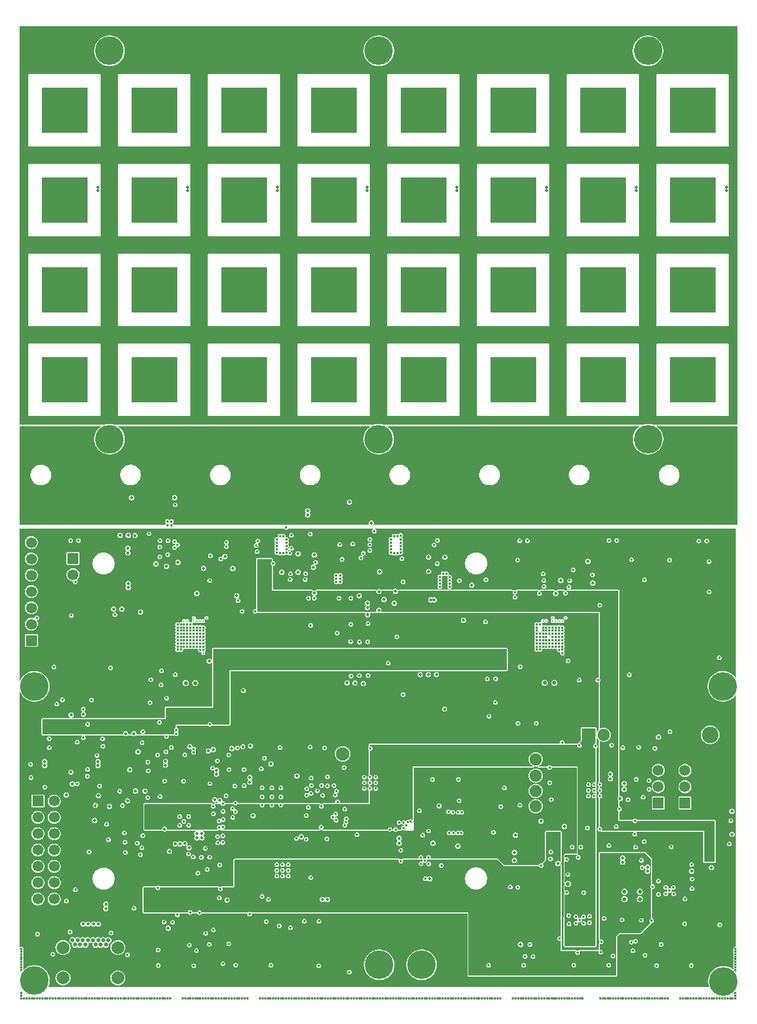
<source format=gbr>
%TF.GenerationSoftware,KiCad,Pcbnew,9.0.1*%
%TF.CreationDate,2025-06-02T14:00:05-06:00*%
%TF.ProjectId,PABA-DP,50414241-2d44-4502-9e6b-696361645f70,rev?*%
%TF.SameCoordinates,Original*%
%TF.FileFunction,Copper,L5,Inr*%
%TF.FilePolarity,Positive*%
%FSLAX46Y46*%
G04 Gerber Fmt 4.6, Leading zero omitted, Abs format (unit mm)*
G04 Created by KiCad (PCBNEW 9.0.1) date 2025-06-02 14:00:05*
%MOMM*%
%LPD*%
G01*
G04 APERTURE LIST*
%TA.AperFunction,ComponentPad*%
%ADD10C,0.508000*%
%TD*%
%TA.AperFunction,ComponentPad*%
%ADD11C,4.445000*%
%TD*%
%TA.AperFunction,ComponentPad*%
%ADD12R,1.700000X1.700000*%
%TD*%
%TA.AperFunction,ComponentPad*%
%ADD13C,1.700000*%
%TD*%
%TA.AperFunction,ComponentPad*%
%ADD14C,1.905000*%
%TD*%
%TA.AperFunction,ComponentPad*%
%ADD15C,2.100000*%
%TD*%
%TA.AperFunction,ComponentPad*%
%ADD16C,0.650000*%
%TD*%
%TA.AperFunction,ComponentPad*%
%ADD17C,2.012000*%
%TD*%
%TA.AperFunction,ComponentPad*%
%ADD18C,2.600000*%
%TD*%
%TA.AperFunction,ViaPad*%
%ADD19C,0.381000*%
%TD*%
%TA.AperFunction,ViaPad*%
%ADD20C,0.406400*%
%TD*%
%TA.AperFunction,ViaPad*%
%ADD21C,0.508000*%
%TD*%
%TA.AperFunction,ViaPad*%
%ADD22C,0.635000*%
%TD*%
%TA.AperFunction,ViaPad*%
%ADD23C,0.304800*%
%TD*%
G04 APERTURE END LIST*
D10*
%TO.N,AGND*%
%TO.C,ANT29*%
X149657557Y-27169519D03*
X150907237Y-27169519D03*
X153406597Y-27169519D03*
X154656277Y-27169519D03*
X155905957Y-27169519D03*
X157155637Y-27169519D03*
X158405317Y-27169519D03*
X160904677Y-27169519D03*
X162154357Y-27169519D03*
X162154357Y-28419199D03*
X162154357Y-29668879D03*
X162154357Y-30918559D03*
X162154357Y-32168239D03*
X162154357Y-33417919D03*
X162154357Y-34667599D03*
X162154357Y-35917279D03*
X162154357Y-37166959D03*
X162154357Y-38416639D03*
X162154357Y-39666319D03*
X160904677Y-39666319D03*
X158405317Y-39666319D03*
X157155637Y-39666319D03*
X155905957Y-39666319D03*
X154656277Y-39666319D03*
X153406597Y-39666319D03*
X150907237Y-39666319D03*
X149657557Y-39666319D03*
X149657557Y-38416639D03*
X149657557Y-37166959D03*
X149657557Y-35917279D03*
X149657557Y-34667599D03*
X149657557Y-33417919D03*
X149657557Y-32168239D03*
X149657557Y-30918559D03*
X149657557Y-29668879D03*
X149657557Y-28419199D03*
%TO.N,ANT_8*%
X155905957Y-31652619D03*
%TD*%
D11*
%TO.N,*%
%TO.C,*%
X53400930Y-168754394D03*
%TD*%
%TO.N,*%
%TO.C,REF\u002A\u002A*%
X148922600Y-24169596D03*
%TD*%
D10*
%TO.N,AGND*%
%TO.C,ANT23*%
X121717557Y-55109519D03*
X122967237Y-55109519D03*
X125466597Y-55109519D03*
X126716277Y-55109519D03*
X127965957Y-55109519D03*
X129215637Y-55109519D03*
X130465317Y-55109519D03*
X132964677Y-55109519D03*
X134214357Y-55109519D03*
X134214357Y-56359199D03*
X134214357Y-57608879D03*
X134214357Y-58858559D03*
X134214357Y-60108239D03*
X134214357Y-61357919D03*
X134214357Y-62607599D03*
X134214357Y-63857279D03*
X134214357Y-65106959D03*
X134214357Y-66356639D03*
X134214357Y-67606319D03*
X132964677Y-67606319D03*
X130465317Y-67606319D03*
X129215637Y-67606319D03*
X127965957Y-67606319D03*
X126716277Y-67606319D03*
X125466597Y-67606319D03*
X122967237Y-67606319D03*
X121717557Y-67606319D03*
X121717557Y-66356639D03*
X121717557Y-65106959D03*
X121717557Y-63857279D03*
X121717557Y-62607599D03*
X121717557Y-61357919D03*
X121717557Y-60108239D03*
X121717557Y-58858559D03*
X121717557Y-57608879D03*
X121717557Y-56359199D03*
%TO.N,ANT_6*%
X127965957Y-59592619D03*
%TD*%
%TO.N,AGND*%
%TO.C,ANT18*%
X107747557Y-41139519D03*
X108997237Y-41139519D03*
X111496597Y-41139519D03*
X112746277Y-41139519D03*
X113995957Y-41139519D03*
X115245637Y-41139519D03*
X116495317Y-41139519D03*
X118994677Y-41139519D03*
X120244357Y-41139519D03*
X120244357Y-42389199D03*
X120244357Y-43638879D03*
X120244357Y-44888559D03*
X120244357Y-46138239D03*
X120244357Y-47387919D03*
X120244357Y-48637599D03*
X120244357Y-49887279D03*
X120244357Y-51136959D03*
X120244357Y-52386639D03*
X120244357Y-53636319D03*
X118994677Y-53636319D03*
X116495317Y-53636319D03*
X115245637Y-53636319D03*
X113995957Y-53636319D03*
X112746277Y-53636319D03*
X111496597Y-53636319D03*
X108997237Y-53636319D03*
X107747557Y-53636319D03*
X107747557Y-52386639D03*
X107747557Y-51136959D03*
X107747557Y-49887279D03*
X107747557Y-48637599D03*
X107747557Y-47387919D03*
X107747557Y-46138239D03*
X107747557Y-44888559D03*
X107747557Y-43638879D03*
X107747557Y-42389199D03*
%TO.N,ANT_5*%
X113995957Y-45622619D03*
%TD*%
D12*
%TO.N,Net-(P1-Pad1)*%
%TO.C,P1*%
X53951459Y-140844486D03*
D13*
%TO.N,Net-(P1-Pad2)*%
X56491459Y-140844486D03*
%TO.N,Net-(P1-Pad3)*%
X53951459Y-143384486D03*
%TO.N,PS_GPIO6*%
X56491459Y-143384486D03*
%TO.N,PS_GPIO5*%
X53951459Y-145924486D03*
%TO.N,PS_GPIO4*%
X56491459Y-145924486D03*
%TO.N,PS_GPIO3*%
X53951459Y-148464486D03*
%TO.N,PS_GPIO2*%
X56491459Y-148464486D03*
%TO.N,PS_GPIO1*%
X53951459Y-151004486D03*
%TO.N,PS_GPIO0*%
X56491459Y-151004486D03*
%TO.N,AGND*%
X53951459Y-153544486D03*
%TO.N,unconnected-(P1-Pad12)*%
X56491459Y-153544486D03*
%TO.N,PL_GPIO4*%
X53951459Y-156084486D03*
%TO.N,PL_GPIO3*%
X56491459Y-156084486D03*
%TD*%
D10*
%TO.N,AGND*%
%TO.C,ANT26*%
X135687557Y-41139519D03*
X136937237Y-41139519D03*
X139436597Y-41139519D03*
X140686277Y-41139519D03*
X141935957Y-41139519D03*
X143185637Y-41139519D03*
X144435317Y-41139519D03*
X146934677Y-41139519D03*
X148184357Y-41139519D03*
X148184357Y-42389199D03*
X148184357Y-43638879D03*
X148184357Y-44888559D03*
X148184357Y-46138239D03*
X148184357Y-47387919D03*
X148184357Y-48637599D03*
X148184357Y-49887279D03*
X148184357Y-51136959D03*
X148184357Y-52386639D03*
X148184357Y-53636319D03*
X146934677Y-53636319D03*
X144435317Y-53636319D03*
X143185637Y-53636319D03*
X141935957Y-53636319D03*
X140686277Y-53636319D03*
X139436597Y-53636319D03*
X136937237Y-53636319D03*
X135687557Y-53636319D03*
X135687557Y-52386639D03*
X135687557Y-51136959D03*
X135687557Y-49887279D03*
X135687557Y-48637599D03*
X135687557Y-47387919D03*
X135687557Y-46138239D03*
X135687557Y-44888559D03*
X135687557Y-43638879D03*
X135687557Y-42389199D03*
%TO.N,ANT_7*%
X141935957Y-45622619D03*
%TD*%
D11*
%TO.N,*%
%TO.C,*%
X160657969Y-168883127D03*
%TD*%
D10*
%TO.N,AGND*%
%TO.C,ANT13*%
X93777557Y-27169519D03*
X95027237Y-27169519D03*
X97526597Y-27169519D03*
X98776277Y-27169519D03*
X100025957Y-27169519D03*
X101275637Y-27169519D03*
X102525317Y-27169519D03*
X105024677Y-27169519D03*
X106274357Y-27169519D03*
X106274357Y-28419199D03*
X106274357Y-29668879D03*
X106274357Y-30918559D03*
X106274357Y-32168239D03*
X106274357Y-33417919D03*
X106274357Y-34667599D03*
X106274357Y-35917279D03*
X106274357Y-37166959D03*
X106274357Y-38416639D03*
X106274357Y-39666319D03*
X105024677Y-39666319D03*
X102525317Y-39666319D03*
X101275637Y-39666319D03*
X100025957Y-39666319D03*
X98776277Y-39666319D03*
X97526597Y-39666319D03*
X95027237Y-39666319D03*
X93777557Y-39666319D03*
X93777557Y-38416639D03*
X93777557Y-37166959D03*
X93777557Y-35917279D03*
X93777557Y-34667599D03*
X93777557Y-33417919D03*
X93777557Y-32168239D03*
X93777557Y-30918559D03*
X93777557Y-29668879D03*
X93777557Y-28419199D03*
%TO.N,ANT_4*%
X100025957Y-31652619D03*
%TD*%
%TO.N,AGND*%
%TO.C,ANT5*%
X65837557Y-27169519D03*
X67087237Y-27169519D03*
X69586597Y-27169519D03*
X70836277Y-27169519D03*
X72085957Y-27169519D03*
X73335637Y-27169519D03*
X74585317Y-27169519D03*
X77084677Y-27169519D03*
X78334357Y-27169519D03*
X78334357Y-28419199D03*
X78334357Y-29668879D03*
X78334357Y-30918559D03*
X78334357Y-32168239D03*
X78334357Y-33417919D03*
X78334357Y-34667599D03*
X78334357Y-35917279D03*
X78334357Y-37166959D03*
X78334357Y-38416639D03*
X78334357Y-39666319D03*
X77084677Y-39666319D03*
X74585317Y-39666319D03*
X73335637Y-39666319D03*
X72085957Y-39666319D03*
X70836277Y-39666319D03*
X69586597Y-39666319D03*
X67087237Y-39666319D03*
X65837557Y-39666319D03*
X65837557Y-38416639D03*
X65837557Y-37166959D03*
X65837557Y-35917279D03*
X65837557Y-34667599D03*
X65837557Y-33417919D03*
X65837557Y-32168239D03*
X65837557Y-30918559D03*
X65837557Y-29668879D03*
X65837557Y-28419199D03*
%TO.N,ANT_2*%
X72085957Y-31652619D03*
%TD*%
D14*
%TO.N,VDD_AMP*%
%TO.C,W2*%
X131445757Y-136890409D03*
%TD*%
D10*
%TO.N,AGND*%
%TO.C,ANT16*%
X93777557Y-69079519D03*
X95027237Y-69079519D03*
X97526597Y-69079519D03*
X98776277Y-69079519D03*
X100025957Y-69079519D03*
X101275637Y-69079519D03*
X102525317Y-69079519D03*
X105024677Y-69079519D03*
X106274357Y-69079519D03*
X106274357Y-70329199D03*
X106274357Y-71578879D03*
X106274357Y-72828559D03*
X106274357Y-74078239D03*
X106274357Y-75327919D03*
X106274357Y-76577599D03*
X106274357Y-77827279D03*
X106274357Y-79076959D03*
X106274357Y-80326639D03*
X106274357Y-81576319D03*
X105024677Y-81576319D03*
X102525317Y-81576319D03*
X101275637Y-81576319D03*
X100025957Y-81576319D03*
X98776277Y-81576319D03*
X97526597Y-81576319D03*
X95027237Y-81576319D03*
X93777557Y-81576319D03*
X93777557Y-80326639D03*
X93777557Y-79076959D03*
X93777557Y-77827279D03*
X93777557Y-76577599D03*
X93777557Y-75327919D03*
X93777557Y-74078239D03*
X93777557Y-72828559D03*
X93777557Y-71578879D03*
X93777557Y-70329199D03*
%TO.N,ANT_4*%
X100025957Y-73562619D03*
%TD*%
%TO.N,AGND*%
%TO.C,ANT3*%
X51867557Y-55109519D03*
X53117237Y-55109519D03*
X55616597Y-55109519D03*
X56866277Y-55109519D03*
X58115957Y-55109519D03*
X59365637Y-55109519D03*
X60615317Y-55109519D03*
X63114677Y-55109519D03*
X64364357Y-55109519D03*
X64364357Y-56359199D03*
X64364357Y-57608879D03*
X64364357Y-58858559D03*
X64364357Y-60108239D03*
X64364357Y-61357919D03*
X64364357Y-62607599D03*
X64364357Y-63857279D03*
X64364357Y-65106959D03*
X64364357Y-66356639D03*
X64364357Y-67606319D03*
X63114677Y-67606319D03*
X60615317Y-67606319D03*
X59365637Y-67606319D03*
X58115957Y-67606319D03*
X56866277Y-67606319D03*
X55616597Y-67606319D03*
X53117237Y-67606319D03*
X51867557Y-67606319D03*
X51867557Y-66356639D03*
X51867557Y-65106959D03*
X51867557Y-63857279D03*
X51867557Y-62607599D03*
X51867557Y-61357919D03*
X51867557Y-60108239D03*
X51867557Y-58858559D03*
X51867557Y-57608879D03*
X51867557Y-56359199D03*
%TO.N,ANT_1*%
X58115957Y-59592619D03*
%TD*%
%TO.N,AGND*%
%TO.C,ANT8*%
X65837557Y-69079519D03*
X67087237Y-69079519D03*
X69586597Y-69079519D03*
X70836277Y-69079519D03*
X72085957Y-69079519D03*
X73335637Y-69079519D03*
X74585317Y-69079519D03*
X77084677Y-69079519D03*
X78334357Y-69079519D03*
X78334357Y-70329199D03*
X78334357Y-71578879D03*
X78334357Y-72828559D03*
X78334357Y-74078239D03*
X78334357Y-75327919D03*
X78334357Y-76577599D03*
X78334357Y-77827279D03*
X78334357Y-79076959D03*
X78334357Y-80326639D03*
X78334357Y-81576319D03*
X77084677Y-81576319D03*
X74585317Y-81576319D03*
X73335637Y-81576319D03*
X72085957Y-81576319D03*
X70836277Y-81576319D03*
X69586597Y-81576319D03*
X67087237Y-81576319D03*
X65837557Y-81576319D03*
X65837557Y-80326639D03*
X65837557Y-79076959D03*
X65837557Y-77827279D03*
X65837557Y-76577599D03*
X65837557Y-75327919D03*
X65837557Y-74078239D03*
X65837557Y-72828559D03*
X65837557Y-71578879D03*
X65837557Y-70329199D03*
%TO.N,ANT_2*%
X72085957Y-73562619D03*
%TD*%
D11*
%TO.N,*%
%TO.C,*%
X107012094Y-24169596D03*
%TD*%
D10*
%TO.N,AGND*%
%TO.C,ANT24*%
X121717557Y-69079519D03*
X122967237Y-69079519D03*
X125466597Y-69079519D03*
X126716277Y-69079519D03*
X127965957Y-69079519D03*
X129215637Y-69079519D03*
X130465317Y-69079519D03*
X132964677Y-69079519D03*
X134214357Y-69079519D03*
X134214357Y-70329199D03*
X134214357Y-71578879D03*
X134214357Y-72828559D03*
X134214357Y-74078239D03*
X134214357Y-75327919D03*
X134214357Y-76577599D03*
X134214357Y-77827279D03*
X134214357Y-79076959D03*
X134214357Y-80326639D03*
X134214357Y-81576319D03*
X132964677Y-81576319D03*
X130465317Y-81576319D03*
X129215637Y-81576319D03*
X127965957Y-81576319D03*
X126716277Y-81576319D03*
X125466597Y-81576319D03*
X122967237Y-81576319D03*
X121717557Y-81576319D03*
X121717557Y-80326639D03*
X121717557Y-79076959D03*
X121717557Y-77827279D03*
X121717557Y-76577599D03*
X121717557Y-75327919D03*
X121717557Y-74078239D03*
X121717557Y-72828559D03*
X121717557Y-71578879D03*
X121717557Y-70329199D03*
%TO.N,ANT_6*%
X127965957Y-73562619D03*
%TD*%
%TO.N,AGND*%
%TO.C,ANT19*%
X107747557Y-55109519D03*
X108997237Y-55109519D03*
X111496597Y-55109519D03*
X112746277Y-55109519D03*
X113995957Y-55109519D03*
X115245637Y-55109519D03*
X116495317Y-55109519D03*
X118994677Y-55109519D03*
X120244357Y-55109519D03*
X120244357Y-56359199D03*
X120244357Y-57608879D03*
X120244357Y-58858559D03*
X120244357Y-60108239D03*
X120244357Y-61357919D03*
X120244357Y-62607599D03*
X120244357Y-63857279D03*
X120244357Y-65106959D03*
X120244357Y-66356639D03*
X120244357Y-67606319D03*
X118994677Y-67606319D03*
X116495317Y-67606319D03*
X115245637Y-67606319D03*
X113995957Y-67606319D03*
X112746277Y-67606319D03*
X111496597Y-67606319D03*
X108997237Y-67606319D03*
X107747557Y-67606319D03*
X107747557Y-66356639D03*
X107747557Y-65106959D03*
X107747557Y-63857279D03*
X107747557Y-62607599D03*
X107747557Y-61357919D03*
X107747557Y-60108239D03*
X107747557Y-58858559D03*
X107747557Y-57608879D03*
X107747557Y-56359199D03*
%TO.N,ANT_5*%
X113995957Y-59592619D03*
%TD*%
%TO.N,AGND*%
%TO.C,ANT21*%
X121717557Y-27169519D03*
X122967237Y-27169519D03*
X125466597Y-27169519D03*
X126716277Y-27169519D03*
X127965957Y-27169519D03*
X129215637Y-27169519D03*
X130465317Y-27169519D03*
X132964677Y-27169519D03*
X134214357Y-27169519D03*
X134214357Y-28419199D03*
X134214357Y-29668879D03*
X134214357Y-30918559D03*
X134214357Y-32168239D03*
X134214357Y-33417919D03*
X134214357Y-34667599D03*
X134214357Y-35917279D03*
X134214357Y-37166959D03*
X134214357Y-38416639D03*
X134214357Y-39666319D03*
X132964677Y-39666319D03*
X130465317Y-39666319D03*
X129215637Y-39666319D03*
X127965957Y-39666319D03*
X126716277Y-39666319D03*
X125466597Y-39666319D03*
X122967237Y-39666319D03*
X121717557Y-39666319D03*
X121717557Y-38416639D03*
X121717557Y-37166959D03*
X121717557Y-35917279D03*
X121717557Y-34667599D03*
X121717557Y-33417919D03*
X121717557Y-32168239D03*
X121717557Y-30918559D03*
X121717557Y-29668879D03*
X121717557Y-28419199D03*
%TO.N,ANT_6*%
X127965957Y-31652619D03*
%TD*%
D14*
%TO.N,IMON*%
%TO.C,W7*%
X131445757Y-141680339D03*
%TD*%
%TO.N,VDD_4V5*%
%TO.C,W1*%
X131445757Y-134383169D03*
%TD*%
D11*
%TO.N,*%
%TO.C,*%
X53400263Y-123016664D03*
%TD*%
D10*
%TO.N,AGND*%
%TO.C,ANT2*%
X51867557Y-41139519D03*
X53117237Y-41139519D03*
X55616597Y-41139519D03*
X56866277Y-41139519D03*
X58115957Y-41139519D03*
X59365637Y-41139519D03*
X60615317Y-41139519D03*
X63114677Y-41139519D03*
X64364357Y-41139519D03*
X64364357Y-42389199D03*
X64364357Y-43638879D03*
X64364357Y-44888559D03*
X64364357Y-46138239D03*
X64364357Y-47387919D03*
X64364357Y-48637599D03*
X64364357Y-49887279D03*
X64364357Y-51136959D03*
X64364357Y-52386639D03*
X64364357Y-53636319D03*
X63114677Y-53636319D03*
X60615317Y-53636319D03*
X59365637Y-53636319D03*
X58115957Y-53636319D03*
X56866277Y-53636319D03*
X55616597Y-53636319D03*
X53117237Y-53636319D03*
X51867557Y-53636319D03*
X51867557Y-52386639D03*
X51867557Y-51136959D03*
X51867557Y-49887279D03*
X51867557Y-48637599D03*
X51867557Y-47387919D03*
X51867557Y-46138239D03*
X51867557Y-44888559D03*
X51867557Y-43638879D03*
X51867557Y-42389199D03*
%TO.N,ANT_1*%
X58115957Y-45622619D03*
%TD*%
%TO.N,AGND*%
%TO.C,ANT14*%
X93777557Y-41139519D03*
X95027237Y-41139519D03*
X97526597Y-41139519D03*
X98776277Y-41139519D03*
X100025957Y-41139519D03*
X101275637Y-41139519D03*
X102525317Y-41139519D03*
X105024677Y-41139519D03*
X106274357Y-41139519D03*
X106274357Y-42389199D03*
X106274357Y-43638879D03*
X106274357Y-44888559D03*
X106274357Y-46138239D03*
X106274357Y-47387919D03*
X106274357Y-48637599D03*
X106274357Y-49887279D03*
X106274357Y-51136959D03*
X106274357Y-52386639D03*
X106274357Y-53636319D03*
X105024677Y-53636319D03*
X102525317Y-53636319D03*
X101275637Y-53636319D03*
X100025957Y-53636319D03*
X98776277Y-53636319D03*
X97526597Y-53636319D03*
X95027237Y-53636319D03*
X93777557Y-53636319D03*
X93777557Y-52386639D03*
X93777557Y-51136959D03*
X93777557Y-49887279D03*
X93777557Y-48637599D03*
X93777557Y-47387919D03*
X93777557Y-46138239D03*
X93777557Y-44888559D03*
X93777557Y-43638879D03*
X93777557Y-42389199D03*
%TO.N,ANT_4*%
X100025957Y-45622619D03*
%TD*%
%TO.N,AGND*%
%TO.C,ANT15*%
X93777557Y-55109519D03*
X95027237Y-55109519D03*
X97526597Y-55109519D03*
X98776277Y-55109519D03*
X100025957Y-55109519D03*
X101275637Y-55109519D03*
X102525317Y-55109519D03*
X105024677Y-55109519D03*
X106274357Y-55109519D03*
X106274357Y-56359199D03*
X106274357Y-57608879D03*
X106274357Y-58858559D03*
X106274357Y-60108239D03*
X106274357Y-61357919D03*
X106274357Y-62607599D03*
X106274357Y-63857279D03*
X106274357Y-65106959D03*
X106274357Y-66356639D03*
X106274357Y-67606319D03*
X105024677Y-67606319D03*
X102525317Y-67606319D03*
X101275637Y-67606319D03*
X100025957Y-67606319D03*
X98776277Y-67606319D03*
X97526597Y-67606319D03*
X95027237Y-67606319D03*
X93777557Y-67606319D03*
X93777557Y-66356639D03*
X93777557Y-65106959D03*
X93777557Y-63857279D03*
X93777557Y-62607599D03*
X93777557Y-61357919D03*
X93777557Y-60108239D03*
X93777557Y-58858559D03*
X93777557Y-57608879D03*
X93777557Y-56359199D03*
%TO.N,ANT_4*%
X100025957Y-59592619D03*
%TD*%
%TO.N,AGND*%
%TO.C,ANT11*%
X79807557Y-55109519D03*
X81057237Y-55109519D03*
X83556597Y-55109519D03*
X84806277Y-55109519D03*
X86055957Y-55109519D03*
X87305637Y-55109519D03*
X88555317Y-55109519D03*
X91054677Y-55109519D03*
X92304357Y-55109519D03*
X92304357Y-56359199D03*
X92304357Y-57608879D03*
X92304357Y-58858559D03*
X92304357Y-60108239D03*
X92304357Y-61357919D03*
X92304357Y-62607599D03*
X92304357Y-63857279D03*
X92304357Y-65106959D03*
X92304357Y-66356639D03*
X92304357Y-67606319D03*
X91054677Y-67606319D03*
X88555317Y-67606319D03*
X87305637Y-67606319D03*
X86055957Y-67606319D03*
X84806277Y-67606319D03*
X83556597Y-67606319D03*
X81057237Y-67606319D03*
X79807557Y-67606319D03*
X79807557Y-66356639D03*
X79807557Y-65106959D03*
X79807557Y-63857279D03*
X79807557Y-62607599D03*
X79807557Y-61357919D03*
X79807557Y-60108239D03*
X79807557Y-58858559D03*
X79807557Y-57608879D03*
X79807557Y-56359199D03*
%TO.N,ANT_3*%
X86055957Y-59592619D03*
%TD*%
D15*
%TO.N,Net-(R87-Pad2)*%
%TO.C,VTUNE1*%
X101407494Y-133501731D03*
%TD*%
D10*
%TO.N,AGND*%
%TO.C,ANT32*%
X149657557Y-69079519D03*
X150907237Y-69079519D03*
X153406597Y-69079519D03*
X154656277Y-69079519D03*
X155905957Y-69079519D03*
X157155637Y-69079519D03*
X158405317Y-69079519D03*
X160904677Y-69079519D03*
X162154357Y-69079519D03*
X162154357Y-70329199D03*
X162154357Y-71578879D03*
X162154357Y-72828559D03*
X162154357Y-74078239D03*
X162154357Y-75327919D03*
X162154357Y-76577599D03*
X162154357Y-77827279D03*
X162154357Y-79076959D03*
X162154357Y-80326639D03*
X162154357Y-81576319D03*
X160904677Y-81576319D03*
X158405317Y-81576319D03*
X157155637Y-81576319D03*
X155905957Y-81576319D03*
X154656277Y-81576319D03*
X153406597Y-81576319D03*
X150907237Y-81576319D03*
X149657557Y-81576319D03*
X149657557Y-80326639D03*
X149657557Y-79076959D03*
X149657557Y-77827279D03*
X149657557Y-76577599D03*
X149657557Y-75327919D03*
X149657557Y-74078239D03*
X149657557Y-72828559D03*
X149657557Y-71578879D03*
X149657557Y-70329199D03*
%TO.N,ANT_8*%
X155905957Y-73562619D03*
%TD*%
%TO.N,AGND*%
%TO.C,ANT9*%
X79807557Y-27169519D03*
X81057237Y-27169519D03*
X83556597Y-27169519D03*
X84806277Y-27169519D03*
X86055957Y-27169519D03*
X87305637Y-27169519D03*
X88555317Y-27169519D03*
X91054677Y-27169519D03*
X92304357Y-27169519D03*
X92304357Y-28419199D03*
X92304357Y-29668879D03*
X92304357Y-30918559D03*
X92304357Y-32168239D03*
X92304357Y-33417919D03*
X92304357Y-34667599D03*
X92304357Y-35917279D03*
X92304357Y-37166959D03*
X92304357Y-38416639D03*
X92304357Y-39666319D03*
X91054677Y-39666319D03*
X88555317Y-39666319D03*
X87305637Y-39666319D03*
X86055957Y-39666319D03*
X84806277Y-39666319D03*
X83556597Y-39666319D03*
X81057237Y-39666319D03*
X79807557Y-39666319D03*
X79807557Y-38416639D03*
X79807557Y-37166959D03*
X79807557Y-35917279D03*
X79807557Y-34667599D03*
X79807557Y-33417919D03*
X79807557Y-32168239D03*
X79807557Y-30918559D03*
X79807557Y-29668879D03*
X79807557Y-28419199D03*
%TO.N,ANT_3*%
X86055957Y-31652619D03*
%TD*%
%TO.N,AGND*%
%TO.C,ANT1*%
X51867557Y-27169519D03*
X53117237Y-27169519D03*
X55616597Y-27169519D03*
X56866277Y-27169519D03*
X58115957Y-27169519D03*
X59365637Y-27169519D03*
X60615317Y-27169519D03*
X63114677Y-27169519D03*
X64364357Y-27169519D03*
X64364357Y-28419199D03*
X64364357Y-29668879D03*
X64364357Y-30918559D03*
X64364357Y-32168239D03*
X64364357Y-33417919D03*
X64364357Y-34667599D03*
X64364357Y-35917279D03*
X64364357Y-37166959D03*
X64364357Y-38416639D03*
X64364357Y-39666319D03*
X63114677Y-39666319D03*
X60615317Y-39666319D03*
X59365637Y-39666319D03*
X58115957Y-39666319D03*
X56866277Y-39666319D03*
X55616597Y-39666319D03*
X53117237Y-39666319D03*
X51867557Y-39666319D03*
X51867557Y-38416639D03*
X51867557Y-37166959D03*
X51867557Y-35917279D03*
X51867557Y-34667599D03*
X51867557Y-33417919D03*
X51867557Y-32168239D03*
X51867557Y-30918559D03*
X51867557Y-29668879D03*
X51867557Y-28419199D03*
%TO.N,ANT_1*%
X58115957Y-31652619D03*
%TD*%
%TO.N,AGND*%
%TO.C,ANT22*%
X121717557Y-41139519D03*
X122967237Y-41139519D03*
X125466597Y-41139519D03*
X126716277Y-41139519D03*
X127965957Y-41139519D03*
X129215637Y-41139519D03*
X130465317Y-41139519D03*
X132964677Y-41139519D03*
X134214357Y-41139519D03*
X134214357Y-42389199D03*
X134214357Y-43638879D03*
X134214357Y-44888559D03*
X134214357Y-46138239D03*
X134214357Y-47387919D03*
X134214357Y-48637599D03*
X134214357Y-49887279D03*
X134214357Y-51136959D03*
X134214357Y-52386639D03*
X134214357Y-53636319D03*
X132964677Y-53636319D03*
X130465317Y-53636319D03*
X129215637Y-53636319D03*
X127965957Y-53636319D03*
X126716277Y-53636319D03*
X125466597Y-53636319D03*
X122967237Y-53636319D03*
X121717557Y-53636319D03*
X121717557Y-52386639D03*
X121717557Y-51136959D03*
X121717557Y-49887279D03*
X121717557Y-48637599D03*
X121717557Y-47387919D03*
X121717557Y-46138239D03*
X121717557Y-44888559D03*
X121717557Y-43638879D03*
X121717557Y-42389199D03*
%TO.N,ANT_6*%
X127965957Y-45622619D03*
%TD*%
D16*
%TO.N,AGND*%
%TO.C,P16*%
X64927203Y-162486305D03*
%TO.N,unconnected-(P16B-SSTXp2-PadB2)*%
X64527203Y-163186305D03*
%TO.N,unconnected-(P16B-SSTXn2-PadB3)*%
X63727203Y-163186305D03*
%TO.N,VINPUT*%
X63327203Y-162486305D03*
%TO.N,unconnected-(P16B-VCONN-PadB5)*%
X62927203Y-163186305D03*
%TO.N,unconnected-(P16B-Dp2-PadB6)*%
X62527203Y-162486305D03*
%TO.N,unconnected-(P16B-Dn2-PadB7)*%
X61727203Y-162486305D03*
%TO.N,unconnected-(P16B-SBU2-PadB8)*%
X61327203Y-163186305D03*
%TO.N,VINPUT*%
X60927203Y-162486305D03*
%TO.N,unconnected-(P16B-SSRXn1-PadB10)*%
X60527203Y-163186305D03*
%TO.N,unconnected-(P16B-SSRXp1-PadB11)*%
X59727203Y-163186305D03*
%TO.N,AGND*%
X59327203Y-162486305D03*
X64127203Y-162486305D03*
X60127203Y-162486305D03*
D17*
%TO.N,Net-(P16A-GND-PadSH1)*%
X66397203Y-168366305D03*
X66397203Y-163636305D03*
X57857203Y-163636305D03*
%TO.N,Net-(P16B-GND-PadSH4)*%
X57857203Y-168366305D03*
%TD*%
D11*
%TO.N,*%
%TO.C,*%
X65087351Y-24169596D03*
%TD*%
D10*
%TO.N,AGND*%
%TO.C,ANT17*%
X107747557Y-27169519D03*
X108997237Y-27169519D03*
X111496597Y-27169519D03*
X112746277Y-27169519D03*
X113995957Y-27169519D03*
X115245637Y-27169519D03*
X116495317Y-27169519D03*
X118994677Y-27169519D03*
X120244357Y-27169519D03*
X120244357Y-28419199D03*
X120244357Y-29668879D03*
X120244357Y-30918559D03*
X120244357Y-32168239D03*
X120244357Y-33417919D03*
X120244357Y-34667599D03*
X120244357Y-35917279D03*
X120244357Y-37166959D03*
X120244357Y-38416639D03*
X120244357Y-39666319D03*
X118994677Y-39666319D03*
X116495317Y-39666319D03*
X115245637Y-39666319D03*
X113995957Y-39666319D03*
X112746277Y-39666319D03*
X111496597Y-39666319D03*
X108997237Y-39666319D03*
X107747557Y-39666319D03*
X107747557Y-38416639D03*
X107747557Y-37166959D03*
X107747557Y-35917279D03*
X107747557Y-34667599D03*
X107747557Y-33417919D03*
X107747557Y-32168239D03*
X107747557Y-30918559D03*
X107747557Y-29668879D03*
X107747557Y-28419199D03*
%TO.N,ANT_5*%
X113995957Y-31652619D03*
%TD*%
%TO.N,AGND*%
%TO.C,ANT27*%
X135687557Y-55109519D03*
X136937237Y-55109519D03*
X139436597Y-55109519D03*
X140686277Y-55109519D03*
X141935957Y-55109519D03*
X143185637Y-55109519D03*
X144435317Y-55109519D03*
X146934677Y-55109519D03*
X148184357Y-55109519D03*
X148184357Y-56359199D03*
X148184357Y-57608879D03*
X148184357Y-58858559D03*
X148184357Y-60108239D03*
X148184357Y-61357919D03*
X148184357Y-62607599D03*
X148184357Y-63857279D03*
X148184357Y-65106959D03*
X148184357Y-66356639D03*
X148184357Y-67606319D03*
X146934677Y-67606319D03*
X144435317Y-67606319D03*
X143185637Y-67606319D03*
X141935957Y-67606319D03*
X140686277Y-67606319D03*
X139436597Y-67606319D03*
X136937237Y-67606319D03*
X135687557Y-67606319D03*
X135687557Y-66356639D03*
X135687557Y-65106959D03*
X135687557Y-63857279D03*
X135687557Y-62607599D03*
X135687557Y-61357919D03*
X135687557Y-60108239D03*
X135687557Y-58858559D03*
X135687557Y-57608879D03*
X135687557Y-56359199D03*
%TO.N,ANT_7*%
X141935957Y-59592619D03*
%TD*%
D14*
%TO.N,VDD_3V3*%
%TO.C,W3*%
X137190217Y-130537359D03*
%TD*%
D18*
%TO.N,AGND*%
%TO.C,AGND3*%
X158598806Y-130537359D03*
%TD*%
D11*
%TO.N,*%
%TO.C,*%
X148926585Y-84573339D03*
%TD*%
D12*
%TO.N,5V_RPI*%
%TO.C,P3*%
X59408307Y-103110150D03*
D13*
%TO.N,AGND*%
X59408307Y-105650150D03*
%TD*%
D12*
%TO.N,SPI0_CLK*%
%TO.C,P18*%
X52926737Y-115886353D03*
D13*
%TO.N,SPI0_MISO*%
X52926737Y-113346353D03*
%TO.N,SPI0_MOSI*%
X52926737Y-110806353D03*
%TO.N,CS0*%
X52926737Y-108266353D03*
%TO.N,CS1*%
X52926737Y-105726353D03*
%TO.N,CS2*%
X52926737Y-103186353D03*
%TO.N,AGND*%
X52926737Y-100646353D03*
%TD*%
D10*
%TO.N,AGND*%
%TO.C,ANT6*%
X65837557Y-41139519D03*
X67087237Y-41139519D03*
X69586597Y-41139519D03*
X70836277Y-41139519D03*
X72085957Y-41139519D03*
X73335637Y-41139519D03*
X74585317Y-41139519D03*
X77084677Y-41139519D03*
X78334357Y-41139519D03*
X78334357Y-42389199D03*
X78334357Y-43638879D03*
X78334357Y-44888559D03*
X78334357Y-46138239D03*
X78334357Y-47387919D03*
X78334357Y-48637599D03*
X78334357Y-49887279D03*
X78334357Y-51136959D03*
X78334357Y-52386639D03*
X78334357Y-53636319D03*
X77084677Y-53636319D03*
X74585317Y-53636319D03*
X73335637Y-53636319D03*
X72085957Y-53636319D03*
X70836277Y-53636319D03*
X69586597Y-53636319D03*
X67087237Y-53636319D03*
X65837557Y-53636319D03*
X65837557Y-52386639D03*
X65837557Y-51136959D03*
X65837557Y-49887279D03*
X65837557Y-48637599D03*
X65837557Y-47387919D03*
X65837557Y-46138239D03*
X65837557Y-44888559D03*
X65837557Y-43638879D03*
X65837557Y-42389199D03*
%TO.N,ANT_2*%
X72085957Y-45622619D03*
%TD*%
D11*
%TO.N,*%
%TO.C,*%
X65094613Y-84568055D03*
%TD*%
D10*
%TO.N,AGND*%
%TO.C,ANT28*%
X135687557Y-69079519D03*
X136937237Y-69079519D03*
X139436597Y-69079519D03*
X140686277Y-69079519D03*
X141935957Y-69079519D03*
X143185637Y-69079519D03*
X144435317Y-69079519D03*
X146934677Y-69079519D03*
X148184357Y-69079519D03*
X148184357Y-70329199D03*
X148184357Y-71578879D03*
X148184357Y-72828559D03*
X148184357Y-74078239D03*
X148184357Y-75327919D03*
X148184357Y-76577599D03*
X148184357Y-77827279D03*
X148184357Y-79076959D03*
X148184357Y-80326639D03*
X148184357Y-81576319D03*
X146934677Y-81576319D03*
X144435317Y-81576319D03*
X143185637Y-81576319D03*
X141935957Y-81576319D03*
X140686277Y-81576319D03*
X139436597Y-81576319D03*
X136937237Y-81576319D03*
X135687557Y-81576319D03*
X135687557Y-80326639D03*
X135687557Y-79076959D03*
X135687557Y-77827279D03*
X135687557Y-76577599D03*
X135687557Y-75327919D03*
X135687557Y-74078239D03*
X135687557Y-72828559D03*
X135687557Y-71578879D03*
X135687557Y-70329199D03*
%TO.N,ANT_7*%
X141935957Y-73562619D03*
%TD*%
D14*
%TO.N,VDD_1V8*%
%TO.C,W6*%
X142022067Y-130537359D03*
%TD*%
D10*
%TO.N,AGND*%
%TO.C,ANT31*%
X149657557Y-55109519D03*
X150907237Y-55109519D03*
X153406597Y-55109519D03*
X154656277Y-55109519D03*
X155905957Y-55109519D03*
X157155637Y-55109519D03*
X158405317Y-55109519D03*
X160904677Y-55109519D03*
X162154357Y-55109519D03*
X162154357Y-56359199D03*
X162154357Y-57608879D03*
X162154357Y-58858559D03*
X162154357Y-60108239D03*
X162154357Y-61357919D03*
X162154357Y-62607599D03*
X162154357Y-63857279D03*
X162154357Y-65106959D03*
X162154357Y-66356639D03*
X162154357Y-67606319D03*
X160904677Y-67606319D03*
X158405317Y-67606319D03*
X157155637Y-67606319D03*
X155905957Y-67606319D03*
X154656277Y-67606319D03*
X153406597Y-67606319D03*
X150907237Y-67606319D03*
X149657557Y-67606319D03*
X149657557Y-66356639D03*
X149657557Y-65106959D03*
X149657557Y-63857279D03*
X149657557Y-62607599D03*
X149657557Y-61357919D03*
X149657557Y-60108239D03*
X149657557Y-58858559D03*
X149657557Y-57608879D03*
X149657557Y-56359199D03*
%TO.N,ANT_8*%
X155905957Y-59592619D03*
%TD*%
D14*
%TO.N,VDD_3V0*%
%TO.C,W5*%
X139599667Y-130537359D03*
%TD*%
D10*
%TO.N,AGND*%
%TO.C,ANT7*%
X65837557Y-55109519D03*
X67087237Y-55109519D03*
X69586597Y-55109519D03*
X70836277Y-55109519D03*
X72085957Y-55109519D03*
X73335637Y-55109519D03*
X74585317Y-55109519D03*
X77084677Y-55109519D03*
X78334357Y-55109519D03*
X78334357Y-56359199D03*
X78334357Y-57608879D03*
X78334357Y-58858559D03*
X78334357Y-60108239D03*
X78334357Y-61357919D03*
X78334357Y-62607599D03*
X78334357Y-63857279D03*
X78334357Y-65106959D03*
X78334357Y-66356639D03*
X78334357Y-67606319D03*
X77084677Y-67606319D03*
X74585317Y-67606319D03*
X73335637Y-67606319D03*
X72085957Y-67606319D03*
X70836277Y-67606319D03*
X69586597Y-67606319D03*
X67087237Y-67606319D03*
X65837557Y-67606319D03*
X65837557Y-66356639D03*
X65837557Y-65106959D03*
X65837557Y-63857279D03*
X65837557Y-62607599D03*
X65837557Y-61357919D03*
X65837557Y-60108239D03*
X65837557Y-58858559D03*
X65837557Y-57608879D03*
X65837557Y-56359199D03*
%TO.N,ANT_2*%
X72085957Y-59592619D03*
%TD*%
%TO.N,AGND*%
%TO.C,ANT4*%
X51867557Y-69079519D03*
X53117237Y-69079519D03*
X55616597Y-69079519D03*
X56866277Y-69079519D03*
X58115957Y-69079519D03*
X59365637Y-69079519D03*
X60615317Y-69079519D03*
X63114677Y-69079519D03*
X64364357Y-69079519D03*
X64364357Y-70329199D03*
X64364357Y-71578879D03*
X64364357Y-72828559D03*
X64364357Y-74078239D03*
X64364357Y-75327919D03*
X64364357Y-76577599D03*
X64364357Y-77827279D03*
X64364357Y-79076959D03*
X64364357Y-80326639D03*
X64364357Y-81576319D03*
X63114677Y-81576319D03*
X60615317Y-81576319D03*
X59365637Y-81576319D03*
X58115957Y-81576319D03*
X56866277Y-81576319D03*
X55616597Y-81576319D03*
X53117237Y-81576319D03*
X51867557Y-81576319D03*
X51867557Y-80326639D03*
X51867557Y-79076959D03*
X51867557Y-77827279D03*
X51867557Y-76577599D03*
X51867557Y-75327919D03*
X51867557Y-74078239D03*
X51867557Y-72828559D03*
X51867557Y-71578879D03*
X51867557Y-70329199D03*
%TO.N,ANT_1*%
X58115957Y-73562619D03*
%TD*%
%TO.N,AGND*%
%TO.C,ANT20*%
X107747557Y-69079519D03*
X108997237Y-69079519D03*
X111496597Y-69079519D03*
X112746277Y-69079519D03*
X113995957Y-69079519D03*
X115245637Y-69079519D03*
X116495317Y-69079519D03*
X118994677Y-69079519D03*
X120244357Y-69079519D03*
X120244357Y-70329199D03*
X120244357Y-71578879D03*
X120244357Y-72828559D03*
X120244357Y-74078239D03*
X120244357Y-75327919D03*
X120244357Y-76577599D03*
X120244357Y-77827279D03*
X120244357Y-79076959D03*
X120244357Y-80326639D03*
X120244357Y-81576319D03*
X118994677Y-81576319D03*
X116495317Y-81576319D03*
X115245637Y-81576319D03*
X113995957Y-81576319D03*
X112746277Y-81576319D03*
X111496597Y-81576319D03*
X108997237Y-81576319D03*
X107747557Y-81576319D03*
X107747557Y-80326639D03*
X107747557Y-79076959D03*
X107747557Y-77827279D03*
X107747557Y-76577599D03*
X107747557Y-75327919D03*
X107747557Y-74078239D03*
X107747557Y-72828559D03*
X107747557Y-71578879D03*
X107747557Y-70329199D03*
%TO.N,ANT_5*%
X113995957Y-73562619D03*
%TD*%
%TO.N,AGND*%
%TO.C,ANT10*%
X79807557Y-41139519D03*
X81057237Y-41139519D03*
X83556597Y-41139519D03*
X84806277Y-41139519D03*
X86055957Y-41139519D03*
X87305637Y-41139519D03*
X88555317Y-41139519D03*
X91054677Y-41139519D03*
X92304357Y-41139519D03*
X92304357Y-42389199D03*
X92304357Y-43638879D03*
X92304357Y-44888559D03*
X92304357Y-46138239D03*
X92304357Y-47387919D03*
X92304357Y-48637599D03*
X92304357Y-49887279D03*
X92304357Y-51136959D03*
X92304357Y-52386639D03*
X92304357Y-53636319D03*
X91054677Y-53636319D03*
X88555317Y-53636319D03*
X87305637Y-53636319D03*
X86055957Y-53636319D03*
X84806277Y-53636319D03*
X83556597Y-53636319D03*
X81057237Y-53636319D03*
X79807557Y-53636319D03*
X79807557Y-52386639D03*
X79807557Y-51136959D03*
X79807557Y-49887279D03*
X79807557Y-48637599D03*
X79807557Y-47387919D03*
X79807557Y-46138239D03*
X79807557Y-44888559D03*
X79807557Y-43638879D03*
X79807557Y-42389199D03*
%TO.N,ANT_3*%
X86055957Y-45622619D03*
%TD*%
D14*
%TO.N,VINPUT*%
%TO.C,W4*%
X131445757Y-139271909D03*
%TD*%
D10*
%TO.N,AGND*%
%TO.C,ANT30*%
X149657557Y-41139519D03*
X150907237Y-41139519D03*
X153406597Y-41139519D03*
X154656277Y-41139519D03*
X155905957Y-41139519D03*
X157155637Y-41139519D03*
X158405317Y-41139519D03*
X160904677Y-41139519D03*
X162154357Y-41139519D03*
X162154357Y-42389199D03*
X162154357Y-43638879D03*
X162154357Y-44888559D03*
X162154357Y-46138239D03*
X162154357Y-47387919D03*
X162154357Y-48637599D03*
X162154357Y-49887279D03*
X162154357Y-51136959D03*
X162154357Y-52386639D03*
X162154357Y-53636319D03*
X160904677Y-53636319D03*
X158405317Y-53636319D03*
X157155637Y-53636319D03*
X155905957Y-53636319D03*
X154656277Y-53636319D03*
X153406597Y-53636319D03*
X150907237Y-53636319D03*
X149657557Y-53636319D03*
X149657557Y-52386639D03*
X149657557Y-51136959D03*
X149657557Y-49887279D03*
X149657557Y-48637599D03*
X149657557Y-47387919D03*
X149657557Y-46138239D03*
X149657557Y-44888559D03*
X149657557Y-43638879D03*
X149657557Y-42389199D03*
%TO.N,ANT_8*%
X155905957Y-45622619D03*
%TD*%
D11*
%TO.N,*%
%TO.C,*%
X160601357Y-123008926D03*
%TD*%
D10*
%TO.N,AGND*%
%TO.C,ANT12*%
X79807557Y-69079519D03*
X81057237Y-69079519D03*
X83556597Y-69079519D03*
X84806277Y-69079519D03*
X86055957Y-69079519D03*
X87305637Y-69079519D03*
X88555317Y-69079519D03*
X91054677Y-69079519D03*
X92304357Y-69079519D03*
X92304357Y-70329199D03*
X92304357Y-71578879D03*
X92304357Y-72828559D03*
X92304357Y-74078239D03*
X92304357Y-75327919D03*
X92304357Y-76577599D03*
X92304357Y-77827279D03*
X92304357Y-79076959D03*
X92304357Y-80326639D03*
X92304357Y-81576319D03*
X91054677Y-81576319D03*
X88555317Y-81576319D03*
X87305637Y-81576319D03*
X86055957Y-81576319D03*
X84806277Y-81576319D03*
X83556597Y-81576319D03*
X81057237Y-81576319D03*
X79807557Y-81576319D03*
X79807557Y-80326639D03*
X79807557Y-79076959D03*
X79807557Y-77827279D03*
X79807557Y-76577599D03*
X79807557Y-75327919D03*
X79807557Y-74078239D03*
X79807557Y-72828559D03*
X79807557Y-71578879D03*
X79807557Y-70329199D03*
%TO.N,ANT_3*%
X86055957Y-73562619D03*
%TD*%
D11*
%TO.N,*%
%TO.C,*%
X113683513Y-166306459D03*
%TD*%
%TO.N,*%
%TO.C,*%
X107084995Y-166306459D03*
%TD*%
D10*
%TO.N,AGND*%
%TO.C,ANT25*%
X135687557Y-27169519D03*
X136937237Y-27169519D03*
X139436597Y-27169519D03*
X140686277Y-27169519D03*
X141935957Y-27169519D03*
X143185637Y-27169519D03*
X144435317Y-27169519D03*
X146934677Y-27169519D03*
X148184357Y-27169519D03*
X148184357Y-28419199D03*
X148184357Y-29668879D03*
X148184357Y-30918559D03*
X148184357Y-32168239D03*
X148184357Y-33417919D03*
X148184357Y-34667599D03*
X148184357Y-35917279D03*
X148184357Y-37166959D03*
X148184357Y-38416639D03*
X148184357Y-39666319D03*
X146934677Y-39666319D03*
X144435317Y-39666319D03*
X143185637Y-39666319D03*
X141935957Y-39666319D03*
X140686277Y-39666319D03*
X139436597Y-39666319D03*
X136937237Y-39666319D03*
X135687557Y-39666319D03*
X135687557Y-38416639D03*
X135687557Y-37166959D03*
X135687557Y-35917279D03*
X135687557Y-34667599D03*
X135687557Y-33417919D03*
X135687557Y-32168239D03*
X135687557Y-30918559D03*
X135687557Y-29668879D03*
X135687557Y-28419199D03*
%TO.N,ANT_7*%
X141935957Y-31652619D03*
%TD*%
D11*
%TO.N,*%
%TO.C,*%
X107007589Y-84574221D03*
%TD*%
D12*
%TO.N,MUXOUT_1V8*%
%TO.C,P11*%
X150521157Y-141142879D03*
D13*
%TO.N,TR_1V8*%
X150521157Y-138602879D03*
%TO.N,Net-(P11-Pad3)*%
X150521157Y-136062879D03*
%TD*%
D12*
%TO.N,VLOGIC*%
%TO.C,P6*%
X154673807Y-141168633D03*
D13*
%TO.N,WP*%
X154673807Y-138628633D03*
%TO.N,AGND*%
X154673807Y-136088633D03*
%TD*%
D19*
%TO.N,AGND*%
X110450117Y-150189339D03*
D20*
X150251917Y-166419939D03*
X53884317Y-161527899D03*
X123843537Y-84812279D03*
X96373437Y-85035799D03*
X90373957Y-141459359D03*
X75669825Y-158545598D03*
X143876517Y-171525339D03*
X109408717Y-99643339D03*
X73594717Y-159638139D03*
X128952237Y-100370029D03*
X149083517Y-137641739D03*
X82779357Y-142449959D03*
D21*
X69461627Y-88195559D03*
D20*
X161300917Y-171525339D03*
X100391717Y-106247339D03*
D21*
X121962157Y-90142219D03*
X122378977Y-88867639D03*
D20*
X100300277Y-142869059D03*
D19*
X149507697Y-159452719D03*
D20*
X137932917Y-171525339D03*
X136579097Y-158642459D03*
D21*
X56261757Y-91446759D03*
D20*
X60071757Y-131680359D03*
D21*
X112141757Y-88855709D03*
D19*
X82891117Y-171525339D03*
D20*
X72964797Y-140148719D03*
X98689917Y-171525339D03*
D19*
X62596517Y-92912339D03*
D21*
X97435157Y-88195559D03*
D20*
X148463757Y-164827359D03*
X152291537Y-103369519D03*
D19*
X119340117Y-142594739D03*
D20*
X154646117Y-159917539D03*
X90206317Y-166394539D03*
D19*
X135588247Y-116349169D03*
D20*
X77697577Y-114849049D03*
D21*
X140074387Y-88855709D03*
D20*
X72908917Y-101319739D03*
X113726717Y-171525339D03*
X123886717Y-171525339D03*
X115758717Y-171525339D03*
X78697577Y-114349179D03*
X110881917Y-171525339D03*
X73950317Y-130783739D03*
X129027677Y-119960799D03*
X59769497Y-154634339D03*
X72967337Y-100346409D03*
D21*
X108408977Y-88867639D03*
D20*
X143063717Y-171525339D03*
X90373957Y-138792359D03*
X92913957Y-151619359D03*
X70277477Y-130062379D03*
D21*
X102068367Y-122470569D03*
D20*
X152542997Y-147961759D03*
X118197117Y-171525339D03*
X79197447Y-114849049D03*
X92593917Y-171525339D03*
D19*
X114768117Y-145490339D03*
X80630517Y-163117939D03*
X110856517Y-145033139D03*
X82078317Y-171525339D03*
D20*
X75220317Y-101421339D03*
X76197457Y-116349169D03*
D19*
X125105917Y-171525339D03*
D20*
X146568667Y-164116159D03*
X88713307Y-135838339D03*
X91770957Y-141459359D03*
X113320317Y-171525339D03*
X102753917Y-171525339D03*
D19*
X85735917Y-171525339D03*
D20*
X133088117Y-116349169D03*
X149642317Y-154151739D03*
X136256517Y-155066139D03*
X69901557Y-149193659D03*
X133588247Y-116349169D03*
D19*
X131588247Y-117298629D03*
D20*
X133088117Y-114349179D03*
X81900517Y-146379339D03*
D21*
X137117827Y-88169649D03*
D20*
X162545517Y-165886539D03*
D21*
X77292957Y-45889319D03*
D20*
X132088127Y-115849049D03*
D21*
X109166147Y-92108679D03*
D20*
X72858117Y-128599339D03*
X118044717Y-107517339D03*
X97470717Y-171525339D03*
X132588247Y-114349179D03*
D22*
X136457687Y-153745589D03*
X134326117Y-122460159D03*
D20*
X100721917Y-171525339D03*
D19*
X80859117Y-171525339D03*
D20*
X158024317Y-171525339D03*
X121448317Y-171525339D03*
X101941117Y-171525339D03*
X76697577Y-113849049D03*
X59769497Y-106760419D03*
X102962856Y-100860292D03*
D21*
X53297827Y-88169909D03*
D19*
X153960317Y-171525339D03*
D21*
X135924797Y-90142219D03*
D20*
X123899417Y-121865799D03*
X112913917Y-171525339D03*
D21*
X91262957Y-45381319D03*
X140074387Y-91446509D03*
D20*
X135088117Y-114849049D03*
X140538957Y-140062359D03*
X131588247Y-113849049D03*
X106533187Y-138894209D03*
X130338317Y-171525339D03*
X81951317Y-147344539D03*
X53808117Y-171525339D03*
X121041917Y-171525339D03*
D19*
X138745717Y-171525339D03*
D20*
X133588247Y-113849049D03*
X104303317Y-90575539D03*
X143459957Y-164954359D03*
X134326117Y-171525339D03*
X132088127Y-116349169D03*
X71400157Y-125533559D03*
X104303317Y-89356339D03*
D19*
X86142317Y-171525339D03*
D21*
X54331357Y-87890759D03*
X151101797Y-88169649D03*
D20*
X156805117Y-171525339D03*
X126561337Y-138794899D03*
X134588247Y-116349169D03*
X80005677Y-148205599D03*
X95784157Y-139920119D03*
X62342517Y-171525339D03*
X67219317Y-171525339D03*
X162545517Y-163854539D03*
X90544397Y-103892737D03*
X73315317Y-171525339D03*
D21*
X151054557Y-92157959D03*
D20*
X77697577Y-113349179D03*
D21*
X154065727Y-88855709D03*
D20*
X149566117Y-171525339D03*
X146314917Y-171525339D03*
X99096317Y-171525339D03*
X108900717Y-101675339D03*
X72680317Y-166419939D03*
X102695497Y-121403519D03*
D19*
X89749117Y-171525339D03*
D20*
X104608117Y-102335739D03*
X133995917Y-171525339D03*
X122667517Y-171525339D03*
D19*
X80681317Y-106552139D03*
D20*
X70165717Y-131774339D03*
X94625917Y-171525339D03*
X78202277Y-133260239D03*
X97699317Y-159536539D03*
X55027317Y-171525339D03*
D19*
X135588247Y-115849049D03*
D20*
X52873397Y-137199779D03*
X95722687Y-143100709D03*
X59497717Y-171525339D03*
X150785317Y-171525339D03*
X100926864Y-100949653D03*
X75220317Y-100481539D03*
X55713117Y-131139339D03*
D19*
X81240117Y-160882739D03*
X81265517Y-171525339D03*
D20*
X76197457Y-115849049D03*
X158837117Y-171525339D03*
X114260117Y-152932539D03*
X132776717Y-171525339D03*
X108484157Y-119401999D03*
D21*
X63322957Y-45889319D03*
D20*
X148753317Y-171525339D03*
X82400537Y-103211764D03*
X77697577Y-114349179D03*
X107630717Y-171525339D03*
D19*
X160168077Y-94062959D03*
D20*
X150556717Y-155370939D03*
X75697587Y-114349179D03*
X73112117Y-122782739D03*
X60716917Y-171525339D03*
X101306117Y-103265379D03*
X139370557Y-84868159D03*
X138928597Y-159866739D03*
X147102317Y-137463939D03*
X78697577Y-115849049D03*
D21*
X56261757Y-88855959D03*
D20*
X58684917Y-171525339D03*
X119009917Y-171525339D03*
D21*
X94438977Y-88867899D03*
D20*
X76697577Y-115349179D03*
X149159717Y-171525339D03*
D21*
X153329127Y-88195309D03*
D20*
X129119117Y-171525339D03*
X81138517Y-135736739D03*
D21*
X152197557Y-92488159D03*
D20*
X147127717Y-171525339D03*
X55027317Y-138683139D03*
X105644187Y-137116209D03*
X79697577Y-117323769D03*
X88072717Y-102056339D03*
D19*
X70089517Y-97712939D03*
D20*
X79697577Y-115849049D03*
X137120117Y-171525339D03*
X63155317Y-171525339D03*
X138064997Y-149592439D03*
D21*
X53286147Y-92108939D03*
X94438977Y-91411199D03*
D20*
X73891897Y-133189119D03*
X133088117Y-113849049D03*
X117384317Y-171525339D03*
X105644187Y-138894209D03*
D19*
X85329517Y-171525339D03*
X111974117Y-144017139D03*
D20*
X108900717Y-101167339D03*
X119416317Y-171525339D03*
X76197457Y-117298629D03*
X77197457Y-113849049D03*
X130149597Y-100370029D03*
X81265517Y-142823339D03*
X96657917Y-171525339D03*
X84252557Y-142018159D03*
X55433717Y-171525339D03*
X90155517Y-171525339D03*
X52995317Y-171525339D03*
D19*
X141562577Y-164357459D03*
D20*
X116977917Y-171525339D03*
X52588917Y-171525339D03*
X148369777Y-106450539D03*
X133627617Y-137999879D03*
X88849957Y-140189359D03*
X143256757Y-132162959D03*
X51369717Y-165073739D03*
X93813117Y-171525339D03*
X129525517Y-171525339D03*
X66670677Y-139315599D03*
X135494517Y-171525339D03*
X95563177Y-106387039D03*
X110170717Y-144194939D03*
D21*
X110287557Y-92411709D03*
D20*
X142098517Y-159104739D03*
X65339717Y-161339939D03*
X139649957Y-138284359D03*
X76197457Y-113849049D03*
D21*
X55525157Y-88195559D03*
X111405157Y-88195309D03*
X150332947Y-88867639D03*
D20*
X103998517Y-116115239D03*
X114945917Y-171525339D03*
X141427957Y-139173359D03*
X103744517Y-91261339D03*
D19*
X101052117Y-94639539D03*
D20*
X62291717Y-125119539D03*
X58369957Y-156394559D03*
X96403917Y-113514279D03*
X65936617Y-111860739D03*
X51369717Y-171525339D03*
X147473157Y-132467759D03*
X117790717Y-171525339D03*
X98934033Y-146737986D03*
X133614917Y-135624979D03*
X96444557Y-139655959D03*
X56652917Y-171525339D03*
X55713117Y-132536339D03*
X150013157Y-132645559D03*
X138299947Y-159345529D03*
X76697577Y-114849049D03*
X74188317Y-100357079D03*
X136713717Y-171525339D03*
D21*
X95196147Y-92108939D03*
D20*
X147534117Y-171525339D03*
X63968117Y-171525339D03*
X51369717Y-166699339D03*
D21*
X126111757Y-91446509D03*
D20*
X77197457Y-116349169D03*
X123703837Y-106422599D03*
D21*
X139337787Y-88195309D03*
D20*
X77419957Y-144634359D03*
X135088117Y-116349169D03*
X109827817Y-115282119D03*
X118628917Y-145820539D03*
X118044717Y-106501339D03*
X145009357Y-132543959D03*
X125215137Y-121809919D03*
X104755187Y-137116209D03*
D19*
X156839657Y-100385529D03*
D20*
X132588247Y-113849049D03*
D19*
X118527317Y-142569339D03*
D20*
X117536717Y-105485339D03*
X91135957Y-152508359D03*
X146939757Y-94062959D03*
X55840117Y-171525339D03*
D22*
X145271997Y-154948539D03*
D20*
X95619057Y-105470099D03*
X131588247Y-113374069D03*
X149083517Y-139013339D03*
X99863397Y-143350639D03*
X68910957Y-157512159D03*
X95032317Y-171525339D03*
X76697577Y-116849049D03*
X56439557Y-119996359D03*
X80305397Y-151492359D03*
X51369717Y-164260939D03*
X79697577Y-116349169D03*
D19*
X113579397Y-150593199D03*
D20*
X149972517Y-171525339D03*
X125161797Y-125510699D03*
X54620917Y-171525339D03*
D19*
X83297517Y-171525339D03*
D20*
X51369717Y-171118939D03*
D21*
X77292957Y-45381319D03*
X125324357Y-92132309D03*
D20*
X91628717Y-99643339D03*
X88849957Y-138792359D03*
X144282917Y-171525339D03*
X119340117Y-145820539D03*
X117856757Y-142500759D03*
X150378917Y-171525339D03*
X60310517Y-171525339D03*
X100366317Y-143801239D03*
X84277957Y-143389759D03*
D19*
X141645837Y-162720484D03*
X135605837Y-117275942D03*
D20*
X92136717Y-99643339D03*
X154686757Y-156064359D03*
X80716877Y-128909219D03*
X73188317Y-120572939D03*
X137526517Y-171525339D03*
X102428797Y-167443559D03*
X108900717Y-100659339D03*
D19*
X84745317Y-166369139D03*
D20*
X93000317Y-171525339D03*
X78197447Y-114349179D03*
D21*
X110211357Y-87890509D03*
D20*
X134088117Y-116849049D03*
X139497557Y-145040759D03*
X68844917Y-171525339D03*
X143470117Y-171525339D03*
X129931917Y-171525339D03*
X140538957Y-138284359D03*
X95804477Y-138947299D03*
X99037897Y-137088019D03*
X141417797Y-110374839D03*
X137709397Y-158845659D03*
X111288317Y-171525339D03*
D19*
X132088127Y-117298629D03*
D20*
X110475517Y-171525339D03*
X135088117Y-113849049D03*
X61699897Y-135917079D03*
X102677717Y-109295339D03*
X158458657Y-108302199D03*
X65253357Y-120123359D03*
D21*
X68344027Y-92411959D03*
D19*
X79639917Y-171525339D03*
D20*
X152923997Y-155294739D03*
X91781117Y-171525339D03*
D19*
X80452717Y-171525339D03*
D20*
X160081717Y-171525339D03*
D19*
X127899917Y-171525339D03*
D20*
X71046213Y-134773269D03*
X75697587Y-113374069D03*
X51369717Y-167105739D03*
D21*
X66465447Y-88867899D03*
D20*
X105598717Y-171525339D03*
X79197447Y-115849049D03*
D21*
X137098777Y-92108679D03*
D20*
X131588247Y-114849049D03*
D19*
X78852517Y-171525339D03*
D21*
X119202957Y-45889319D03*
D20*
X133588247Y-115849049D03*
X78199737Y-132729379D03*
X110424717Y-100659339D03*
D19*
X81671917Y-171525339D03*
D20*
X130541517Y-163143339D03*
X66406517Y-171525339D03*
X133088117Y-116849049D03*
X70267317Y-146226939D03*
X100234237Y-139912499D03*
X109256317Y-171525339D03*
X105624117Y-101878539D03*
X135088117Y-114349179D03*
X162520117Y-171525339D03*
X51369717Y-166292939D03*
X132588247Y-115349179D03*
X57750197Y-125091599D03*
X99909117Y-171525339D03*
X158430717Y-171525339D03*
D22*
X76962247Y-122485559D03*
D19*
X144902677Y-159313019D03*
D20*
X114133117Y-171525339D03*
X61656717Y-136981339D03*
X64069717Y-132307739D03*
X133782557Y-148774559D03*
X162520117Y-171118939D03*
D19*
X80458557Y-91411199D03*
D22*
X145271997Y-156091539D03*
D20*
X92644717Y-102183339D03*
D19*
X135088117Y-117323769D03*
D20*
X151704797Y-154273659D03*
D21*
X126111757Y-88855709D03*
D20*
X72568557Y-133686959D03*
X103744517Y-88797539D03*
X135088117Y-171525339D03*
D21*
X154077157Y-91472159D03*
D20*
X101727757Y-144611499D03*
X138466317Y-148004939D03*
X158072827Y-100385529D03*
X142657317Y-171525339D03*
X109916717Y-102310339D03*
X51369717Y-163854539D03*
X65187317Y-171525339D03*
X93406717Y-99516339D03*
X91770957Y-140189359D03*
X100592377Y-140953899D03*
X53401717Y-171525339D03*
D21*
X63370173Y-140000779D03*
D20*
X119413777Y-137479179D03*
X110424717Y-101675339D03*
X58278517Y-171525339D03*
X96188017Y-97187159D03*
X131588247Y-116849049D03*
X155789117Y-154456539D03*
D19*
X135588247Y-116849049D03*
D20*
X129782057Y-165002619D03*
X91135957Y-150730359D03*
X117968517Y-145807839D03*
X100424737Y-139290199D03*
X71527157Y-121977559D03*
X162545517Y-167105739D03*
X133861935Y-140604660D03*
X53770017Y-112366199D03*
D19*
X110450117Y-148512939D03*
X89495117Y-159587339D03*
X128662373Y-154257715D03*
D21*
X108408977Y-91410949D03*
D20*
X77399637Y-149061579D03*
X70876917Y-171525339D03*
X70127617Y-148114159D03*
X51776117Y-171525339D03*
X75474317Y-129793139D03*
D21*
X136348977Y-88867639D03*
D19*
X111557557Y-144103499D03*
D20*
X97877117Y-171525339D03*
X108900717Y-102183339D03*
X67625717Y-171525339D03*
D19*
X98029517Y-93979139D03*
D21*
X81227417Y-88169909D03*
D20*
X144689317Y-171525339D03*
X150973277Y-163133179D03*
X138339317Y-171525339D03*
D21*
X84191347Y-91446759D03*
D19*
X80458557Y-88867899D03*
D20*
X90561917Y-171525339D03*
X100391717Y-106755339D03*
D19*
X136457687Y-152272389D03*
D20*
X162520117Y-170712539D03*
X96332797Y-132447439D03*
X59904117Y-171525339D03*
D21*
X52528977Y-91411199D03*
D20*
X134588247Y-116849049D03*
X91120717Y-100659339D03*
X122261117Y-171525339D03*
X123073917Y-171525339D03*
D19*
X76515717Y-171525339D03*
D20*
X138885417Y-158850739D03*
X92644717Y-100659339D03*
X113841157Y-146156390D03*
X128636517Y-103366979D03*
X79197447Y-116349169D03*
X92136717Y-102310339D03*
X76197457Y-114849049D03*
D19*
X76922117Y-171525339D03*
D20*
X116149877Y-100312119D03*
X108849917Y-171525339D03*
X111694717Y-171525339D03*
X132741157Y-107474159D03*
D22*
X132852917Y-122460159D03*
D20*
X57059317Y-171525339D03*
D21*
X67234307Y-88169909D03*
D20*
X145095717Y-171525339D03*
X76022957Y-143237359D03*
X61936117Y-171525339D03*
X99502717Y-171525339D03*
X99009957Y-138487559D03*
X162545517Y-165480139D03*
X148031957Y-151187559D03*
D21*
X105232957Y-45381319D03*
D20*
X80683857Y-149569579D03*
X59152277Y-111972499D03*
X79697577Y-115349179D03*
D19*
X78496917Y-171525339D03*
D20*
X101026717Y-106247339D03*
X104379517Y-171525339D03*
X75697587Y-115849049D03*
X114169947Y-150099929D03*
D19*
X131532117Y-128751739D03*
X141946117Y-171525339D03*
D20*
X59091317Y-171525339D03*
D19*
X135588247Y-114349179D03*
D21*
X149916127Y-90142219D03*
D20*
X110805717Y-106755339D03*
D21*
X96317557Y-92411959D03*
D20*
X140742157Y-132289959D03*
X121377197Y-94454119D03*
D21*
X111354357Y-92132309D03*
D19*
X83225377Y-140036449D03*
D20*
X76697577Y-113374069D03*
X77697577Y-115849049D03*
X76697577Y-114349179D03*
D21*
X67222617Y-92108939D03*
D20*
X135549797Y-131727091D03*
X108037117Y-171525339D03*
D21*
X125375157Y-88195309D03*
D20*
X71689717Y-171525339D03*
X75697587Y-115349179D03*
X105624117Y-94230599D03*
X132715757Y-106534359D03*
D19*
X84110317Y-171525339D03*
D22*
X147684997Y-154948539D03*
D21*
X103302557Y-122485559D03*
D20*
X76197457Y-115349179D03*
X82347557Y-154489559D03*
X90373957Y-140189359D03*
X120229117Y-171525339D03*
D21*
X52528977Y-88867899D03*
X133172957Y-45889319D03*
D20*
X72908917Y-171525339D03*
X157211517Y-171525339D03*
X116165117Y-171525339D03*
X97064317Y-171525339D03*
X107224317Y-171525339D03*
X64918077Y-146851779D03*
X140538957Y-139173359D03*
X75499717Y-130377339D03*
X78697577Y-116349169D03*
X131588247Y-115349179D03*
X137709397Y-159838799D03*
X79197447Y-114349179D03*
D21*
X124257557Y-92411709D03*
D20*
X106309917Y-98881339D03*
D19*
X80046317Y-171525339D03*
D20*
X82753957Y-141256159D03*
X64374517Y-171525339D03*
X78852517Y-152068939D03*
X161605717Y-147522339D03*
X92024957Y-152508359D03*
X76697577Y-116349169D03*
X77197457Y-114849049D03*
D19*
X151598117Y-171525339D03*
D20*
X151704797Y-155266799D03*
X136728957Y-106559759D03*
X137374117Y-166369139D03*
X132370317Y-171525339D03*
D19*
X78217517Y-166445339D03*
D20*
X92913957Y-150730359D03*
X91770957Y-138792359D03*
X71119574Y-136142673D03*
X135900917Y-171525339D03*
X89215717Y-134187339D03*
X148331677Y-147146419D03*
X91120717Y-102183339D03*
X57465717Y-171525339D03*
D19*
X105679747Y-132663589D03*
D20*
X131963917Y-171525339D03*
X106533187Y-138005209D03*
X79197447Y-113849049D03*
X155179517Y-171525339D03*
X112101117Y-171525339D03*
X114755417Y-149605139D03*
X110438880Y-99545102D03*
X75697587Y-116849049D03*
X83703917Y-135939939D03*
X86040717Y-135939939D03*
X93406717Y-171525339D03*
X98275897Y-139970919D03*
D21*
X97384357Y-92132559D03*
X91262957Y-45889319D03*
D20*
X143993357Y-144812159D03*
X132309357Y-150857359D03*
X67392037Y-145815459D03*
X146378417Y-103311099D03*
X75324457Y-121192699D03*
X74153517Y-102513539D03*
D19*
X151191717Y-171525339D03*
D20*
X105626657Y-100974299D03*
X135088117Y-115349179D03*
X133588247Y-114349179D03*
X100391717Y-105739339D03*
X66000117Y-171525339D03*
X54214517Y-171525339D03*
X104755187Y-138005209D03*
X128992117Y-141502539D03*
X119931069Y-142600409D03*
X78197447Y-114849049D03*
D22*
X147684997Y-156091539D03*
D20*
X124178817Y-127639219D03*
X114798597Y-150621139D03*
X147940517Y-171525339D03*
X123480317Y-171525339D03*
D21*
X96241357Y-87890759D03*
D20*
X160107117Y-160095339D03*
D19*
X82484717Y-171525339D03*
D20*
X101872537Y-144144139D03*
X68438517Y-171525339D03*
X139817597Y-159754979D03*
D21*
X138220187Y-92411709D03*
D20*
X58938917Y-161212939D03*
D19*
X84719917Y-141146939D03*
D20*
X157617917Y-171525339D03*
D21*
X137110467Y-88169649D03*
D20*
X79697577Y-114349179D03*
X106533187Y-137116209D03*
X65593717Y-171525339D03*
X135088117Y-116849049D03*
X61123317Y-171525339D03*
D21*
X122378977Y-91410949D03*
D20*
X66812917Y-171525339D03*
X78997297Y-94454119D03*
D19*
X154773117Y-171525339D03*
D20*
X92024957Y-150730359D03*
X134681717Y-171525339D03*
X136228577Y-149937879D03*
X74712317Y-132510939D03*
X96251517Y-171525339D03*
D21*
X136341607Y-91410949D03*
D20*
X132588247Y-116849049D03*
X77197457Y-115349179D03*
X95438717Y-171525339D03*
X139817597Y-158754219D03*
D22*
X78435447Y-122485559D03*
D20*
X101026717Y-105739339D03*
X88860117Y-155675739D03*
X156398717Y-171525339D03*
X148346917Y-171525339D03*
X92644717Y-101167339D03*
X128194557Y-108363159D03*
X92187517Y-171525339D03*
X110069117Y-171525339D03*
X78197447Y-115849049D03*
X105624117Y-100151339D03*
X119553477Y-106562299D03*
X80790455Y-102703974D03*
X135189717Y-162228939D03*
X134549637Y-94398239D03*
X139649957Y-140062359D03*
X78197447Y-115349179D03*
X68032117Y-171525339D03*
D21*
X112141757Y-91446509D03*
D20*
X92644717Y-100151339D03*
X93264477Y-105525979D03*
X131588247Y-114349179D03*
X62748917Y-171525339D03*
X79106517Y-158215739D03*
D19*
X83297517Y-100608539D03*
D20*
X146899117Y-143915539D03*
X82179917Y-144931539D03*
X92593917Y-98289519D03*
X134088117Y-113849049D03*
X141427957Y-140062359D03*
D19*
X84694517Y-142493139D03*
D20*
X69413877Y-147408039D03*
D19*
X83297517Y-101268939D03*
D20*
X161707317Y-171525339D03*
X95845117Y-171525339D03*
X145908517Y-171525339D03*
X133088117Y-114849049D03*
X135088117Y-115849049D03*
X131036817Y-165030559D03*
D21*
X80041747Y-90142469D03*
D20*
X133588247Y-116849049D03*
D19*
X77328517Y-171525339D03*
X71257917Y-99262339D03*
D20*
X53267097Y-95462499D03*
X98077777Y-141667639D03*
X141135857Y-122035979D03*
D19*
X83661604Y-133671680D03*
D20*
X97452937Y-139239399D03*
X77698847Y-115348409D03*
X77208337Y-113363763D03*
X81240117Y-141680339D03*
X61001397Y-126549559D03*
X87919384Y-101105656D03*
X91120717Y-101675339D03*
X70470517Y-171525339D03*
X146873717Y-145998339D03*
X82728557Y-144837559D03*
X138222477Y-122035979D03*
D21*
X66048627Y-90142469D03*
D20*
X152295347Y-154773529D03*
D19*
X141539717Y-171525339D03*
X97188777Y-103720039D03*
D20*
X119863865Y-145817028D03*
X131588247Y-116349169D03*
D21*
X109177827Y-88169649D03*
D20*
X82728557Y-146259959D03*
D19*
X146978367Y-162633049D03*
X77709517Y-171525339D03*
D20*
X125999997Y-141710819D03*
X67503797Y-147245479D03*
X85106265Y-109673211D03*
X137287757Y-104883359D03*
D21*
X98171757Y-88855959D03*
X95207827Y-88169909D03*
X55474357Y-92132559D03*
D20*
X101610917Y-135635139D03*
X119525537Y-140771019D03*
X97663757Y-166463119D03*
X102662477Y-113354259D03*
X142835117Y-147776339D03*
X64633597Y-144456559D03*
X104755187Y-138894209D03*
D21*
X124181357Y-87890509D03*
X139286987Y-92132309D03*
D20*
X106005117Y-171525339D03*
X105283757Y-116059359D03*
X142844007Y-100320249D03*
X120635517Y-171525339D03*
X104222037Y-103031699D03*
X148169117Y-140232539D03*
X93152717Y-102310339D03*
X78131157Y-149536559D03*
X146721317Y-171525339D03*
X113249197Y-84868159D03*
X84999317Y-132587139D03*
X133183117Y-171525339D03*
X77197457Y-115849049D03*
X113343177Y-142345819D03*
X73678537Y-137750959D03*
D19*
X82753957Y-166153239D03*
D20*
X155712917Y-150722739D03*
X118603517Y-171525339D03*
X91374717Y-171525339D03*
X60069977Y-138164979D03*
X129576317Y-166394539D03*
X63998597Y-131154579D03*
D19*
X83653117Y-163041739D03*
D20*
X82728557Y-147275959D03*
D21*
X138143987Y-87890509D03*
D20*
X76697577Y-115849049D03*
X77697577Y-116849049D03*
X86066117Y-138454539D03*
X91666817Y-94286479D03*
X109916717Y-99643339D03*
X81069937Y-85820659D03*
X109408717Y-102310339D03*
D21*
X119202957Y-45381319D03*
D20*
X104785917Y-171525339D03*
X91135957Y-151619359D03*
D21*
X107992157Y-90142219D03*
X147142957Y-45889319D03*
D20*
X134088117Y-114349179D03*
D21*
X83403947Y-92132559D03*
D20*
X61029337Y-131004719D03*
X72502517Y-171525339D03*
D19*
X84516717Y-171525339D03*
X125512317Y-171525339D03*
D20*
X110424717Y-100151339D03*
X56886597Y-125759619D03*
X75697587Y-114849049D03*
D21*
X63322957Y-45381319D03*
D20*
X162545517Y-164260939D03*
X103975657Y-121340019D03*
X133088117Y-115349179D03*
X137973557Y-164420959D03*
X114539517Y-171525339D03*
X92644717Y-101675339D03*
X96429317Y-152754739D03*
X52182517Y-171525339D03*
X78197447Y-116349169D03*
X118044717Y-107009339D03*
X138923517Y-155091539D03*
D19*
X125918717Y-171525339D03*
D20*
X116749317Y-150855329D03*
D19*
X128712717Y-171525339D03*
D21*
X52112157Y-90142469D03*
D20*
X71283317Y-171525339D03*
X78697577Y-116849049D03*
X75697587Y-117298629D03*
X136068557Y-108515559D03*
X145806917Y-140638939D03*
X131151117Y-171525339D03*
X96048317Y-141832739D03*
D21*
X153289757Y-92208759D03*
D20*
X128194557Y-109150559D03*
X127493517Y-154202539D03*
X102621837Y-116036499D03*
X109662717Y-171525339D03*
X103160317Y-171525339D03*
D19*
X154366717Y-171525339D03*
D20*
X116520717Y-107009339D03*
X130744717Y-171525339D03*
X103973117Y-171525339D03*
X116520717Y-105993339D03*
X72604117Y-154329539D03*
X89825317Y-156158339D03*
X134588247Y-114849049D03*
X101026717Y-106755339D03*
X100315517Y-171525339D03*
X63561717Y-138505339D03*
D21*
X161138357Y-45406719D03*
D20*
X133588247Y-114849049D03*
X106411517Y-171525339D03*
X96962717Y-109295339D03*
X140272257Y-105660599D03*
X150556717Y-153288139D03*
X132609587Y-105518359D03*
X56246517Y-171525339D03*
X98110797Y-138421519D03*
X132588247Y-116349169D03*
X121854717Y-171525339D03*
D19*
X135588247Y-113849049D03*
D20*
X75677517Y-100989539D03*
X147904957Y-150069959D03*
D19*
X83703917Y-171525339D03*
D21*
X84191347Y-88855959D03*
D20*
X96520757Y-138411359D03*
X61683387Y-128901349D03*
X116110813Y-103931136D03*
X96335337Y-99325839D03*
X133757157Y-149841359D03*
X60248037Y-100325079D03*
X70757537Y-84644639D03*
X160028377Y-118561259D03*
X105192317Y-171525339D03*
X85740997Y-111345119D03*
X138252957Y-132188359D03*
X101938577Y-143598039D03*
D19*
X74534517Y-171525339D03*
X78631537Y-164108539D03*
D20*
X96495357Y-137268359D03*
X92913957Y-152508359D03*
X162545517Y-164667339D03*
D21*
X70198227Y-88855959D03*
D20*
X77658717Y-158139539D03*
X77419957Y-143237359D03*
D19*
X100279957Y-97029679D03*
D20*
X134088117Y-115849049D03*
X87788237Y-111345119D03*
X155662117Y-166419939D03*
X101128317Y-171525339D03*
X100831137Y-109282639D03*
X155789117Y-152957939D03*
X76820517Y-133653939D03*
D21*
X82260947Y-87890759D03*
D20*
X131557517Y-171525339D03*
X162545517Y-166292939D03*
X132588247Y-114849049D03*
X67546977Y-148843139D03*
X98562917Y-132587139D03*
D19*
X135588247Y-115349179D03*
D20*
X144047207Y-100320249D03*
D21*
X70198227Y-91446759D03*
D20*
X152880817Y-154278739D03*
D19*
X59032387Y-100325079D03*
D20*
X76197457Y-114349179D03*
X79197447Y-116849049D03*
X77697577Y-113849049D03*
X154953457Y-84362699D03*
X76197457Y-116849049D03*
X144475957Y-142094359D03*
X139649957Y-139173359D03*
D19*
X152004517Y-171525339D03*
D20*
X64780917Y-171525339D03*
X63561717Y-171525339D03*
X134088117Y-114849049D03*
X77197457Y-116849049D03*
D21*
X136348977Y-91410949D03*
X68267827Y-87890759D03*
D20*
X81875117Y-134593739D03*
X119822717Y-171525339D03*
D19*
X95719897Y-146793359D03*
X89342717Y-171525339D03*
D20*
X115377717Y-137479179D03*
D19*
X88162887Y-100413209D03*
D20*
X133589517Y-171525339D03*
D21*
X82337147Y-92411959D03*
D20*
X134588247Y-114349179D03*
X116571517Y-171525339D03*
X77197457Y-114349179D03*
X162545517Y-166699339D03*
X115617497Y-101012909D03*
X67894957Y-164751159D03*
D19*
X113579397Y-149600059D03*
D20*
X79697577Y-116849049D03*
X62545717Y-97484339D03*
X78197447Y-113849049D03*
X76022957Y-144634359D03*
X86904317Y-158444339D03*
X141427957Y-138284359D03*
X124293117Y-171525339D03*
X117028717Y-105485339D03*
X155992317Y-171525339D03*
X51369717Y-164667339D03*
X162113717Y-171525339D03*
X88849957Y-141459359D03*
D21*
X105232957Y-45889319D03*
D20*
X70064117Y-171525339D03*
X57872117Y-171525339D03*
X103617517Y-146074539D03*
X94219517Y-171525339D03*
X159243517Y-171525339D03*
X108443517Y-171525339D03*
D21*
X135932157Y-90142219D03*
D20*
X75474317Y-97611339D03*
X98049837Y-144888359D03*
X103566717Y-171525339D03*
X100043737Y-138441839D03*
D21*
X123147827Y-88169649D03*
X152135327Y-87890509D03*
D20*
X56261757Y-164674959D03*
X115352317Y-171525339D03*
D21*
X150292557Y-91446759D03*
D20*
X136627357Y-107550359D03*
X69251317Y-171525339D03*
X52792117Y-135142379D03*
X78697577Y-113849049D03*
X95133917Y-97687539D03*
D19*
X135588247Y-114849049D03*
D20*
X146015197Y-121195239D03*
X124699517Y-171525339D03*
X101712517Y-142104519D03*
X136622277Y-159958179D03*
X101534717Y-171525339D03*
X123632717Y-112978339D03*
D21*
X98171757Y-91446759D03*
X66465447Y-91411199D03*
D20*
X110424717Y-102183339D03*
X82779357Y-143719959D03*
X90968317Y-171525339D03*
X77697577Y-116349169D03*
X142276317Y-171525339D03*
D21*
X81215737Y-92108939D03*
D20*
X158430717Y-103593039D03*
X67097397Y-141538099D03*
X51369717Y-165886539D03*
X118044717Y-105993339D03*
X109644937Y-145259199D03*
X84603627Y-138489188D03*
X73975717Y-124840139D03*
X93254317Y-160552539D03*
X51369717Y-170712539D03*
X160488117Y-171525339D03*
X74128117Y-171525339D03*
D19*
X128306317Y-171525339D03*
X78090517Y-171525339D03*
D20*
X141427957Y-145218559D03*
X105644187Y-138005209D03*
X110612677Y-103143459D03*
X142809717Y-166369139D03*
X96073717Y-109295339D03*
X105334557Y-113234879D03*
D19*
X147889717Y-159384139D03*
D20*
X132588247Y-115849049D03*
X93208597Y-106364179D03*
X72096117Y-171525339D03*
X102347517Y-171525339D03*
D21*
X123136147Y-92108679D03*
D20*
X95413317Y-159536539D03*
D19*
X111288317Y-144575939D03*
D20*
X78697577Y-115349179D03*
X132088127Y-113374069D03*
X82154517Y-143940939D03*
X106817917Y-171525339D03*
D19*
X84923117Y-171525339D03*
D20*
X76657957Y-143999359D03*
D21*
X94022157Y-90142469D03*
D20*
X112507517Y-171525339D03*
X132088127Y-114849049D03*
D19*
X77531717Y-163244939D03*
D20*
X79697577Y-113849049D03*
X62596517Y-95325339D03*
X79401157Y-149587359D03*
X72934317Y-102869139D03*
D19*
X88529917Y-171525339D03*
D20*
X132004557Y-108566359D03*
X93406717Y-101548339D03*
D21*
X161138357Y-45914719D03*
D20*
X134588247Y-115849049D03*
D19*
X128687317Y-128751739D03*
D20*
X69657717Y-171525339D03*
D21*
X83454747Y-88195559D03*
D20*
X124089917Y-166394539D03*
X100523797Y-114720779D03*
X152347417Y-130049679D03*
X91623637Y-132531259D03*
X145502117Y-171525339D03*
X160894517Y-171525339D03*
X162545517Y-165073739D03*
X51369717Y-165480139D03*
D19*
X86548717Y-171525339D03*
X88936317Y-171525339D03*
D20*
X131588247Y-115849049D03*
X79697577Y-114849049D03*
X82195157Y-155899259D03*
X91628717Y-102310339D03*
X78697577Y-114849049D03*
X137120117Y-148004939D03*
X108900717Y-100151339D03*
X124864617Y-145718939D03*
D19*
X74915517Y-159688939D03*
D20*
X116520717Y-106501339D03*
X133088117Y-115849049D03*
X75697587Y-113849049D03*
X79197447Y-117323769D03*
D21*
X147142957Y-45381319D03*
D20*
X91120717Y-101167339D03*
X110424717Y-101167339D03*
D21*
X69410827Y-92132559D03*
D20*
X159649917Y-171525339D03*
X91120717Y-100151339D03*
D19*
X110881917Y-144194939D03*
D20*
X75697587Y-116349169D03*
X76197457Y-113374069D03*
D19*
X79233517Y-171525339D03*
D21*
X136341607Y-88867639D03*
D20*
X134588247Y-115349179D03*
D19*
X108761017Y-145254119D03*
D20*
X73721717Y-171525339D03*
X61898017Y-148746619D03*
X134588247Y-113849049D03*
X161808917Y-143890139D03*
D21*
X133172957Y-45381319D03*
X54407557Y-92411959D03*
D20*
X71036937Y-140293499D03*
X132088127Y-115349179D03*
X110810797Y-124278799D03*
X98283517Y-171525339D03*
X116520717Y-107517339D03*
X134088117Y-116349169D03*
X105334557Y-121324779D03*
X72662537Y-163996779D03*
X136307317Y-171525339D03*
X134088117Y-115349179D03*
X132088127Y-116849049D03*
D19*
X94201737Y-146681599D03*
D20*
X92024957Y-151619359D03*
X155585917Y-171525339D03*
X147000717Y-148030339D03*
X79197447Y-115349179D03*
X78197447Y-116849049D03*
X61529717Y-171525339D03*
D19*
%TO.N,Net-(A2--)*%
X80715607Y-138124339D03*
D21*
X81494877Y-140638179D03*
D20*
%TO.N,VTUNE*%
X76617317Y-137747399D03*
D21*
X81240117Y-132841139D03*
%TO.N,VDD_AMP*%
X86944957Y-137903359D03*
X86944957Y-137141359D03*
X98232717Y-156158339D03*
X98994717Y-156158339D03*
%TO.N,VLOGIC*%
X82103717Y-128726339D03*
X66993175Y-110987709D03*
X68006717Y-99516339D03*
X73213717Y-129615339D03*
X73213717Y-130123339D03*
X65723175Y-110987709D03*
X63561717Y-128980339D03*
X126299717Y-119709339D03*
X69066726Y-99536131D03*
X115123717Y-109549339D03*
X126299717Y-118947339D03*
X115631717Y-109549339D03*
X55052717Y-128345339D03*
X81468717Y-128726339D03*
X55052717Y-128980339D03*
X66736717Y-99516339D03*
X63561717Y-128345339D03*
%TO.N,VDD_1V8*%
X74419457Y-148656959D03*
X73820267Y-134655719D03*
X78668617Y-145891409D03*
X129089657Y-163139279D03*
X79467707Y-146551039D03*
X54988707Y-135322969D03*
X55001407Y-134713119D03*
X84289367Y-104674040D03*
X140350997Y-106940759D03*
X81756247Y-136648089D03*
X63307717Y-134695339D03*
X63307717Y-135330339D03*
X81768947Y-136038239D03*
X139572487Y-103569929D03*
X83057737Y-102802849D03*
X79467707Y-145853309D03*
X78694017Y-146563739D03*
X73807567Y-135265569D03*
%TO.N,RPI_3V3*%
X89130191Y-104635936D03*
X89577803Y-104983721D03*
X68006717Y-107009339D03*
X141666717Y-135965339D03*
X158696657Y-149693279D03*
X142174717Y-135965339D03*
D20*
X74102717Y-97992339D03*
D21*
X89110870Y-105370149D03*
D20*
X142174717Y-145109339D03*
X74102717Y-97357339D03*
D21*
X68006717Y-107644339D03*
X105852717Y-97611339D03*
D20*
X142682717Y-145109339D03*
D21*
X95946717Y-95706339D03*
D20*
X74737717Y-97992339D03*
D21*
X95946717Y-96341339D03*
D20*
X74737717Y-97357339D03*
D21*
X89564923Y-104252728D03*
%TO.N,VDD_3V3*%
X65197743Y-107052700D03*
X96321117Y-160459069D03*
X128493007Y-127297839D03*
X66863717Y-127202339D03*
X132314947Y-98829269D03*
X76261717Y-130250339D03*
X72959717Y-127202339D03*
X146312127Y-99457409D03*
X73062183Y-105096538D03*
X122336557Y-139735209D03*
X132315457Y-99478999D03*
X159512757Y-99446489D03*
X118404127Y-98850609D03*
X118404637Y-99500339D03*
X81471767Y-152641959D03*
X75631797Y-136083199D03*
X72959717Y-126567339D03*
X159512247Y-98796759D03*
X57084717Y-139394339D03*
X81482177Y-152082909D03*
X70229217Y-160857339D03*
X129035547Y-105159709D03*
X132001270Y-147599962D03*
X62503557Y-98771099D03*
X64562743Y-107052700D03*
X104982767Y-98807929D03*
X76436467Y-99393909D03*
X73062693Y-105746268D03*
X62504057Y-99420839D03*
X104983277Y-99457669D03*
X128498337Y-126669449D03*
X146311617Y-98807679D03*
X76261717Y-130885339D03*
X121590807Y-139745879D03*
X90411037Y-98829269D03*
X76435957Y-98744179D03*
X148405587Y-162548729D03*
X90411547Y-99478999D03*
X66355717Y-127202339D03*
X129036057Y-105809439D03*
X131940606Y-148291540D03*
%TO.N,VDD_4V75*%
X115453917Y-147395339D03*
X110170717Y-147395339D03*
X110170717Y-146633339D03*
X87452957Y-143110359D03*
X94265237Y-136947049D03*
D23*
%TO.N,CR2_0*%
X76698847Y-112848289D03*
D21*
X79736437Y-104645869D03*
%TO.N,CR1_0*%
X78671667Y-108566359D03*
D23*
X77198727Y-112848289D03*
D21*
%TO.N,CR2_1*%
X135345677Y-106534359D03*
D23*
X132589517Y-112848289D03*
D21*
%TO.N,CR1_1*%
X134562337Y-108566359D03*
D23*
X133089387Y-112848289D03*
D21*
%TO.N,VDD_3V0*%
X138553697Y-163078319D03*
X71119737Y-142121029D03*
X71145137Y-142856609D03*
X79884267Y-144099689D03*
X79909667Y-144835269D03*
%TO.N,VSOURCE*%
X148778717Y-158190339D03*
X134619487Y-156920339D03*
X141717517Y-149249539D03*
X70927717Y-155142339D03*
X148778717Y-157428339D03*
X110043717Y-152348339D03*
X128153917Y-150087739D03*
X101041957Y-150349359D03*
X142428717Y-156666339D03*
X134619487Y-157809339D03*
X128280917Y-146150739D03*
X142428717Y-157555339D03*
X70927717Y-155777339D03*
X141742917Y-150316339D03*
X102057957Y-150349359D03*
X110043717Y-151459339D03*
X141717517Y-149782939D03*
X133808977Y-146538339D03*
%TO.N,VDD_4V5*%
X144983957Y-150349359D03*
X148859784Y-151761220D03*
X155712917Y-151746359D03*
X148859784Y-151126220D03*
X144983957Y-149714359D03*
%TO.N,Net-(U31-VIN)*%
X116408957Y-141586359D03*
X119329957Y-147842629D03*
X94945957Y-146412359D03*
%TO.N,Net-(D2-K)*%
X83399117Y-156234539D03*
D20*
X80071717Y-161416139D03*
D21*
%TO.N,Net-(U3-VIN7)*%
X84135717Y-132663339D03*
X135900917Y-144804539D03*
D23*
%TO.N,SPI0_CS0_1V8*%
X79698847Y-112848289D03*
D21*
%TO.N,SPI0_CS1_1V8*%
X85852757Y-132385459D03*
D23*
X135589517Y-112848289D03*
D21*
%TO.N,SPI0_CS2_1V8*%
X76810357Y-147453759D03*
X70612757Y-139310009D03*
%TO.N,VINPUT*%
X143078957Y-137395359D03*
X61734697Y-159975959D03*
X143078957Y-136633359D03*
X62586357Y-159975959D03*
X60972697Y-159975959D03*
X63348357Y-159975959D03*
%TO.N,RED_LED*%
X161986717Y-142442339D03*
X114768367Y-102919689D03*
%TO.N,GREEN_LED*%
X114768367Y-105129989D03*
X162014147Y-146025769D03*
%TO.N,5V_RPI*%
X64516757Y-157588359D03*
X67958457Y-101537419D03*
X64516757Y-156877159D03*
X67958457Y-102248619D03*
%TO.N,MUXOUT_1V8*%
X77467967Y-148099429D03*
X62888617Y-141538099D03*
X59083187Y-136355989D03*
%TO.N,BURST_1V8*%
X68241417Y-135965339D03*
X62766697Y-143872359D03*
%TO.N,TXDATA_1V8*%
X73650087Y-145203829D03*
X65085717Y-141680339D03*
%TO.N,GPIO_X*%
X115998997Y-121164759D03*
X75753717Y-103707339D03*
%TO.N,SPI0_MOSI*%
X91908367Y-105256989D03*
%TO.N,GPIO_Z*%
X107148117Y-105180539D03*
X113458997Y-121164759D03*
D20*
%TO.N,VCTRL_2*%
X91516957Y-160255359D03*
D21*
X134900157Y-150552559D03*
X59315347Y-138179709D03*
%TO.N,CS2*%
X58354717Y-139902339D03*
X69541387Y-133171339D03*
X84897717Y-108914339D03*
%TO.N,MUXOUT*%
X121485657Y-107263339D03*
X94448367Y-102395179D03*
X59116717Y-127456339D03*
%TO.N,CS1*%
X96835717Y-104476959D03*
%TO.N,SD_RPI*%
X158799777Y-151193399D03*
X117308367Y-102919689D03*
%TO.N,VCTRL_1*%
X114954557Y-152941179D03*
X74229717Y-160603339D03*
D20*
X63130189Y-133737236D03*
X82252307Y-150782939D03*
D21*
%TO.N,CS0*%
X82257637Y-140764419D03*
X90231717Y-135076339D03*
X96988367Y-102564339D03*
%TO.N,SPI0_MISO*%
X94448367Y-105256989D03*
%TO.N,SDA*%
X75245717Y-93658339D03*
X145222717Y-139013339D03*
X72324717Y-103961339D03*
D19*
%TO.N,SCL*%
X75309667Y-94776191D03*
D21*
X145222717Y-138124339D03*
X73975717Y-104342339D03*
%TO.N,GPIO_Y*%
X104608367Y-122576749D03*
X114728997Y-121190159D03*
%TO.N,SPI0_CLK*%
X96988367Y-108507689D03*
%TO.N,WP*%
X102446577Y-94332199D03*
X68514717Y-93674339D03*
%TO.N,TR_1V8*%
X103961937Y-108907479D03*
X150556717Y-130885339D03*
X109426497Y-110080449D03*
X68891397Y-130355749D03*
D23*
X134089647Y-112348419D03*
X78198977Y-112348419D03*
D21*
X69149717Y-139267339D03*
%TO.N,MO_3V3*%
X61033397Y-127341019D03*
X85925657Y-123658279D03*
%TO.N,TXDATA_3V3*%
X120203717Y-112724339D03*
X69911717Y-111454339D03*
D23*
%TO.N,RX_LOAD_1V8*%
X80198967Y-112348419D03*
D21*
X67591177Y-130366419D03*
X67897497Y-140791339D03*
X109618267Y-108216089D03*
D23*
X136089637Y-112348419D03*
D21*
X105273347Y-111890709D03*
%TO.N,UV*%
X128153917Y-148843139D03*
X144602957Y-140443359D03*
%TO.N,PA_ON_0*%
X80626707Y-119081959D03*
D23*
X79698847Y-117848539D03*
D19*
%TO.N,PA_ON_1*%
X135589517Y-117848539D03*
X136494517Y-119040049D03*
%TO.N,TX_SWITCH*%
X146335382Y-162787463D03*
D21*
X117268997Y-126542959D03*
%TO.N,IMON*%
X132268717Y-143966339D03*
D23*
%TO.N,SCLK_1V8*%
X134089647Y-112848289D03*
D21*
X107029497Y-108255459D03*
X107029497Y-111187129D03*
X77586577Y-132379619D03*
X75337157Y-147504559D03*
D23*
X78198977Y-112848289D03*
D21*
%TO.N,MOSI_1V8*%
X76073757Y-147504559D03*
X80493357Y-133051959D03*
D23*
X78698847Y-112848289D03*
X134589517Y-112848289D03*
D21*
X105250737Y-110089849D03*
%TO.N,MISO_1V8*%
X105240067Y-110792919D03*
D23*
X135089637Y-112848289D03*
X79198977Y-112848289D03*
D21*
X87021157Y-132289959D03*
X107838997Y-109504129D03*
%TD*%
%TA.AperFunction,Conductor*%
%TO.N,ANT_6*%
G36*
X131494655Y-57829052D02*
G01*
X131509007Y-57863700D01*
X131509007Y-64852469D01*
X131494655Y-64887117D01*
X131460007Y-64901469D01*
X124475129Y-64901469D01*
X124440481Y-64887117D01*
X124426129Y-64852469D01*
X124426129Y-57863700D01*
X124440481Y-57829052D01*
X124475129Y-57814700D01*
X131460007Y-57814700D01*
X131494655Y-57829052D01*
G37*
%TD.AperFunction*%
%TD*%
%TA.AperFunction,Conductor*%
%TO.N,ANT_5*%
G36*
X117524583Y-43858971D02*
G01*
X117538935Y-43893619D01*
X117538935Y-50881965D01*
X117524583Y-50916613D01*
X117489935Y-50930965D01*
X110501657Y-50930965D01*
X110467009Y-50916613D01*
X110452657Y-50881965D01*
X110452657Y-43893619D01*
X110467009Y-43858971D01*
X110501657Y-43844619D01*
X117489935Y-43844619D01*
X117524583Y-43858971D01*
G37*
%TD.AperFunction*%
%TD*%
%TA.AperFunction,Conductor*%
%TO.N,ANT_2*%
G36*
X75614463Y-43860929D02*
G01*
X75628815Y-43895577D01*
X75628815Y-50882469D01*
X75614463Y-50917117D01*
X75579815Y-50931469D01*
X68591657Y-50931469D01*
X68557009Y-50917117D01*
X68542657Y-50882469D01*
X68542657Y-43895577D01*
X68557009Y-43860929D01*
X68591657Y-43846577D01*
X75579815Y-43846577D01*
X75614463Y-43860929D01*
G37*
%TD.AperFunction*%
%TD*%
%TA.AperFunction,Conductor*%
%TO.N,AGND*%
G36*
X162876605Y-20300471D02*
G01*
X162890957Y-20335119D01*
X162890957Y-82277379D01*
X162876605Y-82312027D01*
X162841957Y-82326379D01*
X149712639Y-82326379D01*
X149693888Y-82322649D01*
X149690998Y-82321452D01*
X149690997Y-82321451D01*
X149690993Y-82321450D01*
X149390539Y-82240943D01*
X149390532Y-82240942D01*
X149390528Y-82240941D01*
X149082120Y-82200339D01*
X148771050Y-82200339D01*
X148462642Y-82240941D01*
X148462638Y-82240941D01*
X148462630Y-82240943D01*
X148162176Y-82321450D01*
X148162175Y-82321450D01*
X148160170Y-82322281D01*
X148159281Y-82322649D01*
X148140531Y-82326379D01*
X107791515Y-82326379D01*
X107773540Y-82322804D01*
X107773525Y-82322851D01*
X107773170Y-82322730D01*
X107772765Y-82322650D01*
X107772004Y-82322334D01*
X107771995Y-82322331D01*
X107471543Y-82241825D01*
X107471536Y-82241824D01*
X107471532Y-82241823D01*
X107163124Y-82201221D01*
X106852054Y-82201221D01*
X106543646Y-82241823D01*
X106543642Y-82241823D01*
X106543634Y-82241825D01*
X106243182Y-82322331D01*
X106243173Y-82322334D01*
X106242413Y-82322650D01*
X106242007Y-82322730D01*
X106241653Y-82322851D01*
X106241637Y-82322804D01*
X106223663Y-82326379D01*
X65893424Y-82326379D01*
X65874673Y-82322649D01*
X65859028Y-82316168D01*
X65859021Y-82316166D01*
X65558567Y-82235659D01*
X65558560Y-82235658D01*
X65558556Y-82235657D01*
X65250148Y-82195055D01*
X64939078Y-82195055D01*
X64630670Y-82235657D01*
X64630666Y-82235657D01*
X64630658Y-82235659D01*
X64330204Y-82316166D01*
X64330197Y-82316168D01*
X64314553Y-82322649D01*
X64295802Y-82326379D01*
X51154557Y-82326379D01*
X51119909Y-82312027D01*
X51105557Y-82277379D01*
X51105557Y-69826331D01*
X52474866Y-69826331D01*
X52474866Y-80861808D01*
X52476782Y-80881278D01*
X52476783Y-80881286D01*
X52477109Y-80882927D01*
X52477268Y-80883724D01*
X52485963Y-80899995D01*
X52504637Y-80934940D01*
X52508074Y-80938377D01*
X52526748Y-80948356D01*
X52559291Y-80965747D01*
X52561721Y-80966230D01*
X52561724Y-80966230D01*
X52561728Y-80966231D01*
X52561736Y-80966232D01*
X52580640Y-80968092D01*
X52581216Y-80968149D01*
X52581217Y-80968149D01*
X63604813Y-80968149D01*
X63604814Y-80968149D01*
X63608943Y-80967742D01*
X63624293Y-80966232D01*
X63624301Y-80966231D01*
X63624303Y-80966230D01*
X63624309Y-80966230D01*
X63626739Y-80965747D01*
X63677955Y-80938377D01*
X63681392Y-80934940D01*
X63708762Y-80883724D01*
X63709245Y-80881294D01*
X63711164Y-80861799D01*
X63711164Y-69826341D01*
X63710356Y-69818131D01*
X66442878Y-69818131D01*
X66442878Y-80853608D01*
X66444794Y-80873078D01*
X66444795Y-80873086D01*
X66444797Y-80873094D01*
X66445280Y-80875524D01*
X66453975Y-80891795D01*
X66472649Y-80926740D01*
X66476086Y-80930177D01*
X66486182Y-80935572D01*
X66527303Y-80957547D01*
X66529733Y-80958030D01*
X66529736Y-80958030D01*
X66529740Y-80958031D01*
X66529748Y-80958032D01*
X66548652Y-80959892D01*
X66549228Y-80959949D01*
X66549229Y-80959949D01*
X77572825Y-80959949D01*
X77572826Y-80959949D01*
X77576955Y-80959542D01*
X77592305Y-80958032D01*
X77592313Y-80958031D01*
X77592315Y-80958030D01*
X77592321Y-80958030D01*
X77594751Y-80957547D01*
X77645967Y-80930177D01*
X77649404Y-80926740D01*
X77676774Y-80875524D01*
X77677257Y-80873094D01*
X77679176Y-80853599D01*
X77679176Y-69820622D01*
X80413491Y-69820622D01*
X80413491Y-80856099D01*
X80415407Y-80875569D01*
X80415408Y-80875577D01*
X80415410Y-80875585D01*
X80415893Y-80878015D01*
X80419188Y-80884181D01*
X80443262Y-80929231D01*
X80446699Y-80932668D01*
X80465373Y-80942647D01*
X80497916Y-80960038D01*
X80500346Y-80960521D01*
X80500349Y-80960521D01*
X80500353Y-80960522D01*
X80500361Y-80960523D01*
X80519265Y-80962383D01*
X80519841Y-80962440D01*
X80519842Y-80962440D01*
X91543438Y-80962440D01*
X91543439Y-80962440D01*
X91547568Y-80962033D01*
X91562918Y-80960523D01*
X91562926Y-80960522D01*
X91562928Y-80960521D01*
X91562934Y-80960521D01*
X91565364Y-80960038D01*
X91616580Y-80932668D01*
X91620017Y-80929231D01*
X91647387Y-80878015D01*
X91647870Y-80875585D01*
X91647877Y-80875523D01*
X91649788Y-80856099D01*
X91649789Y-80856089D01*
X91649789Y-69823994D01*
X94388420Y-69823994D01*
X94388420Y-80859471D01*
X94390335Y-80878928D01*
X94390337Y-80878949D01*
X94390339Y-80878957D01*
X94390822Y-80881387D01*
X94399517Y-80897658D01*
X94418191Y-80932603D01*
X94421628Y-80936040D01*
X94440302Y-80946019D01*
X94472845Y-80963410D01*
X94475275Y-80963893D01*
X94475278Y-80963893D01*
X94475282Y-80963894D01*
X94475290Y-80963895D01*
X94494110Y-80965747D01*
X94494770Y-80965812D01*
X94494771Y-80965812D01*
X105518367Y-80965812D01*
X105518368Y-80965812D01*
X105522497Y-80965405D01*
X105537847Y-80963895D01*
X105537855Y-80963894D01*
X105537857Y-80963893D01*
X105537863Y-80963893D01*
X105540293Y-80963410D01*
X105591509Y-80936040D01*
X105594946Y-80932603D01*
X105622316Y-80881387D01*
X105622799Y-80878957D01*
X105622800Y-80878949D01*
X105622803Y-80878928D01*
X105624717Y-80859471D01*
X105624718Y-80859461D01*
X105624718Y-69826963D01*
X108359550Y-69826963D01*
X108359550Y-80862440D01*
X108361466Y-80881910D01*
X108361467Y-80881918D01*
X108361469Y-80881926D01*
X108361952Y-80884356D01*
X108361953Y-80884357D01*
X108389321Y-80935572D01*
X108392758Y-80939009D01*
X108411432Y-80948988D01*
X108443975Y-80966379D01*
X108446405Y-80966862D01*
X108446408Y-80966862D01*
X108446412Y-80966863D01*
X108446420Y-80966864D01*
X108464122Y-80968606D01*
X108465900Y-80968781D01*
X108465901Y-80968781D01*
X119489497Y-80968781D01*
X119489498Y-80968781D01*
X119493627Y-80968374D01*
X119508977Y-80966864D01*
X119508985Y-80966863D01*
X119508987Y-80966862D01*
X119508993Y-80966862D01*
X119511423Y-80966379D01*
X119562639Y-80939009D01*
X119566076Y-80935572D01*
X119593446Y-80884356D01*
X119593929Y-80881926D01*
X119593937Y-80881852D01*
X119595847Y-80862440D01*
X119595848Y-80862430D01*
X119595848Y-69826970D01*
X119595847Y-69826967D01*
X119595840Y-69826900D01*
X119595839Y-69826889D01*
X122327912Y-69826889D01*
X122327912Y-80862366D01*
X122329828Y-80881836D01*
X122329829Y-80881844D01*
X122330155Y-80883485D01*
X122330314Y-80884282D01*
X122339009Y-80900553D01*
X122357683Y-80935498D01*
X122361120Y-80938935D01*
X122379794Y-80948914D01*
X122412337Y-80966305D01*
X122414767Y-80966788D01*
X122414770Y-80966788D01*
X122414774Y-80966789D01*
X122414782Y-80966790D01*
X122433236Y-80968606D01*
X122434262Y-80968707D01*
X122434263Y-80968707D01*
X133457859Y-80968707D01*
X133457860Y-80968707D01*
X133463539Y-80968148D01*
X133477339Y-80966790D01*
X133477347Y-80966789D01*
X133477349Y-80966788D01*
X133477355Y-80966788D01*
X133479785Y-80966305D01*
X133531001Y-80938935D01*
X133534438Y-80935498D01*
X133561808Y-80884282D01*
X133562291Y-80881852D01*
X133562303Y-80881736D01*
X133564209Y-80862366D01*
X133564210Y-80862356D01*
X133564210Y-69826900D01*
X133564209Y-69826889D01*
X136295468Y-69826889D01*
X136295468Y-80862366D01*
X136297384Y-80881836D01*
X136297385Y-80881844D01*
X136297711Y-80883485D01*
X136297870Y-80884282D01*
X136306565Y-80900553D01*
X136325239Y-80935498D01*
X136328676Y-80938935D01*
X136347350Y-80948914D01*
X136379893Y-80966305D01*
X136382323Y-80966788D01*
X136382326Y-80966788D01*
X136382330Y-80966789D01*
X136382338Y-80966790D01*
X136400792Y-80968606D01*
X136401818Y-80968707D01*
X136401819Y-80968707D01*
X147425415Y-80968707D01*
X147425416Y-80968707D01*
X147431095Y-80968148D01*
X147444895Y-80966790D01*
X147444903Y-80966789D01*
X147444905Y-80966788D01*
X147444911Y-80966788D01*
X147447341Y-80966305D01*
X147498557Y-80938935D01*
X147501994Y-80935498D01*
X147529364Y-80884282D01*
X147529847Y-80881852D01*
X147529859Y-80881736D01*
X147531765Y-80862366D01*
X147531766Y-80862356D01*
X147531766Y-69826898D01*
X147531765Y-69826891D01*
X147531755Y-69826789D01*
X150265642Y-69826789D01*
X150265642Y-80862266D01*
X150267558Y-80881736D01*
X150267559Y-80881744D01*
X150267885Y-80883385D01*
X150268044Y-80884182D01*
X150268137Y-80884356D01*
X150295413Y-80935398D01*
X150298850Y-80938835D01*
X150317524Y-80948814D01*
X150350067Y-80966205D01*
X150352497Y-80966688D01*
X150352500Y-80966688D01*
X150352504Y-80966689D01*
X150352512Y-80966690D01*
X150371416Y-80968550D01*
X150371992Y-80968607D01*
X150371993Y-80968607D01*
X161395589Y-80968607D01*
X161395590Y-80968607D01*
X161400253Y-80968148D01*
X161415069Y-80966690D01*
X161415077Y-80966689D01*
X161415079Y-80966688D01*
X161415085Y-80966688D01*
X161417515Y-80966205D01*
X161468731Y-80938835D01*
X161472168Y-80935398D01*
X161499538Y-80884182D01*
X161500021Y-80881752D01*
X161501940Y-80862257D01*
X161501940Y-69826799D01*
X161500039Y-69807485D01*
X161500023Y-69807319D01*
X161500022Y-69807311D01*
X161500021Y-69807304D01*
X161499538Y-69804874D01*
X161482147Y-69772331D01*
X161472168Y-69753657D01*
X161468731Y-69750220D01*
X161417842Y-69723026D01*
X161417515Y-69722851D01*
X161416718Y-69722692D01*
X161415077Y-69722366D01*
X161415069Y-69722365D01*
X161395599Y-69720449D01*
X161395590Y-69720449D01*
X150371992Y-69720449D01*
X150371982Y-69720449D01*
X150352512Y-69722365D01*
X150352504Y-69722366D01*
X150350067Y-69722851D01*
X150350065Y-69722852D01*
X150298850Y-69750220D01*
X150295413Y-69753657D01*
X150268045Y-69804872D01*
X150268044Y-69804874D01*
X150267559Y-69807311D01*
X150267558Y-69807319D01*
X150265642Y-69826789D01*
X147531755Y-69826789D01*
X147529849Y-69807419D01*
X147529848Y-69807411D01*
X147529830Y-69807319D01*
X147529364Y-69804974D01*
X147502034Y-69753832D01*
X147501994Y-69753757D01*
X147498557Y-69750320D01*
X147463612Y-69731646D01*
X147447341Y-69722951D01*
X147446544Y-69722792D01*
X147444903Y-69722466D01*
X147444895Y-69722465D01*
X147425425Y-69720549D01*
X147425416Y-69720549D01*
X136401818Y-69720549D01*
X136401808Y-69720549D01*
X136382338Y-69722465D01*
X136382330Y-69722466D01*
X136379893Y-69722951D01*
X136379891Y-69722952D01*
X136328676Y-69750320D01*
X136325239Y-69753757D01*
X136297871Y-69804972D01*
X136297870Y-69804974D01*
X136297385Y-69807411D01*
X136297384Y-69807419D01*
X136295468Y-69826889D01*
X133564209Y-69826889D01*
X133562293Y-69807419D01*
X133562292Y-69807411D01*
X133562274Y-69807319D01*
X133561808Y-69804974D01*
X133534478Y-69753832D01*
X133534438Y-69753757D01*
X133531001Y-69750320D01*
X133496056Y-69731646D01*
X133479785Y-69722951D01*
X133478988Y-69722792D01*
X133477347Y-69722466D01*
X133477339Y-69722465D01*
X133457869Y-69720549D01*
X133457860Y-69720549D01*
X122434262Y-69720549D01*
X122434252Y-69720549D01*
X122414782Y-69722465D01*
X122414774Y-69722466D01*
X122412337Y-69722951D01*
X122412335Y-69722952D01*
X122361120Y-69750320D01*
X122357683Y-69753757D01*
X122330315Y-69804972D01*
X122330314Y-69804974D01*
X122329829Y-69807411D01*
X122329828Y-69807419D01*
X122327912Y-69826889D01*
X119595839Y-69826889D01*
X119594978Y-69818131D01*
X119593931Y-69807493D01*
X119593930Y-69807485D01*
X119593917Y-69807419D01*
X119593446Y-69805048D01*
X119576055Y-69772505D01*
X119566076Y-69753831D01*
X119562639Y-69750394D01*
X119527694Y-69731720D01*
X119511423Y-69723025D01*
X119510548Y-69722851D01*
X119508985Y-69722540D01*
X119508977Y-69722539D01*
X119489507Y-69720623D01*
X119489498Y-69720623D01*
X108465900Y-69720623D01*
X108465890Y-69720623D01*
X108446420Y-69722539D01*
X108446412Y-69722540D01*
X108443975Y-69723025D01*
X108443973Y-69723026D01*
X108392758Y-69750394D01*
X108389321Y-69753831D01*
X108361953Y-69805046D01*
X108361952Y-69805048D01*
X108361467Y-69807485D01*
X108361466Y-69807493D01*
X108359550Y-69826963D01*
X105624718Y-69826963D01*
X105624718Y-69824005D01*
X105624717Y-69823994D01*
X105622801Y-69804524D01*
X105622800Y-69804516D01*
X105622799Y-69804509D01*
X105622316Y-69802079D01*
X105596533Y-69753832D01*
X105594946Y-69750862D01*
X105591509Y-69747425D01*
X105556564Y-69728751D01*
X105540293Y-69720056D01*
X105539496Y-69719897D01*
X105537855Y-69719571D01*
X105537847Y-69719570D01*
X105518377Y-69717654D01*
X105518368Y-69717654D01*
X94494770Y-69717654D01*
X94494760Y-69717654D01*
X94475290Y-69719570D01*
X94475282Y-69719571D01*
X94472845Y-69720056D01*
X94472843Y-69720057D01*
X94421628Y-69747425D01*
X94418191Y-69750862D01*
X94390823Y-69802077D01*
X94390822Y-69802079D01*
X94390337Y-69804516D01*
X94390336Y-69804524D01*
X94388420Y-69823994D01*
X91649789Y-69823994D01*
X91649789Y-69820633D01*
X91649788Y-69820622D01*
X91647872Y-69801152D01*
X91647871Y-69801144D01*
X91647870Y-69801137D01*
X91647387Y-69798707D01*
X91623068Y-69753200D01*
X91620017Y-69747490D01*
X91616580Y-69744053D01*
X91577231Y-69723026D01*
X91565364Y-69716684D01*
X91564567Y-69716525D01*
X91562926Y-69716199D01*
X91562918Y-69716198D01*
X91543448Y-69714282D01*
X91543439Y-69714282D01*
X80519841Y-69714282D01*
X80519831Y-69714282D01*
X80500361Y-69716198D01*
X80500353Y-69716199D01*
X80497916Y-69716684D01*
X80497914Y-69716685D01*
X80446699Y-69744053D01*
X80443262Y-69747490D01*
X80415894Y-69798705D01*
X80415893Y-69798707D01*
X80415408Y-69801144D01*
X80415407Y-69801152D01*
X80413491Y-69820622D01*
X77679176Y-69820622D01*
X77679176Y-69818141D01*
X77678127Y-69807485D01*
X77677259Y-69798661D01*
X77677258Y-69798653D01*
X77677257Y-69798646D01*
X77676774Y-69796216D01*
X77654124Y-69753832D01*
X77649404Y-69744999D01*
X77645967Y-69741562D01*
X77606783Y-69720623D01*
X77594751Y-69714193D01*
X77593954Y-69714034D01*
X77592313Y-69713708D01*
X77592305Y-69713707D01*
X77572835Y-69711791D01*
X77572826Y-69711791D01*
X66549228Y-69711791D01*
X66549218Y-69711791D01*
X66529748Y-69713707D01*
X66529740Y-69713708D01*
X66527303Y-69714193D01*
X66527301Y-69714194D01*
X66476086Y-69741562D01*
X66472649Y-69744999D01*
X66445281Y-69796214D01*
X66445280Y-69796216D01*
X66444795Y-69798653D01*
X66444794Y-69798661D01*
X66442878Y-69818131D01*
X63710356Y-69818131D01*
X63709245Y-69806846D01*
X63708762Y-69804416D01*
X63681730Y-69753832D01*
X63681392Y-69753199D01*
X63677955Y-69749762D01*
X63627923Y-69723026D01*
X63626739Y-69722393D01*
X63625942Y-69722234D01*
X63624301Y-69721908D01*
X63624293Y-69721907D01*
X63604823Y-69719991D01*
X63604814Y-69719991D01*
X52581216Y-69719991D01*
X52581206Y-69719991D01*
X52561736Y-69721907D01*
X52561728Y-69721908D01*
X52559291Y-69722393D01*
X52559289Y-69722394D01*
X52508074Y-69749762D01*
X52504637Y-69753199D01*
X52477269Y-69804414D01*
X52477268Y-69804416D01*
X52476783Y-69806853D01*
X52476782Y-69806861D01*
X52474866Y-69826331D01*
X51105557Y-69826331D01*
X51105557Y-55855703D01*
X52472517Y-55855703D01*
X52472517Y-66891180D01*
X52474433Y-66910650D01*
X52474434Y-66910658D01*
X52474611Y-66911547D01*
X52474919Y-66913096D01*
X52475395Y-66913986D01*
X52502288Y-66964312D01*
X52505725Y-66967749D01*
X52524399Y-66977728D01*
X52556942Y-66995119D01*
X52559372Y-66995602D01*
X52559375Y-66995602D01*
X52559379Y-66995603D01*
X52559387Y-66995604D01*
X52574996Y-66997140D01*
X52578867Y-66997521D01*
X52578868Y-66997521D01*
X63602464Y-66997521D01*
X63602465Y-66997521D01*
X63606594Y-66997114D01*
X63621944Y-66995604D01*
X63621952Y-66995603D01*
X63621954Y-66995602D01*
X63621960Y-66995602D01*
X63624390Y-66995119D01*
X63675606Y-66967749D01*
X63679043Y-66964312D01*
X63706413Y-66913096D01*
X63706896Y-66910666D01*
X63706935Y-66910277D01*
X63708727Y-66892060D01*
X63708815Y-66891171D01*
X63708815Y-55855713D01*
X63708815Y-55855708D01*
X63708718Y-55854721D01*
X66447429Y-55854721D01*
X66447429Y-66890196D01*
X66449344Y-66909653D01*
X66449346Y-66909671D01*
X66449347Y-66909680D01*
X66449348Y-66909682D01*
X66449831Y-66912112D01*
X66458526Y-66928383D01*
X66477200Y-66963328D01*
X66480637Y-66966765D01*
X66499311Y-66976744D01*
X66531854Y-66994135D01*
X66534284Y-66994618D01*
X66534287Y-66994618D01*
X66534291Y-66994619D01*
X66534299Y-66994620D01*
X66553203Y-66996480D01*
X66553779Y-66996537D01*
X66553780Y-66996537D01*
X77577376Y-66996537D01*
X77577377Y-66996537D01*
X77582751Y-66996008D01*
X77596856Y-66994620D01*
X77596864Y-66994619D01*
X77596866Y-66994618D01*
X77596872Y-66994618D01*
X77599302Y-66994135D01*
X77650518Y-66966765D01*
X77653955Y-66963328D01*
X77681325Y-66912112D01*
X77681808Y-66909682D01*
X77681808Y-66909680D01*
X77681810Y-66909671D01*
X77681812Y-66909653D01*
X77683726Y-66890196D01*
X77683727Y-66890179D01*
X77683727Y-55855322D01*
X80413726Y-55855322D01*
X80413726Y-66890799D01*
X80415642Y-66910269D01*
X80415643Y-66910277D01*
X80415868Y-66911406D01*
X80416128Y-66912715D01*
X80424823Y-66928986D01*
X80443497Y-66963931D01*
X80446934Y-66967368D01*
X80449311Y-66968638D01*
X80498151Y-66994738D01*
X80500581Y-66995221D01*
X80500584Y-66995221D01*
X80500588Y-66995222D01*
X80500596Y-66995223D01*
X80519500Y-66997083D01*
X80520076Y-66997140D01*
X80520077Y-66997140D01*
X91543673Y-66997140D01*
X91543674Y-66997140D01*
X91549800Y-66996537D01*
X91563153Y-66995223D01*
X91563161Y-66995222D01*
X91563163Y-66995221D01*
X91563169Y-66995221D01*
X91565599Y-66994738D01*
X91616815Y-66967368D01*
X91620252Y-66963931D01*
X91647622Y-66912715D01*
X91648105Y-66910285D01*
X91648151Y-66909823D01*
X91649986Y-66891171D01*
X91650024Y-66890790D01*
X91650024Y-55855332D01*
X91650023Y-55855321D01*
X91649845Y-55853511D01*
X94385509Y-55853511D01*
X94385509Y-66888985D01*
X94387425Y-66908458D01*
X94387426Y-66908463D01*
X94387427Y-66908472D01*
X94387428Y-66908474D01*
X94387911Y-66910904D01*
X94389558Y-66913986D01*
X94415280Y-66962120D01*
X94418717Y-66965557D01*
X94424483Y-66968638D01*
X94469934Y-66992927D01*
X94472364Y-66993410D01*
X94472367Y-66993410D01*
X94472371Y-66993411D01*
X94472379Y-66993412D01*
X94490762Y-66995221D01*
X94491859Y-66995329D01*
X94491860Y-66995329D01*
X105515456Y-66995329D01*
X105515457Y-66995329D01*
X105521146Y-66994769D01*
X105534936Y-66993412D01*
X105534944Y-66993411D01*
X105534946Y-66993410D01*
X105534952Y-66993410D01*
X105537382Y-66992927D01*
X105588598Y-66965557D01*
X105592035Y-66962120D01*
X105619405Y-66910904D01*
X105619888Y-66908474D01*
X105619888Y-66908472D01*
X105619890Y-66908463D01*
X105619890Y-66908458D01*
X105621807Y-66888985D01*
X105621807Y-55854013D01*
X108357090Y-55854013D01*
X108357090Y-66889490D01*
X108359006Y-66908960D01*
X108359007Y-66908968D01*
X108359147Y-66909671D01*
X108359492Y-66911406D01*
X108360871Y-66913986D01*
X108386861Y-66962622D01*
X108390298Y-66966059D01*
X108408972Y-66976038D01*
X108441515Y-66993429D01*
X108443945Y-66993912D01*
X108443948Y-66993912D01*
X108443952Y-66993913D01*
X108443960Y-66993914D01*
X108462864Y-66995774D01*
X108463440Y-66995831D01*
X108463441Y-66995831D01*
X119487037Y-66995831D01*
X119487038Y-66995831D01*
X119493225Y-66995222D01*
X119506517Y-66993914D01*
X119506525Y-66993913D01*
X119506527Y-66993912D01*
X119506533Y-66993912D01*
X119508963Y-66993429D01*
X119560179Y-66966059D01*
X119563616Y-66962622D01*
X119590986Y-66911406D01*
X119591469Y-66908976D01*
X119591519Y-66908474D01*
X119593318Y-66890196D01*
X119593388Y-66889481D01*
X119593388Y-55854868D01*
X122329602Y-55854868D01*
X122329602Y-66890345D01*
X122331518Y-66909815D01*
X122331519Y-66909823D01*
X122331611Y-66910285D01*
X122332004Y-66912261D01*
X122332926Y-66913986D01*
X122359373Y-66963477D01*
X122362810Y-66966914D01*
X122381484Y-66976893D01*
X122414027Y-66994284D01*
X122416457Y-66994767D01*
X122416460Y-66994767D01*
X122416464Y-66994768D01*
X122416472Y-66994769D01*
X122434032Y-66996497D01*
X122435952Y-66996686D01*
X122435953Y-66996686D01*
X133459549Y-66996686D01*
X133459550Y-66996686D01*
X133463679Y-66996279D01*
X133479029Y-66994769D01*
X133479037Y-66994768D01*
X133479039Y-66994767D01*
X133479045Y-66994767D01*
X133481475Y-66994284D01*
X133532691Y-66966914D01*
X133536128Y-66963477D01*
X133563498Y-66912261D01*
X133563981Y-66909831D01*
X133564001Y-66909634D01*
X133565899Y-66890345D01*
X133565900Y-66890335D01*
X133565900Y-55856592D01*
X136295043Y-55856592D01*
X136295043Y-66892069D01*
X136296959Y-66911539D01*
X136296960Y-66911547D01*
X136297193Y-66912716D01*
X136297445Y-66913985D01*
X136297446Y-66913986D01*
X136324814Y-66965201D01*
X136328251Y-66968638D01*
X136346925Y-66978617D01*
X136379468Y-66996008D01*
X136381898Y-66996491D01*
X136381901Y-66996491D01*
X136381905Y-66996492D01*
X136381913Y-66996493D01*
X136400817Y-66998353D01*
X136401393Y-66998410D01*
X136401394Y-66998410D01*
X147424990Y-66998410D01*
X147424991Y-66998410D01*
X147429120Y-66998003D01*
X147444470Y-66996493D01*
X147444478Y-66996492D01*
X147444480Y-66996491D01*
X147444486Y-66996491D01*
X147446916Y-66996008D01*
X147498132Y-66968638D01*
X147501569Y-66965201D01*
X147528939Y-66913985D01*
X147529422Y-66911555D01*
X147529487Y-66910903D01*
X147531340Y-66892069D01*
X147531341Y-66892059D01*
X147531341Y-55856604D01*
X147531340Y-55856591D01*
X147531152Y-55854679D01*
X150265215Y-55854679D01*
X150265215Y-66890156D01*
X150267131Y-66909626D01*
X150267132Y-66909634D01*
X150267385Y-66910903D01*
X150267617Y-66912072D01*
X150268640Y-66913986D01*
X150294986Y-66963288D01*
X150298423Y-66966725D01*
X150317097Y-66976704D01*
X150349640Y-66994095D01*
X150352070Y-66994578D01*
X150352073Y-66994578D01*
X150352077Y-66994579D01*
X150352085Y-66994580D01*
X150370989Y-66996440D01*
X150371565Y-66996497D01*
X150371566Y-66996497D01*
X161395162Y-66996497D01*
X161395163Y-66996497D01*
X161400151Y-66996006D01*
X161414642Y-66994580D01*
X161414650Y-66994579D01*
X161414652Y-66994578D01*
X161414658Y-66994578D01*
X161417088Y-66994095D01*
X161468304Y-66966725D01*
X161471741Y-66963288D01*
X161499111Y-66912072D01*
X161499594Y-66909642D01*
X161499661Y-66908968D01*
X161501450Y-66890789D01*
X161501513Y-66890147D01*
X161501513Y-55854689D01*
X161501397Y-55853511D01*
X161499596Y-55835205D01*
X161499595Y-55835201D01*
X161499491Y-55834677D01*
X161499111Y-55832764D01*
X161481720Y-55800221D01*
X161471741Y-55781547D01*
X161468304Y-55778110D01*
X161433359Y-55759436D01*
X161417088Y-55750741D01*
X161416291Y-55750582D01*
X161414650Y-55750256D01*
X161414642Y-55750255D01*
X161395172Y-55748339D01*
X161395163Y-55748339D01*
X150371565Y-55748339D01*
X150371555Y-55748339D01*
X150352085Y-55750255D01*
X150352077Y-55750256D01*
X150349640Y-55750741D01*
X150349638Y-55750742D01*
X150298423Y-55778110D01*
X150294986Y-55781547D01*
X150267618Y-55832762D01*
X150267617Y-55832764D01*
X150267132Y-55835201D01*
X150267132Y-55835205D01*
X150265215Y-55854679D01*
X147531152Y-55854679D01*
X147529424Y-55837122D01*
X147529423Y-55837114D01*
X147529248Y-55836233D01*
X147528939Y-55834677D01*
X147511548Y-55802134D01*
X147501569Y-55783460D01*
X147498132Y-55780023D01*
X147463187Y-55761349D01*
X147446916Y-55752654D01*
X147446119Y-55752495D01*
X147444478Y-55752169D01*
X147444470Y-55752168D01*
X147425000Y-55750252D01*
X147424991Y-55750252D01*
X136401393Y-55750252D01*
X136401383Y-55750252D01*
X136381913Y-55752168D01*
X136381905Y-55752169D01*
X136379468Y-55752654D01*
X136379466Y-55752655D01*
X136328251Y-55780023D01*
X136324814Y-55783460D01*
X136297446Y-55834675D01*
X136297445Y-55834677D01*
X136296960Y-55837114D01*
X136296959Y-55837122D01*
X136295043Y-55856592D01*
X133565900Y-55856592D01*
X133565900Y-55854879D01*
X133565899Y-55854868D01*
X133563983Y-55835398D01*
X133563982Y-55835390D01*
X133563954Y-55835249D01*
X133563498Y-55832953D01*
X133546107Y-55800410D01*
X133536128Y-55781736D01*
X133532691Y-55778299D01*
X133497746Y-55759625D01*
X133481475Y-55750930D01*
X133480524Y-55750741D01*
X133479037Y-55750445D01*
X133479029Y-55750444D01*
X133459559Y-55748528D01*
X133459550Y-55748528D01*
X122435952Y-55748528D01*
X122435942Y-55748528D01*
X122416472Y-55750444D01*
X122416464Y-55750445D01*
X122414027Y-55750930D01*
X122414025Y-55750931D01*
X122362810Y-55778299D01*
X122359373Y-55781736D01*
X122332005Y-55832951D01*
X122332004Y-55832953D01*
X122331519Y-55835390D01*
X122331518Y-55835398D01*
X122329602Y-55854868D01*
X119593388Y-55854868D01*
X119593388Y-55854023D01*
X119593331Y-55853447D01*
X119591471Y-55834543D01*
X119591470Y-55834535D01*
X119591371Y-55834037D01*
X119590986Y-55832098D01*
X119573595Y-55799555D01*
X119563616Y-55780881D01*
X119560179Y-55777444D01*
X119525234Y-55758770D01*
X119508963Y-55750075D01*
X119508166Y-55749916D01*
X119506525Y-55749590D01*
X119506517Y-55749589D01*
X119487047Y-55747673D01*
X119487038Y-55747673D01*
X108463440Y-55747673D01*
X108463430Y-55747673D01*
X108443960Y-55749589D01*
X108443952Y-55749590D01*
X108441515Y-55750075D01*
X108441513Y-55750076D01*
X108390298Y-55777444D01*
X108386861Y-55780881D01*
X108359493Y-55832096D01*
X108359492Y-55832098D01*
X108359007Y-55834535D01*
X108359006Y-55834543D01*
X108357090Y-55854013D01*
X105621807Y-55854013D01*
X105621807Y-55853522D01*
X105621806Y-55853511D01*
X105619890Y-55834037D01*
X105619889Y-55834033D01*
X105619888Y-55834026D01*
X105619405Y-55831596D01*
X105602014Y-55799053D01*
X105592035Y-55780379D01*
X105588598Y-55776942D01*
X105542243Y-55752171D01*
X105537382Y-55749573D01*
X105536585Y-55749414D01*
X105534944Y-55749088D01*
X105534936Y-55749087D01*
X105515466Y-55747171D01*
X105515457Y-55747171D01*
X94491859Y-55747171D01*
X94491849Y-55747171D01*
X94472379Y-55749087D01*
X94472371Y-55749088D01*
X94469934Y-55749573D01*
X94469932Y-55749574D01*
X94418717Y-55776942D01*
X94415280Y-55780379D01*
X94387912Y-55831594D01*
X94387911Y-55831596D01*
X94387426Y-55834033D01*
X94387426Y-55834037D01*
X94385509Y-55853511D01*
X91649845Y-55853511D01*
X91648107Y-55835852D01*
X91648106Y-55835844D01*
X91648105Y-55835837D01*
X91647622Y-55833407D01*
X91620931Y-55783461D01*
X91620252Y-55782190D01*
X91616815Y-55778753D01*
X91567975Y-55752654D01*
X91565599Y-55751384D01*
X91564802Y-55751225D01*
X91563161Y-55750899D01*
X91563153Y-55750898D01*
X91543683Y-55748982D01*
X91543674Y-55748982D01*
X80520076Y-55748982D01*
X80520066Y-55748982D01*
X80500596Y-55750898D01*
X80500588Y-55750899D01*
X80498151Y-55751384D01*
X80498149Y-55751385D01*
X80446934Y-55778753D01*
X80443497Y-55782190D01*
X80416129Y-55833405D01*
X80416128Y-55833407D01*
X80415643Y-55835844D01*
X80415642Y-55835852D01*
X80413726Y-55855322D01*
X77683727Y-55855322D01*
X77683727Y-55854721D01*
X77683726Y-55854716D01*
X77681810Y-55835249D01*
X77681809Y-55835241D01*
X77681697Y-55834677D01*
X77681325Y-55832804D01*
X77654956Y-55783461D01*
X77653955Y-55781587D01*
X77650518Y-55778150D01*
X77615573Y-55759476D01*
X77599302Y-55750781D01*
X77598505Y-55750622D01*
X77596864Y-55750296D01*
X77596856Y-55750295D01*
X77577386Y-55748379D01*
X77577377Y-55748379D01*
X66553779Y-55748379D01*
X66553769Y-55748379D01*
X66534299Y-55750295D01*
X66534291Y-55750296D01*
X66531854Y-55750781D01*
X66531852Y-55750782D01*
X66480637Y-55778150D01*
X66477200Y-55781587D01*
X66449832Y-55832802D01*
X66449831Y-55832804D01*
X66449346Y-55835241D01*
X66449345Y-55835249D01*
X66447430Y-55854716D01*
X66447429Y-55854721D01*
X63708718Y-55854721D01*
X63706898Y-55836233D01*
X63706897Y-55836225D01*
X63706823Y-55835852D01*
X63706413Y-55833788D01*
X63689022Y-55801245D01*
X63679043Y-55782571D01*
X63675606Y-55779134D01*
X63626055Y-55752655D01*
X63624390Y-55751765D01*
X63623593Y-55751606D01*
X63621952Y-55751280D01*
X63621944Y-55751279D01*
X63602474Y-55749363D01*
X63602465Y-55749363D01*
X52578867Y-55749363D01*
X52578857Y-55749363D01*
X52559387Y-55751279D01*
X52559379Y-55751280D01*
X52556942Y-55751765D01*
X52556940Y-55751766D01*
X52505725Y-55779134D01*
X52502288Y-55782571D01*
X52474920Y-55833786D01*
X52474919Y-55833788D01*
X52474434Y-55836225D01*
X52474433Y-55836233D01*
X52472517Y-55855703D01*
X51105557Y-55855703D01*
X51105557Y-41885537D01*
X52477072Y-41885537D01*
X52477072Y-52921011D01*
X52478988Y-52940484D01*
X52478989Y-52940492D01*
X52479225Y-52941676D01*
X52479474Y-52942930D01*
X52480339Y-52944548D01*
X52506843Y-52994146D01*
X52510280Y-52997583D01*
X52528954Y-53007562D01*
X52561497Y-53024953D01*
X52563927Y-53025436D01*
X52563930Y-53025436D01*
X52563934Y-53025437D01*
X52563942Y-53025438D01*
X52580374Y-53027055D01*
X52583422Y-53027355D01*
X52583423Y-53027355D01*
X63607019Y-53027355D01*
X63607020Y-53027355D01*
X63611149Y-53026948D01*
X63626499Y-53025438D01*
X63626507Y-53025437D01*
X63626509Y-53025436D01*
X63626515Y-53025436D01*
X63628945Y-53024953D01*
X63680161Y-52997583D01*
X63683598Y-52994146D01*
X63710968Y-52942930D01*
X63711451Y-52940500D01*
X63711532Y-52939682D01*
X63713370Y-52921011D01*
X63713370Y-41886749D01*
X66445938Y-41886749D01*
X66445938Y-52922222D01*
X66447853Y-52941679D01*
X66447855Y-52941697D01*
X66447856Y-52941706D01*
X66447857Y-52941708D01*
X66448340Y-52944138D01*
X66457035Y-52960409D01*
X66475709Y-52995354D01*
X66479146Y-52998791D01*
X66497820Y-53008770D01*
X66530363Y-53026161D01*
X66532793Y-53026644D01*
X66532796Y-53026644D01*
X66532800Y-53026645D01*
X66532808Y-53026646D01*
X66551712Y-53028506D01*
X66552288Y-53028563D01*
X66552289Y-53028563D01*
X77575885Y-53028563D01*
X77575886Y-53028563D01*
X77580015Y-53028156D01*
X77595365Y-53026646D01*
X77595373Y-53026645D01*
X77595375Y-53026644D01*
X77595381Y-53026644D01*
X77597811Y-53026161D01*
X77649027Y-52998791D01*
X77652464Y-52995354D01*
X77679834Y-52944138D01*
X77680317Y-52941708D01*
X77680317Y-52941706D01*
X77680319Y-52941697D01*
X77680321Y-52941679D01*
X77682235Y-52922222D01*
X77682236Y-52922205D01*
X77682236Y-41886766D01*
X77682236Y-41886755D01*
X77682037Y-41884735D01*
X80419333Y-41884735D01*
X80419333Y-52920212D01*
X80421249Y-52939682D01*
X80421250Y-52939690D01*
X80421522Y-52941057D01*
X80421735Y-52942128D01*
X80430430Y-52958399D01*
X80449104Y-52993344D01*
X80452541Y-52996781D01*
X80471215Y-53006760D01*
X80503758Y-53024151D01*
X80506188Y-53024634D01*
X80506191Y-53024634D01*
X80506195Y-53024635D01*
X80506203Y-53024636D01*
X80525107Y-53026496D01*
X80525683Y-53026553D01*
X80525684Y-53026553D01*
X91549280Y-53026553D01*
X91549281Y-53026553D01*
X91554970Y-53025993D01*
X91568760Y-53024636D01*
X91568768Y-53024635D01*
X91568770Y-53024634D01*
X91568776Y-53024634D01*
X91571206Y-53024151D01*
X91622422Y-52996781D01*
X91625859Y-52993344D01*
X91653229Y-52942128D01*
X91653712Y-52939698D01*
X91653757Y-52939246D01*
X91655630Y-52920212D01*
X91655631Y-52920202D01*
X91655631Y-41886094D01*
X94385783Y-41886094D01*
X94385783Y-52921571D01*
X94387699Y-52941041D01*
X94387700Y-52941049D01*
X94387911Y-52942109D01*
X94388185Y-52943487D01*
X94388752Y-52944548D01*
X94415554Y-52994703D01*
X94418991Y-52998140D01*
X94437665Y-53008119D01*
X94470208Y-53025510D01*
X94472638Y-53025993D01*
X94472641Y-53025993D01*
X94472645Y-53025994D01*
X94472653Y-53025995D01*
X94491557Y-53027855D01*
X94492133Y-53027912D01*
X94492134Y-53027912D01*
X105515730Y-53027912D01*
X105515731Y-53027912D01*
X105521400Y-53027354D01*
X105535210Y-53025995D01*
X105535218Y-53025994D01*
X105535220Y-53025993D01*
X105535226Y-53025993D01*
X105537656Y-53025510D01*
X105588872Y-52998140D01*
X105592309Y-52994703D01*
X105619679Y-52943487D01*
X105620162Y-52941057D01*
X105620219Y-52940484D01*
X105622080Y-52921571D01*
X105622081Y-52921561D01*
X105622081Y-41886106D01*
X105622080Y-41886093D01*
X105621902Y-41884283D01*
X108356058Y-41884283D01*
X108356058Y-52919760D01*
X108357974Y-52939230D01*
X108357975Y-52939238D01*
X108358065Y-52939690D01*
X108358460Y-52941676D01*
X108359995Y-52944548D01*
X108385829Y-52992892D01*
X108389266Y-52996329D01*
X108394639Y-52999200D01*
X108440483Y-53023699D01*
X108442913Y-53024182D01*
X108442916Y-53024182D01*
X108442920Y-53024183D01*
X108442928Y-53024184D01*
X108461311Y-53025993D01*
X108462408Y-53026101D01*
X108462409Y-53026101D01*
X119486005Y-53026101D01*
X119486006Y-53026101D01*
X119492010Y-53025510D01*
X119505485Y-53024184D01*
X119505493Y-53024183D01*
X119505495Y-53024182D01*
X119505501Y-53024182D01*
X119507931Y-53023699D01*
X119559147Y-52996329D01*
X119562584Y-52992892D01*
X119589954Y-52941676D01*
X119590437Y-52939246D01*
X119590503Y-52938581D01*
X119591949Y-52923880D01*
X119592356Y-52919751D01*
X119592356Y-41884293D01*
X119592308Y-41883802D01*
X119591954Y-41880210D01*
X122327238Y-41880210D01*
X122327238Y-52915687D01*
X122329154Y-52935157D01*
X122329155Y-52935165D01*
X122329157Y-52935173D01*
X122329640Y-52937603D01*
X122338335Y-52953874D01*
X122357009Y-52988819D01*
X122360446Y-52992256D01*
X122373441Y-52999200D01*
X122411663Y-53019626D01*
X122414093Y-53020109D01*
X122414096Y-53020109D01*
X122414100Y-53020110D01*
X122414108Y-53020111D01*
X122433012Y-53021971D01*
X122433588Y-53022028D01*
X122433589Y-53022028D01*
X133457185Y-53022028D01*
X133457186Y-53022028D01*
X133461315Y-53021621D01*
X133476665Y-53020111D01*
X133476673Y-53020110D01*
X133476675Y-53020109D01*
X133476681Y-53020109D01*
X133479111Y-53019626D01*
X133530327Y-52992256D01*
X133533764Y-52988819D01*
X133561134Y-52937603D01*
X133561617Y-52935173D01*
X133562853Y-52922622D01*
X133563535Y-52915687D01*
X133563536Y-52915677D01*
X133563536Y-41887154D01*
X136294795Y-41887154D01*
X136294795Y-52922631D01*
X136296711Y-52942101D01*
X136296712Y-52942109D01*
X136297038Y-52943750D01*
X136297197Y-52944547D01*
X136297198Y-52944548D01*
X136324566Y-52995763D01*
X136328003Y-52999200D01*
X136346677Y-53009179D01*
X136379220Y-53026570D01*
X136381650Y-53027053D01*
X136381653Y-53027053D01*
X136381657Y-53027054D01*
X136381665Y-53027055D01*
X136400569Y-53028915D01*
X136401145Y-53028972D01*
X136401146Y-53028972D01*
X147424742Y-53028972D01*
X147424743Y-53028972D01*
X147428908Y-53028562D01*
X147444222Y-53027055D01*
X147444230Y-53027054D01*
X147444232Y-53027053D01*
X147444238Y-53027053D01*
X147446668Y-53026570D01*
X147497884Y-52999200D01*
X147501321Y-52995763D01*
X147528691Y-52944547D01*
X147529174Y-52942117D01*
X147529215Y-52941708D01*
X147531092Y-52922631D01*
X147531093Y-52922621D01*
X147531093Y-41887165D01*
X147531092Y-41887154D01*
X147530746Y-41883634D01*
X150265876Y-41883634D01*
X150265876Y-52919111D01*
X150267792Y-52938581D01*
X150267793Y-52938589D01*
X150267795Y-52938597D01*
X150268278Y-52941027D01*
X150269940Y-52944137D01*
X150295647Y-52992243D01*
X150299084Y-52995680D01*
X150317758Y-53005659D01*
X150350301Y-53023050D01*
X150352731Y-53023533D01*
X150352734Y-53023533D01*
X150352738Y-53023534D01*
X150352746Y-53023535D01*
X150371650Y-53025395D01*
X150372226Y-53025452D01*
X150372227Y-53025452D01*
X161395823Y-53025452D01*
X161395824Y-53025452D01*
X161399953Y-53025045D01*
X161415303Y-53023535D01*
X161415311Y-53023534D01*
X161415313Y-53023533D01*
X161415319Y-53023533D01*
X161417749Y-53023050D01*
X161468965Y-52995680D01*
X161472402Y-52992243D01*
X161499772Y-52941027D01*
X161500255Y-52938597D01*
X161502174Y-52919102D01*
X161502174Y-41883644D01*
X161500603Y-41867684D01*
X161500257Y-41864164D01*
X161500256Y-41864156D01*
X161500150Y-41863622D01*
X161499772Y-41861719D01*
X161482381Y-41829176D01*
X161472402Y-41810502D01*
X161468965Y-41807065D01*
X161434020Y-41788391D01*
X161417749Y-41779696D01*
X161416952Y-41779537D01*
X161415311Y-41779211D01*
X161415303Y-41779210D01*
X161395833Y-41777294D01*
X161395824Y-41777294D01*
X150372226Y-41777294D01*
X150372216Y-41777294D01*
X150352746Y-41779210D01*
X150352738Y-41779211D01*
X150350301Y-41779696D01*
X150350299Y-41779697D01*
X150299084Y-41807065D01*
X150295647Y-41810502D01*
X150268279Y-41861717D01*
X150268278Y-41861719D01*
X150267793Y-41864156D01*
X150267792Y-41864164D01*
X150265876Y-41883634D01*
X147530746Y-41883634D01*
X147529176Y-41867684D01*
X147529175Y-41867676D01*
X147529174Y-41867669D01*
X147528691Y-41865239D01*
X147511300Y-41832696D01*
X147501321Y-41814022D01*
X147497884Y-41810585D01*
X147462939Y-41791911D01*
X147446668Y-41783216D01*
X147445871Y-41783057D01*
X147444230Y-41782731D01*
X147444222Y-41782730D01*
X147424752Y-41780814D01*
X147424743Y-41780814D01*
X136401145Y-41780814D01*
X136401135Y-41780814D01*
X136381665Y-41782730D01*
X136381657Y-41782731D01*
X136379220Y-41783216D01*
X136379218Y-41783217D01*
X136328003Y-41810585D01*
X136324566Y-41814022D01*
X136297198Y-41865237D01*
X136297197Y-41865239D01*
X136296712Y-41867676D01*
X136296711Y-41867684D01*
X136294795Y-41887154D01*
X133563536Y-41887154D01*
X133563536Y-41880221D01*
X133563535Y-41880210D01*
X133561619Y-41860740D01*
X133561618Y-41860732D01*
X133561617Y-41860725D01*
X133561134Y-41858295D01*
X133537475Y-41814023D01*
X133533764Y-41807078D01*
X133530327Y-41803641D01*
X133491341Y-41782808D01*
X133479111Y-41776272D01*
X133478314Y-41776113D01*
X133476673Y-41775787D01*
X133476665Y-41775786D01*
X133457195Y-41773870D01*
X133457186Y-41773870D01*
X122433588Y-41773870D01*
X122433578Y-41773870D01*
X122414108Y-41775786D01*
X122414100Y-41775787D01*
X122411663Y-41776272D01*
X122411661Y-41776273D01*
X122360446Y-41803641D01*
X122357009Y-41807078D01*
X122329641Y-41858293D01*
X122329640Y-41858295D01*
X122329155Y-41860732D01*
X122329154Y-41860740D01*
X122327238Y-41880210D01*
X119591954Y-41880210D01*
X119590439Y-41864812D01*
X119590438Y-41864805D01*
X119590437Y-41864798D01*
X119589954Y-41862368D01*
X119572563Y-41829825D01*
X119562584Y-41811151D01*
X119559147Y-41807714D01*
X119513303Y-41783216D01*
X119507931Y-41780345D01*
X119507134Y-41780186D01*
X119505493Y-41779860D01*
X119505485Y-41779859D01*
X119486015Y-41777943D01*
X119486006Y-41777943D01*
X108462408Y-41777943D01*
X108462398Y-41777943D01*
X108442928Y-41779859D01*
X108442920Y-41779860D01*
X108440483Y-41780345D01*
X108440481Y-41780346D01*
X108389266Y-41807714D01*
X108385829Y-41811151D01*
X108358461Y-41862366D01*
X108358460Y-41862368D01*
X108357975Y-41864805D01*
X108357974Y-41864813D01*
X108356058Y-41884283D01*
X105621902Y-41884283D01*
X105620164Y-41866624D01*
X105620163Y-41866616D01*
X105620053Y-41866063D01*
X105619679Y-41864179D01*
X105602288Y-41831636D01*
X105592309Y-41812962D01*
X105588872Y-41809525D01*
X105539641Y-41783217D01*
X105537656Y-41782156D01*
X105536859Y-41781997D01*
X105535218Y-41781671D01*
X105535210Y-41781670D01*
X105515740Y-41779754D01*
X105515731Y-41779754D01*
X94492133Y-41779754D01*
X94492123Y-41779754D01*
X94472653Y-41781670D01*
X94472645Y-41781671D01*
X94470208Y-41782156D01*
X94470206Y-41782157D01*
X94418991Y-41809525D01*
X94415554Y-41812962D01*
X94388186Y-41864177D01*
X94388185Y-41864179D01*
X94387700Y-41866616D01*
X94387699Y-41866624D01*
X94385783Y-41886094D01*
X91655631Y-41886094D01*
X91655631Y-41884746D01*
X91655630Y-41884735D01*
X91653714Y-41865265D01*
X91653713Y-41865257D01*
X91653712Y-41865250D01*
X91653229Y-41862820D01*
X91627152Y-41814023D01*
X91625859Y-41811603D01*
X91622422Y-41808166D01*
X91575734Y-41783217D01*
X91571206Y-41780797D01*
X91570409Y-41780638D01*
X91568768Y-41780312D01*
X91568760Y-41780311D01*
X91549290Y-41778395D01*
X91549281Y-41778395D01*
X80525683Y-41778395D01*
X80525673Y-41778395D01*
X80506203Y-41780311D01*
X80506195Y-41780312D01*
X80503758Y-41780797D01*
X80503756Y-41780798D01*
X80452541Y-41808166D01*
X80449104Y-41811603D01*
X80421736Y-41862818D01*
X80421735Y-41862820D01*
X80421250Y-41865257D01*
X80421249Y-41865265D01*
X80419333Y-41884735D01*
X77682037Y-41884735D01*
X77680358Y-41867676D01*
X77680319Y-41867275D01*
X77680318Y-41867267D01*
X77680317Y-41867260D01*
X77679834Y-41864830D01*
X77652683Y-41814023D01*
X77652464Y-41813613D01*
X77649027Y-41810176D01*
X77614082Y-41791502D01*
X77597811Y-41782807D01*
X77597014Y-41782648D01*
X77595373Y-41782322D01*
X77595365Y-41782321D01*
X77575895Y-41780405D01*
X77575886Y-41780405D01*
X66552288Y-41780405D01*
X66552278Y-41780405D01*
X66532808Y-41782321D01*
X66532800Y-41782322D01*
X66530363Y-41782807D01*
X66530361Y-41782808D01*
X66479146Y-41810176D01*
X66475709Y-41813613D01*
X66448341Y-41864828D01*
X66448340Y-41864830D01*
X66447855Y-41867267D01*
X66447854Y-41867275D01*
X66445939Y-41886742D01*
X66445938Y-41886749D01*
X63713370Y-41886749D01*
X63713370Y-41885552D01*
X63713369Y-41885537D01*
X63711453Y-41866063D01*
X63711452Y-41866059D01*
X63711451Y-41866052D01*
X63710968Y-41863622D01*
X63699304Y-41841796D01*
X63683598Y-41812405D01*
X63680161Y-41808968D01*
X63645216Y-41790294D01*
X63628945Y-41781599D01*
X63628148Y-41781440D01*
X63626507Y-41781114D01*
X63626499Y-41781113D01*
X63607029Y-41779197D01*
X63607020Y-41779197D01*
X52583422Y-41779197D01*
X52583412Y-41779197D01*
X52563942Y-41781113D01*
X52563934Y-41781114D01*
X52561497Y-41781599D01*
X52561495Y-41781600D01*
X52510280Y-41808968D01*
X52506843Y-41812405D01*
X52485098Y-41853096D01*
X52480146Y-41862366D01*
X52479476Y-41863619D01*
X52479474Y-41863622D01*
X52478989Y-41866059D01*
X52478989Y-41866063D01*
X52477072Y-41885537D01*
X51105557Y-41885537D01*
X51105557Y-27914787D01*
X52476130Y-27914787D01*
X52476130Y-38950264D01*
X52478046Y-38969734D01*
X52478047Y-38969742D01*
X52478216Y-38970591D01*
X52478532Y-38972180D01*
X52482385Y-38979389D01*
X52505901Y-39023396D01*
X52509338Y-39026833D01*
X52528012Y-39036812D01*
X52560555Y-39054203D01*
X52562985Y-39054686D01*
X52562988Y-39054686D01*
X52562992Y-39054687D01*
X52563000Y-39054688D01*
X52581840Y-39056542D01*
X52582480Y-39056605D01*
X52582481Y-39056605D01*
X63606077Y-39056605D01*
X63606078Y-39056605D01*
X63610207Y-39056198D01*
X63625557Y-39054688D01*
X63625565Y-39054687D01*
X63625567Y-39054686D01*
X63625573Y-39054686D01*
X63628003Y-39054203D01*
X63679219Y-39026833D01*
X63682656Y-39023396D01*
X63710026Y-38972180D01*
X63710509Y-38969750D01*
X63710516Y-38969688D01*
X63712345Y-38951095D01*
X63712428Y-38950255D01*
X63712428Y-27921997D01*
X66442348Y-27921997D01*
X66442348Y-38957474D01*
X66444264Y-38976944D01*
X66444265Y-38976952D01*
X66444267Y-38976960D01*
X66444750Y-38979390D01*
X66444751Y-38979391D01*
X66472119Y-39030606D01*
X66475556Y-39034043D01*
X66494230Y-39044022D01*
X66526773Y-39061413D01*
X66529203Y-39061896D01*
X66529206Y-39061896D01*
X66529210Y-39061897D01*
X66529218Y-39061898D01*
X66548122Y-39063758D01*
X66548698Y-39063815D01*
X66548699Y-39063815D01*
X77572295Y-39063815D01*
X77572296Y-39063815D01*
X77576425Y-39063408D01*
X77591775Y-39061898D01*
X77591783Y-39061897D01*
X77591785Y-39061896D01*
X77591791Y-39061896D01*
X77594221Y-39061413D01*
X77645437Y-39034043D01*
X77648874Y-39030606D01*
X77676244Y-38979390D01*
X77676727Y-38976960D01*
X77676968Y-38974519D01*
X77678645Y-38957474D01*
X77678646Y-38957464D01*
X77678646Y-27922008D01*
X77678645Y-27922001D01*
X77678405Y-27919566D01*
X77678404Y-27919556D01*
X80414514Y-27919556D01*
X80414514Y-38955033D01*
X80416430Y-38974503D01*
X80416431Y-38974511D01*
X80416433Y-38974519D01*
X80416916Y-38976949D01*
X80418221Y-38979391D01*
X80444285Y-39028165D01*
X80447722Y-39031602D01*
X80466396Y-39041581D01*
X80498939Y-39058972D01*
X80501369Y-39059455D01*
X80501372Y-39059455D01*
X80501376Y-39059456D01*
X80501384Y-39059457D01*
X80520288Y-39061317D01*
X80520864Y-39061374D01*
X80520865Y-39061374D01*
X91544461Y-39061374D01*
X91544462Y-39061374D01*
X91548591Y-39060967D01*
X91563941Y-39059457D01*
X91563949Y-39059456D01*
X91563951Y-39059455D01*
X91563957Y-39059455D01*
X91566387Y-39058972D01*
X91617603Y-39031602D01*
X91621040Y-39028165D01*
X91648410Y-38976949D01*
X91648893Y-38974519D01*
X91648952Y-38973927D01*
X91650811Y-38955033D01*
X91650812Y-38955023D01*
X91650812Y-27919570D01*
X91650690Y-27918331D01*
X91650690Y-27918328D01*
X91650514Y-27916544D01*
X91650335Y-27914725D01*
X94386750Y-27914725D01*
X94386750Y-38950202D01*
X94388666Y-38969672D01*
X94388667Y-38969680D01*
X94388845Y-38970575D01*
X94389152Y-38972118D01*
X94391740Y-38976960D01*
X94416521Y-39023334D01*
X94419958Y-39026771D01*
X94438632Y-39036750D01*
X94471175Y-39054141D01*
X94473605Y-39054624D01*
X94473608Y-39054624D01*
X94473612Y-39054625D01*
X94473620Y-39054626D01*
X94491993Y-39056434D01*
X94493100Y-39056543D01*
X94493101Y-39056543D01*
X105516697Y-39056543D01*
X105516698Y-39056543D01*
X105520827Y-39056136D01*
X105536177Y-39054626D01*
X105536185Y-39054625D01*
X105536187Y-39054624D01*
X105536193Y-39054624D01*
X105538623Y-39054141D01*
X105589839Y-39026771D01*
X105593276Y-39023334D01*
X105620646Y-38972118D01*
X105621129Y-38969688D01*
X105621604Y-38964869D01*
X105623047Y-38950202D01*
X105623048Y-38950192D01*
X105623048Y-27915026D01*
X108353097Y-27915026D01*
X108353097Y-38950503D01*
X108355013Y-38969973D01*
X108355014Y-38969981D01*
X108355312Y-38971480D01*
X108355499Y-38972419D01*
X108359225Y-38979391D01*
X108382868Y-39023635D01*
X108386305Y-39027072D01*
X108399350Y-39034043D01*
X108437522Y-39054442D01*
X108439952Y-39054925D01*
X108439955Y-39054925D01*
X108439959Y-39054926D01*
X108439967Y-39054927D01*
X108458871Y-39056787D01*
X108459447Y-39056844D01*
X108459448Y-39056844D01*
X119483044Y-39056844D01*
X119483045Y-39056844D01*
X119487230Y-39056432D01*
X119502524Y-39054927D01*
X119502532Y-39054926D01*
X119502534Y-39054925D01*
X119502540Y-39054925D01*
X119504970Y-39054442D01*
X119556186Y-39027072D01*
X119559623Y-39023635D01*
X119586993Y-38972419D01*
X119587476Y-38969989D01*
X119587501Y-38969742D01*
X119589394Y-38950503D01*
X119589395Y-38950493D01*
X119589395Y-27915628D01*
X122325483Y-27915628D01*
X122325483Y-38951105D01*
X122327399Y-38970575D01*
X122327400Y-38970583D01*
X122327706Y-38972119D01*
X122327885Y-38973021D01*
X122329984Y-38976948D01*
X122355254Y-39024237D01*
X122358691Y-39027674D01*
X122360385Y-39028579D01*
X122409908Y-39055044D01*
X122412338Y-39055527D01*
X122412341Y-39055527D01*
X122412345Y-39055528D01*
X122412353Y-39055529D01*
X122431257Y-39057389D01*
X122431833Y-39057446D01*
X122431834Y-39057446D01*
X133455430Y-39057446D01*
X133455431Y-39057446D01*
X133461557Y-39056843D01*
X133474910Y-39055529D01*
X133474918Y-39055528D01*
X133474920Y-39055527D01*
X133474926Y-39055527D01*
X133477356Y-39055044D01*
X133528572Y-39027674D01*
X133532009Y-39024237D01*
X133559379Y-38973021D01*
X133559862Y-38970591D01*
X133559922Y-38969989D01*
X133561780Y-38951105D01*
X133561781Y-38951095D01*
X133561781Y-27916533D01*
X136296964Y-27916533D01*
X136296964Y-38952010D01*
X136298880Y-38971480D01*
X136298881Y-38971488D01*
X136299186Y-38973020D01*
X136299366Y-38973926D01*
X136302286Y-38979390D01*
X136326735Y-39025142D01*
X136330172Y-39028579D01*
X136340397Y-39034043D01*
X136381389Y-39055949D01*
X136383819Y-39056432D01*
X136383822Y-39056432D01*
X136383826Y-39056433D01*
X136383834Y-39056434D01*
X136402738Y-39058294D01*
X136403314Y-39058351D01*
X136403315Y-39058351D01*
X147426911Y-39058351D01*
X147426912Y-39058351D01*
X147431041Y-39057944D01*
X147446391Y-39056434D01*
X147446399Y-39056433D01*
X147446401Y-39056432D01*
X147446407Y-39056432D01*
X147448837Y-39055949D01*
X147500053Y-39028579D01*
X147503490Y-39025142D01*
X147530860Y-38973926D01*
X147531343Y-38971496D01*
X147531492Y-38969989D01*
X147532964Y-38955024D01*
X147533262Y-38952001D01*
X147533262Y-27916543D01*
X147533083Y-27914725D01*
X147532725Y-27911082D01*
X147532370Y-27907475D01*
X150264519Y-27907475D01*
X150264519Y-38942952D01*
X150266435Y-38962422D01*
X150266436Y-38962430D01*
X150266438Y-38962438D01*
X150266921Y-38964868D01*
X150273377Y-38976948D01*
X150294290Y-39016084D01*
X150297727Y-39019521D01*
X150311858Y-39027072D01*
X150348944Y-39046891D01*
X150351374Y-39047374D01*
X150351377Y-39047374D01*
X150351381Y-39047375D01*
X150351389Y-39047376D01*
X150370293Y-39049236D01*
X150370869Y-39049293D01*
X150370870Y-39049293D01*
X161394466Y-39049293D01*
X161394467Y-39049293D01*
X161398596Y-39048886D01*
X161413946Y-39047376D01*
X161413954Y-39047375D01*
X161413956Y-39047374D01*
X161413962Y-39047374D01*
X161416392Y-39046891D01*
X161467608Y-39019521D01*
X161471045Y-39016084D01*
X161498415Y-38964868D01*
X161498898Y-38962438D01*
X161499925Y-38952010D01*
X161500816Y-38942952D01*
X161500817Y-38942942D01*
X161500817Y-27907486D01*
X161500816Y-27907475D01*
X161498900Y-27888005D01*
X161498899Y-27887997D01*
X161498898Y-27887990D01*
X161498415Y-27885560D01*
X161476969Y-27845429D01*
X161471045Y-27834343D01*
X161467608Y-27830906D01*
X161430076Y-27810850D01*
X161416392Y-27803537D01*
X161415595Y-27803378D01*
X161413954Y-27803052D01*
X161413946Y-27803051D01*
X161394476Y-27801135D01*
X161394467Y-27801135D01*
X150370869Y-27801135D01*
X150370859Y-27801135D01*
X150351389Y-27803051D01*
X150351381Y-27803052D01*
X150348944Y-27803537D01*
X150348942Y-27803538D01*
X150297727Y-27830906D01*
X150294290Y-27834343D01*
X150266922Y-27885558D01*
X150266921Y-27885560D01*
X150266436Y-27887997D01*
X150266435Y-27888005D01*
X150264519Y-27907475D01*
X147532370Y-27907475D01*
X147531345Y-27897063D01*
X147531344Y-27897055D01*
X147531343Y-27897048D01*
X147530860Y-27894618D01*
X147506410Y-27848866D01*
X147503490Y-27843401D01*
X147500053Y-27839964D01*
X147459061Y-27818059D01*
X147448837Y-27812595D01*
X147448040Y-27812436D01*
X147446399Y-27812110D01*
X147446391Y-27812109D01*
X147426921Y-27810193D01*
X147426912Y-27810193D01*
X136403314Y-27810193D01*
X136403304Y-27810193D01*
X136383834Y-27812109D01*
X136383826Y-27812110D01*
X136381389Y-27812595D01*
X136381387Y-27812596D01*
X136330172Y-27839964D01*
X136326735Y-27843401D01*
X136299367Y-27894616D01*
X136299366Y-27894618D01*
X136298881Y-27897055D01*
X136298880Y-27897063D01*
X136296964Y-27916533D01*
X133561781Y-27916533D01*
X133561781Y-27915639D01*
X133561780Y-27915628D01*
X133559864Y-27896158D01*
X133559863Y-27896150D01*
X133559745Y-27895556D01*
X133559379Y-27893713D01*
X133535412Y-27848865D01*
X133532009Y-27842496D01*
X133528572Y-27839059D01*
X133488366Y-27817574D01*
X133477356Y-27811690D01*
X133476559Y-27811531D01*
X133474918Y-27811205D01*
X133474910Y-27811204D01*
X133455440Y-27809288D01*
X133455431Y-27809288D01*
X122431833Y-27809288D01*
X122431823Y-27809288D01*
X122412353Y-27811204D01*
X122412345Y-27811205D01*
X122409908Y-27811690D01*
X122409906Y-27811691D01*
X122358691Y-27839059D01*
X122355254Y-27842496D01*
X122327886Y-27893711D01*
X122327885Y-27893713D01*
X122327400Y-27896150D01*
X122327399Y-27896158D01*
X122325483Y-27915628D01*
X119589395Y-27915628D01*
X119589395Y-27915037D01*
X119589394Y-27915026D01*
X119587478Y-27895556D01*
X119587477Y-27895548D01*
X119587431Y-27895317D01*
X119586993Y-27893111D01*
X119569602Y-27860568D01*
X119559623Y-27841894D01*
X119556186Y-27838457D01*
X119518014Y-27818059D01*
X119504970Y-27811088D01*
X119503768Y-27810849D01*
X119502532Y-27810603D01*
X119502524Y-27810602D01*
X119483054Y-27808686D01*
X119483045Y-27808686D01*
X108459447Y-27808686D01*
X108459437Y-27808686D01*
X108439967Y-27810602D01*
X108439959Y-27810603D01*
X108437522Y-27811088D01*
X108437520Y-27811089D01*
X108386305Y-27838457D01*
X108382868Y-27841894D01*
X108355500Y-27893109D01*
X108355499Y-27893111D01*
X108355014Y-27895548D01*
X108355013Y-27895556D01*
X108353097Y-27915026D01*
X105623048Y-27915026D01*
X105623048Y-27914736D01*
X105623047Y-27914725D01*
X105621131Y-27895255D01*
X105621130Y-27895247D01*
X105621005Y-27894618D01*
X105620646Y-27892810D01*
X105603255Y-27860267D01*
X105593276Y-27841593D01*
X105589839Y-27838156D01*
X105554894Y-27819482D01*
X105538623Y-27810787D01*
X105537692Y-27810602D01*
X105536185Y-27810302D01*
X105536177Y-27810301D01*
X105516707Y-27808385D01*
X105516698Y-27808385D01*
X94493100Y-27808385D01*
X94493090Y-27808385D01*
X94473620Y-27810301D01*
X94473612Y-27810302D01*
X94471175Y-27810787D01*
X94471173Y-27810788D01*
X94419958Y-27838156D01*
X94416521Y-27841593D01*
X94389153Y-27892808D01*
X94389152Y-27892810D01*
X94388667Y-27895247D01*
X94388666Y-27895255D01*
X94386750Y-27914725D01*
X91650335Y-27914725D01*
X91649134Y-27902519D01*
X91648895Y-27900086D01*
X91648894Y-27900078D01*
X91648893Y-27900071D01*
X91648410Y-27897641D01*
X91631019Y-27865098D01*
X91621040Y-27846424D01*
X91617603Y-27842987D01*
X91582658Y-27824313D01*
X91566387Y-27815618D01*
X91565590Y-27815459D01*
X91563949Y-27815133D01*
X91563941Y-27815132D01*
X91544471Y-27813216D01*
X91544462Y-27813216D01*
X80520864Y-27813216D01*
X80520854Y-27813216D01*
X80501384Y-27815132D01*
X80501376Y-27815133D01*
X80498939Y-27815618D01*
X80498937Y-27815619D01*
X80447722Y-27842987D01*
X80444285Y-27846424D01*
X80416917Y-27897639D01*
X80416916Y-27897641D01*
X80416431Y-27900078D01*
X80416430Y-27900086D01*
X80414514Y-27919556D01*
X77678404Y-27919556D01*
X77677216Y-27907475D01*
X77676729Y-27902527D01*
X77676728Y-27902519D01*
X77676727Y-27902512D01*
X77676244Y-27900082D01*
X77658853Y-27867539D01*
X77648874Y-27848865D01*
X77645437Y-27845428D01*
X77610492Y-27826754D01*
X77594221Y-27818059D01*
X77593424Y-27817900D01*
X77591783Y-27817574D01*
X77591775Y-27817573D01*
X77572305Y-27815657D01*
X77572296Y-27815657D01*
X66548698Y-27815657D01*
X66548688Y-27815657D01*
X66529218Y-27817573D01*
X66529210Y-27817574D01*
X66526773Y-27818059D01*
X66526771Y-27818060D01*
X66475556Y-27845428D01*
X66472119Y-27848865D01*
X66444751Y-27900080D01*
X66444750Y-27900082D01*
X66444265Y-27902519D01*
X66444264Y-27902527D01*
X66442348Y-27921997D01*
X63712428Y-27921997D01*
X63712428Y-27914797D01*
X63712062Y-27911082D01*
X63710511Y-27895317D01*
X63710510Y-27895309D01*
X63710509Y-27895302D01*
X63710026Y-27892872D01*
X63685204Y-27846424D01*
X63682656Y-27841655D01*
X63679219Y-27838218D01*
X63644274Y-27819544D01*
X63628003Y-27810849D01*
X63627206Y-27810690D01*
X63625565Y-27810364D01*
X63625557Y-27810363D01*
X63606087Y-27808447D01*
X63606078Y-27808447D01*
X52582480Y-27808447D01*
X52582470Y-27808447D01*
X52563000Y-27810363D01*
X52562992Y-27810364D01*
X52560555Y-27810849D01*
X52560553Y-27810850D01*
X52509338Y-27838218D01*
X52505901Y-27841655D01*
X52478533Y-27892870D01*
X52478532Y-27892872D01*
X52478047Y-27895309D01*
X52478046Y-27895317D01*
X52476130Y-27914787D01*
X51105557Y-27914787D01*
X51105557Y-24014061D01*
X62714351Y-24014061D01*
X62714351Y-24325131D01*
X62754953Y-24633539D01*
X62754954Y-24633543D01*
X62754955Y-24633550D01*
X62835461Y-24934002D01*
X62835465Y-24934012D01*
X62954505Y-25221400D01*
X63110038Y-25490790D01*
X63110048Y-25490805D01*
X63299402Y-25737575D01*
X63299412Y-25737587D01*
X63519359Y-25957534D01*
X63519371Y-25957544D01*
X63766141Y-26146898D01*
X63766150Y-26146904D01*
X63766154Y-26146907D01*
X64035548Y-26302442D01*
X64322938Y-26421483D01*
X64322941Y-26421483D01*
X64322944Y-26421485D01*
X64623396Y-26501991D01*
X64623397Y-26501991D01*
X64623408Y-26501994D01*
X64931816Y-26542596D01*
X64931820Y-26542596D01*
X65242882Y-26542596D01*
X65242886Y-26542596D01*
X65551294Y-26501994D01*
X65851764Y-26421483D01*
X66139154Y-26302442D01*
X66408548Y-26146907D01*
X66655336Y-25957540D01*
X66875295Y-25737581D01*
X67064662Y-25490793D01*
X67220197Y-25221399D01*
X67339238Y-24934009D01*
X67419749Y-24633539D01*
X67460351Y-24325131D01*
X67460351Y-24014061D01*
X104639094Y-24014061D01*
X104639094Y-24325131D01*
X104679696Y-24633539D01*
X104679697Y-24633543D01*
X104679698Y-24633550D01*
X104760204Y-24934002D01*
X104760208Y-24934012D01*
X104879248Y-25221400D01*
X105034781Y-25490790D01*
X105034791Y-25490805D01*
X105224145Y-25737575D01*
X105224155Y-25737587D01*
X105444102Y-25957534D01*
X105444114Y-25957544D01*
X105690884Y-26146898D01*
X105690893Y-26146904D01*
X105690897Y-26146907D01*
X105960291Y-26302442D01*
X106247681Y-26421483D01*
X106247684Y-26421483D01*
X106247687Y-26421485D01*
X106548139Y-26501991D01*
X106548140Y-26501991D01*
X106548151Y-26501994D01*
X106856559Y-26542596D01*
X106856563Y-26542596D01*
X107167625Y-26542596D01*
X107167629Y-26542596D01*
X107476037Y-26501994D01*
X107776507Y-26421483D01*
X108063897Y-26302442D01*
X108333291Y-26146907D01*
X108580079Y-25957540D01*
X108800038Y-25737581D01*
X108989405Y-25490793D01*
X109144940Y-25221399D01*
X109263981Y-24934009D01*
X109344492Y-24633539D01*
X109385094Y-24325131D01*
X109385094Y-24014061D01*
X146549600Y-24014061D01*
X146549600Y-24325131D01*
X146590202Y-24633539D01*
X146590203Y-24633543D01*
X146590204Y-24633550D01*
X146670710Y-24934002D01*
X146670714Y-24934012D01*
X146789754Y-25221400D01*
X146945287Y-25490790D01*
X146945297Y-25490805D01*
X147134651Y-25737575D01*
X147134661Y-25737587D01*
X147354608Y-25957534D01*
X147354620Y-25957544D01*
X147601390Y-26146898D01*
X147601399Y-26146904D01*
X147601403Y-26146907D01*
X147870797Y-26302442D01*
X148158187Y-26421483D01*
X148158190Y-26421483D01*
X148158193Y-26421485D01*
X148458645Y-26501991D01*
X148458646Y-26501991D01*
X148458657Y-26501994D01*
X148767065Y-26542596D01*
X148767069Y-26542596D01*
X149078131Y-26542596D01*
X149078135Y-26542596D01*
X149386543Y-26501994D01*
X149687013Y-26421483D01*
X149974403Y-26302442D01*
X150243797Y-26146907D01*
X150490585Y-25957540D01*
X150710544Y-25737581D01*
X150899911Y-25490793D01*
X151055446Y-25221399D01*
X151174487Y-24934009D01*
X151254998Y-24633539D01*
X151295600Y-24325131D01*
X151295600Y-24014061D01*
X151254998Y-23705653D01*
X151174487Y-23405183D01*
X151055446Y-23117793D01*
X150899911Y-22848399D01*
X150899908Y-22848395D01*
X150899902Y-22848386D01*
X150710548Y-22601616D01*
X150710538Y-22601604D01*
X150490591Y-22381657D01*
X150490579Y-22381647D01*
X150243809Y-22192293D01*
X150243794Y-22192283D01*
X149974404Y-22036750D01*
X149687016Y-21917710D01*
X149687006Y-21917706D01*
X149386554Y-21837200D01*
X149386547Y-21837199D01*
X149386543Y-21837198D01*
X149078135Y-21796596D01*
X148767065Y-21796596D01*
X148458657Y-21837198D01*
X148458653Y-21837198D01*
X148458645Y-21837200D01*
X148158193Y-21917706D01*
X148158183Y-21917710D01*
X147870795Y-22036750D01*
X147601405Y-22192283D01*
X147601390Y-22192293D01*
X147354620Y-22381647D01*
X147354608Y-22381657D01*
X147134661Y-22601604D01*
X147134651Y-22601616D01*
X146945297Y-22848386D01*
X146945287Y-22848401D01*
X146789754Y-23117791D01*
X146670714Y-23405179D01*
X146670710Y-23405189D01*
X146590204Y-23705641D01*
X146590202Y-23705649D01*
X146590202Y-23705653D01*
X146549600Y-24014061D01*
X109385094Y-24014061D01*
X109344492Y-23705653D01*
X109263981Y-23405183D01*
X109144940Y-23117793D01*
X108989405Y-22848399D01*
X108989402Y-22848395D01*
X108989396Y-22848386D01*
X108800042Y-22601616D01*
X108800032Y-22601604D01*
X108580085Y-22381657D01*
X108580073Y-22381647D01*
X108333303Y-22192293D01*
X108333288Y-22192283D01*
X108063898Y-22036750D01*
X107776510Y-21917710D01*
X107776500Y-21917706D01*
X107476048Y-21837200D01*
X107476041Y-21837199D01*
X107476037Y-21837198D01*
X107167629Y-21796596D01*
X106856559Y-21796596D01*
X106548151Y-21837198D01*
X106548147Y-21837198D01*
X106548139Y-21837200D01*
X106247687Y-21917706D01*
X106247677Y-21917710D01*
X105960289Y-22036750D01*
X105690899Y-22192283D01*
X105690884Y-22192293D01*
X105444114Y-22381647D01*
X105444102Y-22381657D01*
X105224155Y-22601604D01*
X105224145Y-22601616D01*
X105034791Y-22848386D01*
X105034781Y-22848401D01*
X104879248Y-23117791D01*
X104760208Y-23405179D01*
X104760204Y-23405189D01*
X104679698Y-23705641D01*
X104679696Y-23705649D01*
X104679696Y-23705653D01*
X104639094Y-24014061D01*
X67460351Y-24014061D01*
X67419749Y-23705653D01*
X67339238Y-23405183D01*
X67220197Y-23117793D01*
X67064662Y-22848399D01*
X67064659Y-22848395D01*
X67064653Y-22848386D01*
X66875299Y-22601616D01*
X66875289Y-22601604D01*
X66655342Y-22381657D01*
X66655330Y-22381647D01*
X66408560Y-22192293D01*
X66408545Y-22192283D01*
X66139155Y-22036750D01*
X65851767Y-21917710D01*
X65851757Y-21917706D01*
X65551305Y-21837200D01*
X65551298Y-21837199D01*
X65551294Y-21837198D01*
X65242886Y-21796596D01*
X64931816Y-21796596D01*
X64623408Y-21837198D01*
X64623404Y-21837198D01*
X64623396Y-21837200D01*
X64322944Y-21917706D01*
X64322934Y-21917710D01*
X64035546Y-22036750D01*
X63766156Y-22192283D01*
X63766141Y-22192293D01*
X63519371Y-22381647D01*
X63519359Y-22381657D01*
X63299412Y-22601604D01*
X63299402Y-22601616D01*
X63110048Y-22848386D01*
X63110038Y-22848401D01*
X62954505Y-23117791D01*
X62835465Y-23405179D01*
X62835461Y-23405189D01*
X62754955Y-23705641D01*
X62754953Y-23705649D01*
X62754953Y-23705653D01*
X62714351Y-24014061D01*
X51105557Y-24014061D01*
X51105557Y-20335119D01*
X51119909Y-20300471D01*
X51154557Y-20286119D01*
X162841957Y-20286119D01*
X162876605Y-20300471D01*
G37*
%TD.AperFunction*%
%TD*%
%TA.AperFunction,Conductor*%
%TO.N,ANT_3*%
G36*
X89582251Y-57829506D02*
G01*
X89596603Y-57864154D01*
X89596603Y-64852469D01*
X89582251Y-64887117D01*
X89547603Y-64901469D01*
X82561657Y-64901469D01*
X82527009Y-64887117D01*
X82512657Y-64852469D01*
X82512657Y-57864154D01*
X82527009Y-57829506D01*
X82561657Y-57815154D01*
X89547603Y-57815154D01*
X89582251Y-57829506D01*
G37*
%TD.AperFunction*%
%TD*%
%TA.AperFunction,Conductor*%
%TO.N,ANT_4*%
G36*
X103554034Y-57828971D02*
G01*
X103568386Y-57863619D01*
X103568386Y-64851193D01*
X103554034Y-64885841D01*
X103519386Y-64900193D01*
X96531657Y-64900193D01*
X96497009Y-64885841D01*
X96482657Y-64851193D01*
X96482657Y-57863619D01*
X96497009Y-57828971D01*
X96531657Y-57814619D01*
X103519386Y-57814619D01*
X103554034Y-57828971D01*
G37*
%TD.AperFunction*%
%TD*%
%TA.AperFunction,Conductor*%
%TO.N,ANT_6*%
G36*
X131494008Y-29889812D02*
G01*
X131508360Y-29924460D01*
X131508360Y-36912469D01*
X131494008Y-36947117D01*
X131459360Y-36961469D01*
X124471657Y-36961469D01*
X124437009Y-36947117D01*
X124422657Y-36912469D01*
X124422657Y-29924460D01*
X124437009Y-29889812D01*
X124471657Y-29875460D01*
X131459360Y-29875460D01*
X131494008Y-29889812D01*
G37*
%TD.AperFunction*%
%TD*%
%TA.AperFunction,Conductor*%
%TO.N,ANT_5*%
G36*
X117521622Y-29889210D02*
G01*
X117535974Y-29923858D01*
X117535974Y-36912469D01*
X117521622Y-36947117D01*
X117486974Y-36961469D01*
X110501657Y-36961469D01*
X110467009Y-36947117D01*
X110452657Y-36912469D01*
X110452657Y-29923858D01*
X110467009Y-29889210D01*
X110501657Y-29874858D01*
X117486974Y-29874858D01*
X117521622Y-29889210D01*
G37*
%TD.AperFunction*%
%TD*%
%TA.AperFunction,Conductor*%
%TO.N,ANT_1*%
G36*
X61641042Y-57829887D02*
G01*
X61655394Y-57864535D01*
X61655394Y-64852469D01*
X61641042Y-64887117D01*
X61606394Y-64901469D01*
X54621657Y-64901469D01*
X54587009Y-64887117D01*
X54572657Y-64852469D01*
X54572657Y-57864535D01*
X54587009Y-57829887D01*
X54621657Y-57815535D01*
X61606394Y-57815535D01*
X61641042Y-57829887D01*
G37*
%TD.AperFunction*%
%TD*%
%TA.AperFunction,Conductor*%
%TO.N,ANT_8*%
G36*
X159433044Y-29888971D02*
G01*
X159447396Y-29923619D01*
X159447396Y-36905157D01*
X159433044Y-36939805D01*
X159398396Y-36954157D01*
X152411657Y-36954157D01*
X152377009Y-36939805D01*
X152362657Y-36905157D01*
X152362657Y-29923619D01*
X152377009Y-29888971D01*
X152411657Y-29874619D01*
X159398396Y-29874619D01*
X159433044Y-29888971D01*
G37*
%TD.AperFunction*%
%TD*%
%TA.AperFunction,Conductor*%
%TO.N,ANT_4*%
G36*
X103554308Y-43860278D02*
G01*
X103568660Y-43894926D01*
X103568660Y-50882469D01*
X103554308Y-50917117D01*
X103519660Y-50931469D01*
X96531657Y-50931469D01*
X96497009Y-50917117D01*
X96482657Y-50882469D01*
X96482657Y-43894926D01*
X96497009Y-43860278D01*
X96531657Y-43845926D01*
X103519660Y-43845926D01*
X103554308Y-43860278D01*
G37*
%TD.AperFunction*%
%TD*%
%TA.AperFunction,Conductor*%
%TO.N,ANT_6*%
G36*
X131494655Y-71801073D02*
G01*
X131509007Y-71835721D01*
X131509007Y-78822469D01*
X131494655Y-78857117D01*
X131460007Y-78871469D01*
X124473439Y-78871469D01*
X124438791Y-78857117D01*
X124424439Y-78822469D01*
X124424439Y-71835721D01*
X124438791Y-71801073D01*
X124473439Y-71786721D01*
X131460007Y-71786721D01*
X131494655Y-71801073D01*
G37*
%TD.AperFunction*%
%TD*%
%TA.AperFunction,Conductor*%
%TO.N,VLOGIC*%
G36*
X126920365Y-117183691D02*
G01*
X126934717Y-117218339D01*
X126934717Y-120422339D01*
X126920365Y-120456987D01*
X126885717Y-120471339D01*
X83754717Y-120471339D01*
X83754717Y-128931339D01*
X83740365Y-128965987D01*
X83705717Y-128980339D01*
X81119577Y-128980339D01*
X81084929Y-128965987D01*
X81070577Y-128931339D01*
X81070577Y-128862651D01*
X81070576Y-128862650D01*
X81046473Y-128772697D01*
X81046472Y-128772694D01*
X81025207Y-128735862D01*
X80999907Y-128692042D01*
X80934054Y-128626189D01*
X80920423Y-128618319D01*
X80853401Y-128579623D01*
X80853398Y-128579622D01*
X80763445Y-128555519D01*
X80763442Y-128555519D01*
X80670312Y-128555519D01*
X80670309Y-128555519D01*
X80580355Y-128579622D01*
X80580352Y-128579623D01*
X80499699Y-128626189D01*
X80499699Y-128626190D01*
X80433848Y-128692041D01*
X80433847Y-128692041D01*
X80387281Y-128772694D01*
X80387280Y-128772697D01*
X80363177Y-128862650D01*
X80363177Y-128931339D01*
X80348825Y-128965987D01*
X80314177Y-128980339D01*
X75372717Y-128980339D01*
X75372717Y-129416586D01*
X75358365Y-129451234D01*
X75340455Y-129461576D01*
X75340761Y-129462314D01*
X75337791Y-129463543D01*
X75257139Y-129510109D01*
X75257139Y-129510110D01*
X75191288Y-129575961D01*
X75191287Y-129575961D01*
X75144721Y-129656614D01*
X75144720Y-129656617D01*
X75120617Y-129746570D01*
X75120617Y-129839707D01*
X75144720Y-129929660D01*
X75144721Y-129929663D01*
X75191287Y-130010316D01*
X75244261Y-130063290D01*
X75258613Y-130097938D01*
X75244262Y-130132585D01*
X75216688Y-130160160D01*
X75216687Y-130160161D01*
X75170121Y-130240814D01*
X75170120Y-130240817D01*
X75146017Y-130330770D01*
X75146017Y-130423907D01*
X75151041Y-130442657D01*
X75146146Y-130479839D01*
X75116393Y-130502669D01*
X75103711Y-130504339D01*
X74186910Y-130504339D01*
X74162410Y-130497774D01*
X74086841Y-130454143D01*
X74086838Y-130454142D01*
X73996885Y-130430039D01*
X73996882Y-130430039D01*
X73903752Y-130430039D01*
X73903749Y-130430039D01*
X73813795Y-130454142D01*
X73813792Y-130454143D01*
X73738224Y-130497774D01*
X73713724Y-130504339D01*
X70366844Y-130504339D01*
X70332196Y-130489987D01*
X70317844Y-130455339D01*
X70332196Y-130420691D01*
X70354162Y-130408009D01*
X70385044Y-130399733D01*
X70414000Y-130391975D01*
X70494654Y-130345409D01*
X70560507Y-130279556D01*
X70607073Y-130198902D01*
X70631176Y-130108947D01*
X70631177Y-130108947D01*
X70631177Y-130015811D01*
X70631176Y-130015810D01*
X70607073Y-129925857D01*
X70607072Y-129925854D01*
X70576790Y-129873405D01*
X70560507Y-129845202D01*
X70494654Y-129779349D01*
X70437880Y-129746570D01*
X70414001Y-129732783D01*
X70413998Y-129732782D01*
X70324045Y-129708679D01*
X70324042Y-129708679D01*
X70230912Y-129708679D01*
X70230909Y-129708679D01*
X70140955Y-129732782D01*
X70140952Y-129732783D01*
X70060299Y-129779349D01*
X70060299Y-129779350D01*
X69994448Y-129845201D01*
X69994447Y-129845201D01*
X69947881Y-129925854D01*
X69947880Y-129925857D01*
X69923777Y-130015810D01*
X69923777Y-130108947D01*
X69947880Y-130198900D01*
X69947881Y-130198903D01*
X69954455Y-130210289D01*
X69994447Y-130279556D01*
X70060300Y-130345409D01*
X70140954Y-130391975D01*
X70160052Y-130397092D01*
X70200792Y-130408009D01*
X70230545Y-130430839D01*
X70235440Y-130468021D01*
X70212610Y-130497774D01*
X70188110Y-130504339D01*
X69334210Y-130504339D01*
X69299562Y-130489987D01*
X69285210Y-130455339D01*
X69286880Y-130442657D01*
X69295896Y-130409005D01*
X69295897Y-130409005D01*
X69295897Y-130302493D01*
X69295896Y-130302492D01*
X69268331Y-130199619D01*
X69268330Y-130199616D01*
X69221237Y-130118050D01*
X69215077Y-130107380D01*
X69139766Y-130032069D01*
X69102089Y-130010316D01*
X69047529Y-129978815D01*
X69047526Y-129978814D01*
X68944653Y-129951249D01*
X68944650Y-129951249D01*
X68838144Y-129951249D01*
X68838141Y-129951249D01*
X68735267Y-129978814D01*
X68735264Y-129978815D01*
X68643027Y-130032069D01*
X68643027Y-130032070D01*
X68567718Y-130107379D01*
X68567717Y-130107379D01*
X68514463Y-130199616D01*
X68514462Y-130199619D01*
X68486897Y-130302492D01*
X68486897Y-130409005D01*
X68495914Y-130442657D01*
X68491019Y-130479839D01*
X68461266Y-130502669D01*
X68448584Y-130504339D01*
X68036849Y-130504339D01*
X68002201Y-130489987D01*
X67987849Y-130455339D01*
X67989519Y-130442657D01*
X67995676Y-130419675D01*
X67995677Y-130419675D01*
X67995677Y-130313163D01*
X67995676Y-130313162D01*
X67989851Y-130291423D01*
X67968111Y-130210288D01*
X67961949Y-130199616D01*
X67953840Y-130185570D01*
X67914857Y-130118050D01*
X67839546Y-130042739D01*
X67792904Y-130015810D01*
X67747309Y-129989485D01*
X67747306Y-129989484D01*
X67644433Y-129961919D01*
X67644430Y-129961919D01*
X67537924Y-129961919D01*
X67537921Y-129961919D01*
X67435047Y-129989484D01*
X67435044Y-129989485D01*
X67342807Y-130042739D01*
X67342807Y-130042740D01*
X67267498Y-130118049D01*
X67267497Y-130118049D01*
X67214243Y-130210286D01*
X67214242Y-130210289D01*
X67186677Y-130313162D01*
X67186677Y-130419675D01*
X67192835Y-130442657D01*
X67187940Y-130479839D01*
X67158187Y-130502669D01*
X67145505Y-130504339D01*
X54720717Y-130504339D01*
X54686069Y-130489987D01*
X54671717Y-130455339D01*
X54671717Y-128854780D01*
X61329687Y-128854780D01*
X61329687Y-128947917D01*
X61353790Y-129037870D01*
X61353791Y-129037873D01*
X61400357Y-129118526D01*
X61466210Y-129184379D01*
X61546864Y-129230945D01*
X61617810Y-129249954D01*
X61636818Y-129255048D01*
X61636819Y-129255049D01*
X61636822Y-129255049D01*
X61729955Y-129255049D01*
X61729955Y-129255048D01*
X61819910Y-129230945D01*
X61900564Y-129184379D01*
X61966417Y-129118526D01*
X62012983Y-129037872D01*
X62037086Y-128947917D01*
X62037087Y-128947917D01*
X62037087Y-128854781D01*
X62037086Y-128854780D01*
X62012983Y-128764827D01*
X62012982Y-128764824D01*
X61996259Y-128735860D01*
X61966417Y-128684172D01*
X61900564Y-128618319D01*
X61819910Y-128571753D01*
X61819909Y-128571752D01*
X61819908Y-128571752D01*
X61749067Y-128552770D01*
X72504417Y-128552770D01*
X72504417Y-128645907D01*
X72528520Y-128735860D01*
X72528521Y-128735863D01*
X72545244Y-128764827D01*
X72575087Y-128816516D01*
X72640940Y-128882369D01*
X72721594Y-128928935D01*
X72792425Y-128947914D01*
X72811548Y-128953038D01*
X72811549Y-128953039D01*
X72811552Y-128953039D01*
X72904685Y-128953039D01*
X72904685Y-128953038D01*
X72994640Y-128928935D01*
X73075294Y-128882369D01*
X73141147Y-128816516D01*
X73187713Y-128735862D01*
X73211816Y-128645907D01*
X73211817Y-128645907D01*
X73211817Y-128552771D01*
X73211816Y-128552770D01*
X73187713Y-128462817D01*
X73187712Y-128462814D01*
X73141146Y-128382161D01*
X73075294Y-128316309D01*
X72994641Y-128269743D01*
X72994638Y-128269742D01*
X72904685Y-128245639D01*
X72904682Y-128245639D01*
X72811552Y-128245639D01*
X72811549Y-128245639D01*
X72721595Y-128269742D01*
X72721592Y-128269743D01*
X72640939Y-128316309D01*
X72640939Y-128316310D01*
X72575088Y-128382161D01*
X72575087Y-128382161D01*
X72528521Y-128462814D01*
X72528520Y-128462817D01*
X72504417Y-128552770D01*
X61749067Y-128552770D01*
X61729955Y-128547649D01*
X61729952Y-128547649D01*
X61636822Y-128547649D01*
X61636819Y-128547649D01*
X61546865Y-128571752D01*
X61546862Y-128571753D01*
X61466209Y-128618319D01*
X61466209Y-128618320D01*
X61400358Y-128684171D01*
X61400357Y-128684171D01*
X61353791Y-128764824D01*
X61353790Y-128764827D01*
X61329687Y-128854780D01*
X54671717Y-128854780D01*
X54671717Y-128140339D01*
X54686069Y-128105691D01*
X54720717Y-128091339D01*
X73848717Y-128091339D01*
X73848717Y-126362339D01*
X73863069Y-126327691D01*
X73897717Y-126313339D01*
X81214717Y-126313339D01*
X81214717Y-119355430D01*
X108130457Y-119355430D01*
X108130457Y-119448567D01*
X108154560Y-119538520D01*
X108154561Y-119538523D01*
X108201127Y-119619176D01*
X108266980Y-119685029D01*
X108347634Y-119731595D01*
X108418580Y-119750604D01*
X108437588Y-119755698D01*
X108437589Y-119755699D01*
X108437592Y-119755699D01*
X108530725Y-119755699D01*
X108530725Y-119755698D01*
X108620680Y-119731595D01*
X108701334Y-119685029D01*
X108767187Y-119619176D01*
X108813753Y-119538522D01*
X108837856Y-119448567D01*
X108837857Y-119448567D01*
X108837857Y-119355431D01*
X108837856Y-119355430D01*
X108813753Y-119265477D01*
X108813752Y-119265474D01*
X108767186Y-119184821D01*
X108701334Y-119118969D01*
X108620681Y-119072403D01*
X108620678Y-119072402D01*
X108530725Y-119048299D01*
X108530722Y-119048299D01*
X108437592Y-119048299D01*
X108437589Y-119048299D01*
X108347635Y-119072402D01*
X108347632Y-119072403D01*
X108266979Y-119118969D01*
X108266979Y-119118970D01*
X108201128Y-119184821D01*
X108201127Y-119184821D01*
X108154561Y-119265474D01*
X108154560Y-119265477D01*
X108130457Y-119355430D01*
X81214717Y-119355430D01*
X81214717Y-117218339D01*
X81229069Y-117183691D01*
X81263717Y-117169339D01*
X126885717Y-117169339D01*
X126920365Y-117183691D01*
G37*
%TD.AperFunction*%
%TD*%
%TA.AperFunction,Conductor*%
%TO.N,RPI_3V3*%
G36*
X90344365Y-103213691D02*
G01*
X90358717Y-103248339D01*
X90358717Y-103563232D01*
X90344365Y-103597880D01*
X90334219Y-103605666D01*
X90327219Y-103609707D01*
X90327219Y-103609708D01*
X90261368Y-103675559D01*
X90261367Y-103675559D01*
X90214801Y-103756212D01*
X90214800Y-103756215D01*
X90190697Y-103846168D01*
X90190697Y-103939305D01*
X90214800Y-104029258D01*
X90214801Y-104029261D01*
X90261367Y-104109914D01*
X90327220Y-104175767D01*
X90327221Y-104175768D01*
X90327223Y-104175769D01*
X90334216Y-104179806D01*
X90357047Y-104209559D01*
X90358717Y-104222242D01*
X90358717Y-108152339D01*
X96653372Y-108152339D01*
X96688020Y-108166691D01*
X96702372Y-108201339D01*
X96688020Y-108235987D01*
X96664688Y-108259319D01*
X96664687Y-108259319D01*
X96611433Y-108351556D01*
X96611432Y-108351559D01*
X96583867Y-108454432D01*
X96583867Y-108560945D01*
X96611432Y-108663818D01*
X96611433Y-108663821D01*
X96661968Y-108751348D01*
X96664687Y-108756058D01*
X96739998Y-108831369D01*
X96802629Y-108867529D01*
X96825966Y-108881003D01*
X96848796Y-108910756D01*
X96843901Y-108947938D01*
X96825967Y-108965873D01*
X96745537Y-109012311D01*
X96679688Y-109078161D01*
X96679687Y-109078161D01*
X96633121Y-109158814D01*
X96633120Y-109158817D01*
X96609017Y-109248770D01*
X96609017Y-109341907D01*
X96633120Y-109431860D01*
X96633121Y-109431863D01*
X96672355Y-109499817D01*
X96679687Y-109512516D01*
X96745540Y-109578369D01*
X96826194Y-109624935D01*
X96868751Y-109636338D01*
X96916148Y-109649038D01*
X96916149Y-109649039D01*
X96916152Y-109649039D01*
X97009285Y-109649039D01*
X97009285Y-109649038D01*
X97099240Y-109624935D01*
X97179894Y-109578369D01*
X97245747Y-109512516D01*
X97292313Y-109431862D01*
X97316416Y-109341907D01*
X97316417Y-109341907D01*
X97316417Y-109248774D01*
X97315552Y-109245547D01*
X97315552Y-109245544D01*
X97313013Y-109236070D01*
X100477437Y-109236070D01*
X100477437Y-109329207D01*
X100501540Y-109419160D01*
X100501541Y-109419163D01*
X100545951Y-109496082D01*
X100548107Y-109499816D01*
X100613960Y-109565669D01*
X100694614Y-109612235D01*
X100765560Y-109631244D01*
X100784568Y-109636338D01*
X100784569Y-109636339D01*
X100784572Y-109636339D01*
X100877705Y-109636339D01*
X100877705Y-109636338D01*
X100967660Y-109612235D01*
X101048314Y-109565669D01*
X101114167Y-109499816D01*
X101160733Y-109419162D01*
X101184836Y-109329207D01*
X101184837Y-109329207D01*
X101184837Y-109248770D01*
X102324017Y-109248770D01*
X102324017Y-109341907D01*
X102348120Y-109431860D01*
X102348121Y-109431863D01*
X102387355Y-109499817D01*
X102394687Y-109512516D01*
X102460540Y-109578369D01*
X102541194Y-109624935D01*
X102583751Y-109636338D01*
X102631148Y-109649038D01*
X102631149Y-109649039D01*
X102631152Y-109649039D01*
X102724285Y-109649039D01*
X102724285Y-109649038D01*
X102814240Y-109624935D01*
X102894894Y-109578369D01*
X102960747Y-109512516D01*
X102996338Y-109450872D01*
X107434497Y-109450872D01*
X107434497Y-109557385D01*
X107462062Y-109660258D01*
X107462063Y-109660261D01*
X107515317Y-109752498D01*
X107590628Y-109827809D01*
X107598024Y-109832079D01*
X107679320Y-109879016D01*
X107682866Y-109881063D01*
X107764001Y-109902803D01*
X107785740Y-109908628D01*
X107785741Y-109908629D01*
X107785744Y-109908629D01*
X107892253Y-109908629D01*
X107892253Y-109908628D01*
X107995128Y-109881063D01*
X108087366Y-109827809D01*
X108162677Y-109752498D01*
X108215931Y-109660260D01*
X108243496Y-109557385D01*
X108243497Y-109557385D01*
X108243497Y-109496082D01*
X114719217Y-109496082D01*
X114719217Y-109602595D01*
X114746782Y-109705468D01*
X114746783Y-109705471D01*
X114776401Y-109756770D01*
X114800037Y-109797708D01*
X114875348Y-109873019D01*
X114937024Y-109908628D01*
X114964201Y-109924319D01*
X114967586Y-109926273D01*
X115048721Y-109948013D01*
X115070460Y-109953838D01*
X115070461Y-109953839D01*
X115070464Y-109953839D01*
X115176973Y-109953839D01*
X115176973Y-109953838D01*
X115279848Y-109926273D01*
X115353219Y-109883911D01*
X115390398Y-109879016D01*
X115402207Y-109883907D01*
X115475586Y-109926273D01*
X115556721Y-109948013D01*
X115578460Y-109953838D01*
X115578461Y-109953839D01*
X115578464Y-109953839D01*
X115684973Y-109953839D01*
X115684973Y-109953838D01*
X115787848Y-109926273D01*
X115880086Y-109873019D01*
X115955397Y-109797708D01*
X116008651Y-109705470D01*
X116036216Y-109602595D01*
X116036217Y-109602595D01*
X116036217Y-109496083D01*
X116036216Y-109496082D01*
X116019009Y-109431864D01*
X116008651Y-109393208D01*
X115955397Y-109300970D01*
X115880086Y-109225659D01*
X115787849Y-109172405D01*
X115787846Y-109172404D01*
X115684973Y-109144839D01*
X115684970Y-109144839D01*
X115578464Y-109144839D01*
X115578461Y-109144839D01*
X115475587Y-109172404D01*
X115475584Y-109172405D01*
X115402217Y-109214765D01*
X115365035Y-109219660D01*
X115353217Y-109214765D01*
X115279849Y-109172405D01*
X115279846Y-109172404D01*
X115176973Y-109144839D01*
X115176970Y-109144839D01*
X115070464Y-109144839D01*
X115070461Y-109144839D01*
X114967587Y-109172404D01*
X114967584Y-109172405D01*
X114875347Y-109225659D01*
X114875347Y-109225660D01*
X114800038Y-109300969D01*
X114800037Y-109300969D01*
X114746783Y-109393206D01*
X114746782Y-109393209D01*
X114719217Y-109496082D01*
X108243497Y-109496082D01*
X108243497Y-109450873D01*
X108243496Y-109450872D01*
X108215931Y-109347999D01*
X108215930Y-109347996D01*
X108188779Y-109300970D01*
X108162677Y-109255760D01*
X108087366Y-109180449D01*
X107995129Y-109127195D01*
X107995126Y-109127194D01*
X107892253Y-109099629D01*
X107892250Y-109099629D01*
X107785744Y-109099629D01*
X107785741Y-109099629D01*
X107682867Y-109127194D01*
X107682864Y-109127195D01*
X107590627Y-109180449D01*
X107590627Y-109180450D01*
X107515318Y-109255759D01*
X107515317Y-109255759D01*
X107462063Y-109347996D01*
X107462062Y-109347999D01*
X107434497Y-109450872D01*
X102996338Y-109450872D01*
X103006316Y-109433589D01*
X103007312Y-109431864D01*
X103007312Y-109431863D01*
X103007313Y-109431862D01*
X103031416Y-109341907D01*
X103031417Y-109341907D01*
X103031417Y-109248771D01*
X103031416Y-109248770D01*
X103017578Y-109197127D01*
X103007313Y-109158816D01*
X103005599Y-109155848D01*
X102975661Y-109103994D01*
X102960747Y-109078162D01*
X102894894Y-109012309D01*
X102872897Y-108999609D01*
X102814241Y-108965743D01*
X102814238Y-108965742D01*
X102724285Y-108941639D01*
X102724282Y-108941639D01*
X102631152Y-108941639D01*
X102631149Y-108941639D01*
X102541195Y-108965742D01*
X102541192Y-108965743D01*
X102460539Y-109012309D01*
X102460539Y-109012310D01*
X102394688Y-109078161D01*
X102394687Y-109078161D01*
X102348121Y-109158814D01*
X102348120Y-109158817D01*
X102324017Y-109248770D01*
X101184837Y-109248770D01*
X101184837Y-109236071D01*
X101184836Y-109236070D01*
X101163341Y-109155849D01*
X101160733Y-109146116D01*
X101114167Y-109065462D01*
X101048314Y-108999609D01*
X101010483Y-108977767D01*
X100967661Y-108953043D01*
X100967658Y-108953042D01*
X100877705Y-108928939D01*
X100877702Y-108928939D01*
X100784572Y-108928939D01*
X100784569Y-108928939D01*
X100694615Y-108953042D01*
X100694612Y-108953043D01*
X100613959Y-108999609D01*
X100613959Y-108999610D01*
X100548108Y-109065461D01*
X100548107Y-109065461D01*
X100501541Y-109146114D01*
X100501540Y-109146117D01*
X100477437Y-109236070D01*
X97313013Y-109236070D01*
X97298110Y-109180450D01*
X97292313Y-109158816D01*
X97290599Y-109155848D01*
X97260661Y-109103994D01*
X97245747Y-109078162D01*
X97179894Y-109012309D01*
X97120065Y-108977766D01*
X97097236Y-108948013D01*
X97102132Y-108910831D01*
X97131883Y-108888003D01*
X97144498Y-108884623D01*
X97197154Y-108854222D01*
X103557437Y-108854222D01*
X103557437Y-108960735D01*
X103585002Y-109063608D01*
X103585003Y-109063611D01*
X103608317Y-109103991D01*
X103638257Y-109155848D01*
X103713568Y-109231159D01*
X103805806Y-109284413D01*
X103815771Y-109287083D01*
X103908680Y-109311978D01*
X103908681Y-109311979D01*
X103908684Y-109311979D01*
X104015193Y-109311979D01*
X104015193Y-109311978D01*
X104118068Y-109284413D01*
X104210306Y-109231159D01*
X104285617Y-109155848D01*
X104338871Y-109063610D01*
X104366436Y-108960735D01*
X104366437Y-108960735D01*
X104366437Y-108854223D01*
X104366436Y-108854222D01*
X104360611Y-108832483D01*
X104338871Y-108751348D01*
X104285617Y-108659110D01*
X104210306Y-108583799D01*
X104202233Y-108579138D01*
X104118069Y-108530545D01*
X104118066Y-108530544D01*
X104015193Y-108502979D01*
X104015190Y-108502979D01*
X103908684Y-108502979D01*
X103908681Y-108502979D01*
X103805807Y-108530544D01*
X103805804Y-108530545D01*
X103713567Y-108583799D01*
X103713567Y-108583800D01*
X103638258Y-108659109D01*
X103638257Y-108659109D01*
X103585003Y-108751346D01*
X103585002Y-108751349D01*
X103557437Y-108854222D01*
X97197154Y-108854222D01*
X97236736Y-108831369D01*
X97312047Y-108756058D01*
X97365301Y-108663820D01*
X97392866Y-108560945D01*
X97392867Y-108560945D01*
X97392867Y-108454433D01*
X97392866Y-108454432D01*
X97381022Y-108410229D01*
X97365301Y-108351558D01*
X97312047Y-108259320D01*
X97288714Y-108235987D01*
X97274362Y-108201339D01*
X97288714Y-108166691D01*
X97323362Y-108152339D01*
X106575997Y-108152339D01*
X106610645Y-108166691D01*
X106624997Y-108201339D01*
X106624997Y-108308715D01*
X106652562Y-108411588D01*
X106652563Y-108411591D01*
X106685705Y-108468994D01*
X106705817Y-108503828D01*
X106781128Y-108579139D01*
X106873366Y-108632393D01*
X106924850Y-108646188D01*
X106976240Y-108659958D01*
X106976241Y-108659959D01*
X106976244Y-108659959D01*
X107082753Y-108659959D01*
X107082753Y-108659958D01*
X107185628Y-108632393D01*
X107277866Y-108579139D01*
X107353177Y-108503828D01*
X107406431Y-108411590D01*
X107433996Y-108308715D01*
X107433997Y-108308715D01*
X107433997Y-108201339D01*
X107448349Y-108166691D01*
X107482997Y-108152339D01*
X109164767Y-108152339D01*
X109199415Y-108166691D01*
X109213767Y-108201339D01*
X109213767Y-108269345D01*
X109241332Y-108372218D01*
X109241333Y-108372221D01*
X109274598Y-108429836D01*
X109294587Y-108464458D01*
X109369898Y-108539769D01*
X109462136Y-108593023D01*
X109536408Y-108612924D01*
X109565010Y-108620588D01*
X109565011Y-108620589D01*
X109565014Y-108620589D01*
X109671523Y-108620589D01*
X109671523Y-108620588D01*
X109774398Y-108593023D01*
X109866636Y-108539769D01*
X109941947Y-108464458D01*
X109995201Y-108372220D01*
X110022766Y-108269345D01*
X110022767Y-108269345D01*
X110022767Y-108201339D01*
X110037119Y-108166691D01*
X110071767Y-108152339D01*
X127822986Y-108152339D01*
X127857634Y-108166691D01*
X127871986Y-108201339D01*
X127866021Y-108223595D01*
X127866191Y-108223666D01*
X127865657Y-108224953D01*
X127865420Y-108225841D01*
X127864960Y-108226635D01*
X127864960Y-108226637D01*
X127840857Y-108316590D01*
X127840857Y-108409727D01*
X127864960Y-108499680D01*
X127864961Y-108499683D01*
X127901012Y-108562124D01*
X127911527Y-108580336D01*
X127977380Y-108646189D01*
X128058034Y-108692755D01*
X128074207Y-108697088D01*
X128120633Y-108709529D01*
X128150386Y-108732359D01*
X128155281Y-108769541D01*
X128132451Y-108799294D01*
X128120633Y-108804189D01*
X128058035Y-108820962D01*
X128058032Y-108820963D01*
X127977379Y-108867529D01*
X127977379Y-108867530D01*
X127911528Y-108933381D01*
X127911527Y-108933381D01*
X127864961Y-109014034D01*
X127864960Y-109014037D01*
X127840857Y-109103990D01*
X127840857Y-109197127D01*
X127864960Y-109287080D01*
X127864961Y-109287083D01*
X127879335Y-109311979D01*
X127911527Y-109367736D01*
X127977380Y-109433589D01*
X128058034Y-109480155D01*
X128117475Y-109496082D01*
X128147988Y-109504258D01*
X128147989Y-109504259D01*
X128147992Y-109504259D01*
X128241125Y-109504259D01*
X128241125Y-109504258D01*
X128331080Y-109480155D01*
X128411734Y-109433589D01*
X128477587Y-109367736D01*
X128524153Y-109287082D01*
X128548256Y-109197127D01*
X128548257Y-109197127D01*
X128548257Y-109103991D01*
X128548256Y-109103990D01*
X128524153Y-109014037D01*
X128524152Y-109014034D01*
X128503213Y-108977767D01*
X128477587Y-108933382D01*
X128411734Y-108867529D01*
X128380315Y-108849389D01*
X128331081Y-108820963D01*
X128331078Y-108820962D01*
X128268480Y-108804189D01*
X128238727Y-108781359D01*
X128233832Y-108744177D01*
X128256662Y-108714424D01*
X128268480Y-108709529D01*
X128298733Y-108701422D01*
X128331080Y-108692755D01*
X128411734Y-108646189D01*
X128477587Y-108580336D01*
X128524153Y-108499682D01*
X128548256Y-108409727D01*
X128548257Y-108409727D01*
X128548257Y-108316591D01*
X128548256Y-108316590D01*
X128535596Y-108269342D01*
X128524153Y-108226636D01*
X128524153Y-108226635D01*
X128523694Y-108225841D01*
X128523633Y-108225381D01*
X128522923Y-108223666D01*
X128523382Y-108223475D01*
X128518797Y-108188659D01*
X128541626Y-108158905D01*
X128566128Y-108152339D01*
X131831390Y-108152339D01*
X131866038Y-108166691D01*
X131880390Y-108201339D01*
X131866038Y-108235987D01*
X131855891Y-108243773D01*
X131828965Y-108259320D01*
X131787377Y-108283331D01*
X131721528Y-108349181D01*
X131721527Y-108349181D01*
X131674961Y-108429834D01*
X131674960Y-108429837D01*
X131650857Y-108519790D01*
X131650857Y-108612927D01*
X131674960Y-108702880D01*
X131674961Y-108702883D01*
X131705662Y-108756058D01*
X131721527Y-108783536D01*
X131787380Y-108849389D01*
X131795753Y-108854223D01*
X131857785Y-108890038D01*
X131868034Y-108895955D01*
X131928621Y-108912189D01*
X131957988Y-108920058D01*
X131957989Y-108920059D01*
X131957992Y-108920059D01*
X132051125Y-108920059D01*
X132051125Y-108920058D01*
X132141080Y-108895955D01*
X132221734Y-108849389D01*
X132287587Y-108783536D01*
X132334153Y-108702882D01*
X132358256Y-108612927D01*
X132358257Y-108612927D01*
X132358257Y-108519791D01*
X132358256Y-108519790D01*
X132343430Y-108464458D01*
X132334153Y-108429836D01*
X132287587Y-108349182D01*
X132221734Y-108283329D01*
X132153222Y-108243773D01*
X132130393Y-108214021D01*
X132135289Y-108176838D01*
X132165042Y-108154008D01*
X132177724Y-108152339D01*
X134287572Y-108152339D01*
X134322220Y-108166691D01*
X134336572Y-108201339D01*
X134322220Y-108235987D01*
X134316341Y-108240498D01*
X134316515Y-108240725D01*
X134313967Y-108242680D01*
X134238658Y-108317989D01*
X134238657Y-108317989D01*
X134185403Y-108410226D01*
X134185402Y-108410229D01*
X134157837Y-108513102D01*
X134157837Y-108619615D01*
X134185402Y-108722488D01*
X134185403Y-108722491D01*
X134229339Y-108798589D01*
X134238657Y-108814728D01*
X134313968Y-108890039D01*
X134406206Y-108943293D01*
X134471301Y-108960735D01*
X134509080Y-108970858D01*
X134509081Y-108970859D01*
X134509084Y-108970859D01*
X134615593Y-108970859D01*
X134615593Y-108970858D01*
X134718468Y-108943293D01*
X134810706Y-108890039D01*
X134886017Y-108814728D01*
X134939271Y-108722490D01*
X134966836Y-108619615D01*
X134966837Y-108619615D01*
X134966837Y-108513103D01*
X134966836Y-108513102D01*
X134939271Y-108410229D01*
X134939270Y-108410226D01*
X134905398Y-108351559D01*
X134886017Y-108317990D01*
X134810706Y-108242679D01*
X134810704Y-108242678D01*
X134808159Y-108240725D01*
X134809210Y-108239354D01*
X134789771Y-108214019D01*
X134794668Y-108176837D01*
X134824422Y-108154008D01*
X134837102Y-108152339D01*
X135813274Y-108152339D01*
X135847922Y-108166691D01*
X135862274Y-108201339D01*
X135847922Y-108235987D01*
X135785528Y-108298381D01*
X135785527Y-108298381D01*
X135738961Y-108379034D01*
X135738960Y-108379037D01*
X135714857Y-108468990D01*
X135714857Y-108562127D01*
X135738960Y-108652080D01*
X135738961Y-108652083D01*
X135768291Y-108702883D01*
X135785527Y-108732736D01*
X135851380Y-108798589D01*
X135932034Y-108845155D01*
X135965888Y-108854226D01*
X136021988Y-108869258D01*
X136021989Y-108869259D01*
X136021992Y-108869259D01*
X136115125Y-108869259D01*
X136115125Y-108869258D01*
X136205080Y-108845155D01*
X136285734Y-108798589D01*
X136351587Y-108732736D01*
X136398153Y-108652082D01*
X136422256Y-108562127D01*
X136422257Y-108562127D01*
X136422257Y-108468991D01*
X136422256Y-108468990D01*
X136406510Y-108410226D01*
X136398153Y-108379036D01*
X136351587Y-108298382D01*
X136289192Y-108235987D01*
X136274840Y-108201339D01*
X136289192Y-108166691D01*
X136323840Y-108152339D01*
X144284717Y-108152339D01*
X144319365Y-108166691D01*
X144333717Y-108201339D01*
X144333717Y-140120254D01*
X144319365Y-140154902D01*
X144279278Y-140194989D01*
X144279277Y-140194989D01*
X144226023Y-140287226D01*
X144226022Y-140287229D01*
X144198457Y-140390102D01*
X144198457Y-140496615D01*
X144226022Y-140599488D01*
X144226023Y-140599491D01*
X144279277Y-140691728D01*
X144319365Y-140731816D01*
X144333717Y-140766464D01*
X144333717Y-141739773D01*
X144319365Y-141774421D01*
X144309218Y-141782208D01*
X144258783Y-141811327D01*
X144258776Y-141811332D01*
X144192928Y-141877181D01*
X144192927Y-141877181D01*
X144146361Y-141957834D01*
X144146360Y-141957837D01*
X144122257Y-142047790D01*
X144122257Y-142140927D01*
X144146360Y-142230880D01*
X144146361Y-142230883D01*
X144184229Y-142296471D01*
X144192927Y-142311536D01*
X144258780Y-142377389D01*
X144309218Y-142406509D01*
X144332047Y-142436261D01*
X144333717Y-142448943D01*
X144333717Y-143966339D01*
X146508953Y-143966339D01*
X146543601Y-143980691D01*
X146556283Y-144002657D01*
X146569520Y-144052061D01*
X146569521Y-144052063D01*
X146610171Y-144122470D01*
X146616087Y-144132716D01*
X146681940Y-144198569D01*
X146762594Y-144245135D01*
X146833540Y-144264144D01*
X146852548Y-144269238D01*
X146852549Y-144269239D01*
X146852552Y-144269239D01*
X146945685Y-144269239D01*
X146945685Y-144269238D01*
X147035640Y-144245135D01*
X147116294Y-144198569D01*
X147182147Y-144132716D01*
X147228713Y-144052062D01*
X147241951Y-144002657D01*
X147264781Y-143972904D01*
X147289281Y-143966339D01*
X159270717Y-143966339D01*
X159305365Y-143980691D01*
X159319717Y-144015339D01*
X159319717Y-150267339D01*
X159305365Y-150301987D01*
X159270717Y-150316339D01*
X157717717Y-150316339D01*
X157683069Y-150301987D01*
X157668717Y-150267339D01*
X157668717Y-145490339D01*
X141764332Y-145490339D01*
X141729684Y-145475987D01*
X141715332Y-145441339D01*
X141721897Y-145416839D01*
X141748735Y-145370355D01*
X141757553Y-145355082D01*
X141781656Y-145265127D01*
X141781657Y-145265127D01*
X141781657Y-145171991D01*
X141781656Y-145171990D01*
X141757553Y-145082037D01*
X141757552Y-145082034D01*
X141710986Y-145001381D01*
X141645134Y-144935529D01*
X141564481Y-144888963D01*
X141564478Y-144888962D01*
X141474525Y-144864859D01*
X141474522Y-144864859D01*
X141461717Y-144864859D01*
X141427069Y-144850507D01*
X141412717Y-144815859D01*
X141412717Y-144765590D01*
X143639657Y-144765590D01*
X143639657Y-144858727D01*
X143663760Y-144948680D01*
X143663761Y-144948683D01*
X143707755Y-145024882D01*
X143710327Y-145029336D01*
X143776180Y-145095189D01*
X143856834Y-145141755D01*
X143927780Y-145160764D01*
X143946788Y-145165858D01*
X143946789Y-145165859D01*
X143946792Y-145165859D01*
X144039925Y-145165859D01*
X144039925Y-145165858D01*
X144129880Y-145141755D01*
X144210534Y-145095189D01*
X144276387Y-145029336D01*
X144322953Y-144948682D01*
X144347056Y-144858727D01*
X144347057Y-144858727D01*
X144347057Y-144765591D01*
X144347056Y-144765590D01*
X144322953Y-144675637D01*
X144322952Y-144675634D01*
X144307233Y-144648408D01*
X144276387Y-144594982D01*
X144210534Y-144529129D01*
X144202577Y-144524535D01*
X144129881Y-144482563D01*
X144129878Y-144482562D01*
X144039925Y-144458459D01*
X144039922Y-144458459D01*
X143946792Y-144458459D01*
X143946789Y-144458459D01*
X143856835Y-144482562D01*
X143856832Y-144482563D01*
X143776179Y-144529129D01*
X143776179Y-144529130D01*
X143710328Y-144594981D01*
X143710327Y-144594981D01*
X143663761Y-144675634D01*
X143663760Y-144675637D01*
X143639657Y-144765590D01*
X141412717Y-144765590D01*
X141412717Y-140465059D01*
X141427069Y-140430411D01*
X141461717Y-140416059D01*
X141474525Y-140416059D01*
X141474525Y-140416058D01*
X141564480Y-140391955D01*
X141645134Y-140345389D01*
X141710987Y-140279536D01*
X141757553Y-140198882D01*
X141781656Y-140108927D01*
X141781657Y-140108927D01*
X141781657Y-140015791D01*
X141781656Y-140015790D01*
X141757553Y-139925837D01*
X141757552Y-139925834D01*
X141743797Y-139902010D01*
X141710987Y-139845182D01*
X141645134Y-139779329D01*
X141564481Y-139732763D01*
X141564478Y-139732762D01*
X141474525Y-139708659D01*
X141474522Y-139708659D01*
X141461717Y-139708659D01*
X141427069Y-139694307D01*
X141412717Y-139659659D01*
X141412717Y-139576059D01*
X141427069Y-139541411D01*
X141461717Y-139527059D01*
X141474525Y-139527059D01*
X141474525Y-139527058D01*
X141564480Y-139502955D01*
X141645134Y-139456389D01*
X141710987Y-139390536D01*
X141757553Y-139309882D01*
X141781656Y-139219927D01*
X141781657Y-139219927D01*
X141781657Y-139126791D01*
X141781656Y-139126790D01*
X141757553Y-139036837D01*
X141757552Y-139036834D01*
X141710986Y-138956181D01*
X141645134Y-138890329D01*
X141564481Y-138843763D01*
X141564478Y-138843762D01*
X141474525Y-138819659D01*
X141474522Y-138819659D01*
X141461717Y-138819659D01*
X141427069Y-138805307D01*
X141412717Y-138770659D01*
X141412717Y-138687059D01*
X141427069Y-138652411D01*
X141461717Y-138638059D01*
X141474525Y-138638059D01*
X141474525Y-138638058D01*
X141564480Y-138613955D01*
X141645134Y-138567389D01*
X141710987Y-138501536D01*
X141757553Y-138420882D01*
X141781656Y-138330927D01*
X141781657Y-138330927D01*
X141781657Y-138237791D01*
X141781656Y-138237790D01*
X141760493Y-138158809D01*
X141757553Y-138147836D01*
X141752156Y-138138489D01*
X141725271Y-138091923D01*
X141710987Y-138067182D01*
X141645134Y-138001329D01*
X141626986Y-137990851D01*
X141564481Y-137954763D01*
X141564478Y-137954762D01*
X141474525Y-137930659D01*
X141474522Y-137930659D01*
X141461717Y-137930659D01*
X141427069Y-137916307D01*
X141412717Y-137881659D01*
X141412717Y-136580102D01*
X142674457Y-136580102D01*
X142674457Y-136686615D01*
X142702022Y-136789488D01*
X142702023Y-136789491D01*
X142746065Y-136865772D01*
X142755277Y-136881728D01*
X142830588Y-136957039D01*
X142856370Y-136971924D01*
X142879200Y-137001678D01*
X142874304Y-137038860D01*
X142856370Y-137056793D01*
X142844964Y-137063379D01*
X142830585Y-137071681D01*
X142755278Y-137146989D01*
X142755277Y-137146989D01*
X142702023Y-137239226D01*
X142702022Y-137239229D01*
X142674457Y-137342102D01*
X142674457Y-137448615D01*
X142702022Y-137551488D01*
X142702023Y-137551491D01*
X142730297Y-137600462D01*
X142755277Y-137643728D01*
X142830588Y-137719039D01*
X142922826Y-137772293D01*
X142981565Y-137788032D01*
X143025700Y-137799858D01*
X143025701Y-137799859D01*
X143025704Y-137799859D01*
X143132213Y-137799859D01*
X143132213Y-137799858D01*
X143235088Y-137772293D01*
X143327326Y-137719039D01*
X143402637Y-137643728D01*
X143455891Y-137551490D01*
X143483456Y-137448615D01*
X143483457Y-137448615D01*
X143483457Y-137342103D01*
X143483456Y-137342102D01*
X143468970Y-137288039D01*
X143455891Y-137239228D01*
X143402637Y-137146990D01*
X143327326Y-137071679D01*
X143301543Y-137056793D01*
X143278714Y-137027041D01*
X143283609Y-136989859D01*
X143301543Y-136971924D01*
X143327326Y-136957039D01*
X143402637Y-136881728D01*
X143455891Y-136789490D01*
X143483456Y-136686615D01*
X143483457Y-136686615D01*
X143483457Y-136580103D01*
X143483456Y-136580102D01*
X143455891Y-136477229D01*
X143455890Y-136477226D01*
X143402636Y-136384989D01*
X143327326Y-136309679D01*
X143235089Y-136256425D01*
X143235086Y-136256424D01*
X143132213Y-136228859D01*
X143132210Y-136228859D01*
X143025704Y-136228859D01*
X143025701Y-136228859D01*
X142922827Y-136256424D01*
X142922824Y-136256425D01*
X142830587Y-136309679D01*
X142830587Y-136309680D01*
X142755278Y-136384989D01*
X142755277Y-136384989D01*
X142702023Y-136477226D01*
X142702022Y-136477229D01*
X142674457Y-136580102D01*
X141412717Y-136580102D01*
X141412717Y-132116390D01*
X142903057Y-132116390D01*
X142903057Y-132209527D01*
X142927160Y-132299480D01*
X142927161Y-132299483D01*
X142967853Y-132369962D01*
X142973727Y-132380136D01*
X143039580Y-132445989D01*
X143120234Y-132492555D01*
X143191180Y-132511564D01*
X143210188Y-132516658D01*
X143210189Y-132516659D01*
X143210192Y-132516659D01*
X143303325Y-132516659D01*
X143303325Y-132516658D01*
X143393280Y-132492555D01*
X143473934Y-132445989D01*
X143539787Y-132380136D01*
X143586353Y-132299482D01*
X143610456Y-132209527D01*
X143610457Y-132209527D01*
X143610457Y-132116391D01*
X143610456Y-132116390D01*
X143586353Y-132026437D01*
X143586352Y-132026434D01*
X143548205Y-131960363D01*
X143539787Y-131945782D01*
X143473934Y-131879929D01*
X143437274Y-131858763D01*
X143393281Y-131833363D01*
X143393278Y-131833362D01*
X143303325Y-131809259D01*
X143303322Y-131809259D01*
X143210192Y-131809259D01*
X143210189Y-131809259D01*
X143120235Y-131833362D01*
X143120232Y-131833363D01*
X143039579Y-131879929D01*
X143039579Y-131879930D01*
X142973728Y-131945781D01*
X142973727Y-131945781D01*
X142927161Y-132026434D01*
X142927160Y-132026437D01*
X142903057Y-132116390D01*
X141412717Y-132116390D01*
X141412717Y-131544765D01*
X141427069Y-131510117D01*
X141461717Y-131495765D01*
X141483959Y-131501105D01*
X141598662Y-131559549D01*
X141763780Y-131613200D01*
X141935259Y-131640359D01*
X142108875Y-131640359D01*
X142280354Y-131613200D01*
X142445472Y-131559549D01*
X142600165Y-131480729D01*
X142740623Y-131378681D01*
X142740626Y-131378677D01*
X142740629Y-131378676D01*
X142863384Y-131255921D01*
X142863385Y-131255918D01*
X142863389Y-131255915D01*
X142965437Y-131115457D01*
X143044257Y-130960764D01*
X143097908Y-130795646D01*
X143125067Y-130624167D01*
X143125067Y-130450551D01*
X143097908Y-130279072D01*
X143044257Y-130113954D01*
X142965437Y-129959261D01*
X142951936Y-129940679D01*
X142906168Y-129877684D01*
X142863389Y-129818803D01*
X142863387Y-129818801D01*
X142863384Y-129818797D01*
X142740629Y-129696042D01*
X142740624Y-129696038D01*
X142600170Y-129593992D01*
X142600162Y-129593987D01*
X142445473Y-129515169D01*
X142280354Y-129461518D01*
X142280351Y-129461517D01*
X142108875Y-129434359D01*
X141935259Y-129434359D01*
X141763782Y-129461517D01*
X141763779Y-129461518D01*
X141598660Y-129515169D01*
X141483962Y-129573611D01*
X141446575Y-129576554D01*
X141418058Y-129552197D01*
X141412717Y-129529952D01*
X141412717Y-122276971D01*
X141419282Y-122252471D01*
X141436760Y-122222200D01*
X141465453Y-122172502D01*
X141489556Y-122082547D01*
X141489557Y-122082547D01*
X141489557Y-121989411D01*
X141489556Y-121989410D01*
X141478043Y-121946442D01*
X141465453Y-121899456D01*
X141465452Y-121899455D01*
X141465452Y-121899453D01*
X141419282Y-121819486D01*
X141412717Y-121794986D01*
X141412717Y-111454339D01*
X107427170Y-111454339D01*
X107392522Y-111439987D01*
X107378170Y-111405339D01*
X107384735Y-111380839D01*
X107406430Y-111343262D01*
X107406430Y-111343261D01*
X107406431Y-111343260D01*
X107433996Y-111240385D01*
X107433997Y-111240385D01*
X107433997Y-111133873D01*
X107433996Y-111133872D01*
X107406431Y-111030999D01*
X107406430Y-111030996D01*
X107383580Y-110991419D01*
X107353177Y-110938760D01*
X107277866Y-110863449D01*
X107247942Y-110846172D01*
X107185629Y-110810195D01*
X107185626Y-110810194D01*
X107082753Y-110782629D01*
X107082750Y-110782629D01*
X106976244Y-110782629D01*
X106976241Y-110782629D01*
X106873367Y-110810194D01*
X106873364Y-110810195D01*
X106781127Y-110863449D01*
X106781127Y-110863450D01*
X106705818Y-110938759D01*
X106705817Y-110938759D01*
X106652563Y-111030996D01*
X106652562Y-111030999D01*
X106624997Y-111133872D01*
X106624997Y-111240385D01*
X106652562Y-111343258D01*
X106652563Y-111343262D01*
X106674259Y-111380839D01*
X106679154Y-111418021D01*
X106656324Y-111447774D01*
X106631824Y-111454339D01*
X88189007Y-111454339D01*
X88154359Y-111439987D01*
X88140007Y-111405339D01*
X88141677Y-111392656D01*
X88141937Y-111391685D01*
X88141937Y-111298551D01*
X88141936Y-111298550D01*
X88117833Y-111208597D01*
X88117832Y-111208593D01*
X88079282Y-111141823D01*
X88072717Y-111117323D01*
X88072717Y-110739662D01*
X104835567Y-110739662D01*
X104835567Y-110846175D01*
X104863132Y-110949048D01*
X104863133Y-110949051D01*
X104887595Y-110991419D01*
X104916387Y-111041288D01*
X104991698Y-111116599D01*
X105083936Y-111169853D01*
X105165071Y-111191593D01*
X105186810Y-111197418D01*
X105186811Y-111197419D01*
X105186814Y-111197419D01*
X105293323Y-111197419D01*
X105293323Y-111197418D01*
X105396198Y-111169853D01*
X105488436Y-111116599D01*
X105563747Y-111041288D01*
X105617001Y-110949050D01*
X105644566Y-110846175D01*
X105644567Y-110846175D01*
X105644567Y-110739663D01*
X105644566Y-110739662D01*
X105635127Y-110704434D01*
X105617001Y-110636788D01*
X105563747Y-110544550D01*
X105500564Y-110481367D01*
X105486212Y-110446719D01*
X105500564Y-110412071D01*
X105574416Y-110338219D01*
X105574417Y-110338218D01*
X105627671Y-110245980D01*
X105655236Y-110143105D01*
X105655237Y-110143105D01*
X105655237Y-110036593D01*
X105655236Y-110036591D01*
X105652717Y-110027192D01*
X109021997Y-110027192D01*
X109021997Y-110133705D01*
X109049562Y-110236578D01*
X109049563Y-110236581D01*
X109086502Y-110300560D01*
X109102817Y-110328818D01*
X109178128Y-110404129D01*
X109233415Y-110436049D01*
X109251895Y-110446719D01*
X109270366Y-110457383D01*
X109320055Y-110470697D01*
X109373240Y-110484948D01*
X109373241Y-110484949D01*
X109373244Y-110484949D01*
X109479753Y-110484949D01*
X109479753Y-110484948D01*
X109582628Y-110457383D01*
X109674866Y-110404129D01*
X109750177Y-110328818D01*
X109750493Y-110328270D01*
X141064097Y-110328270D01*
X141064097Y-110421407D01*
X141088200Y-110511360D01*
X141088201Y-110511363D01*
X141107362Y-110544550D01*
X141134767Y-110592016D01*
X141200620Y-110657869D01*
X141281274Y-110704435D01*
X141352220Y-110723444D01*
X141371228Y-110728538D01*
X141371229Y-110728539D01*
X141371232Y-110728539D01*
X141464365Y-110728539D01*
X141464365Y-110728538D01*
X141554320Y-110704435D01*
X141634974Y-110657869D01*
X141700827Y-110592016D01*
X141747393Y-110511362D01*
X141771496Y-110421407D01*
X141771497Y-110421407D01*
X141771497Y-110328271D01*
X141771496Y-110328270D01*
X141749447Y-110245981D01*
X141747393Y-110238316D01*
X141700827Y-110157662D01*
X141634974Y-110091809D01*
X141554321Y-110045243D01*
X141554318Y-110045242D01*
X141464365Y-110021139D01*
X141464362Y-110021139D01*
X141371232Y-110021139D01*
X141371229Y-110021139D01*
X141281275Y-110045242D01*
X141281272Y-110045243D01*
X141200619Y-110091809D01*
X141200619Y-110091810D01*
X141134768Y-110157661D01*
X141134767Y-110157661D01*
X141088201Y-110238314D01*
X141088200Y-110238317D01*
X141064097Y-110328270D01*
X109750493Y-110328270D01*
X109803431Y-110236580D01*
X109830996Y-110133705D01*
X109830997Y-110133705D01*
X109830997Y-110027193D01*
X109830996Y-110027192D01*
X109805950Y-109933719D01*
X109803431Y-109924318D01*
X109750177Y-109832080D01*
X109674866Y-109756769D01*
X109667470Y-109752499D01*
X109582629Y-109703515D01*
X109582626Y-109703514D01*
X109479753Y-109675949D01*
X109479750Y-109675949D01*
X109373244Y-109675949D01*
X109373241Y-109675949D01*
X109270367Y-109703514D01*
X109270364Y-109703515D01*
X109178127Y-109756769D01*
X109178127Y-109756770D01*
X109102818Y-109832079D01*
X109102817Y-109832079D01*
X109049563Y-109924316D01*
X109049562Y-109924319D01*
X109021997Y-110027192D01*
X105652717Y-110027192D01*
X105627671Y-109933719D01*
X105627671Y-109933718D01*
X105622244Y-109924319D01*
X105597270Y-109881062D01*
X105574417Y-109841480D01*
X105499106Y-109766169D01*
X105475429Y-109752499D01*
X105406869Y-109712915D01*
X105406866Y-109712914D01*
X105303993Y-109685349D01*
X105303990Y-109685349D01*
X105197484Y-109685349D01*
X105197481Y-109685349D01*
X105094607Y-109712914D01*
X105094604Y-109712915D01*
X105002367Y-109766169D01*
X105002367Y-109766170D01*
X104927058Y-109841479D01*
X104927057Y-109841479D01*
X104873803Y-109933716D01*
X104873802Y-109933719D01*
X104846237Y-110036592D01*
X104846237Y-110143105D01*
X104873802Y-110245978D01*
X104873803Y-110245981D01*
X104927057Y-110338218D01*
X104990240Y-110401401D01*
X105004592Y-110436049D01*
X104990240Y-110470697D01*
X104916388Y-110544549D01*
X104916387Y-110544549D01*
X104863133Y-110636786D01*
X104863132Y-110636789D01*
X104835567Y-110739662D01*
X88072717Y-110739662D01*
X88072717Y-109248770D01*
X95720017Y-109248770D01*
X95720017Y-109341907D01*
X95744120Y-109431860D01*
X95744121Y-109431863D01*
X95783355Y-109499817D01*
X95790687Y-109512516D01*
X95856540Y-109578369D01*
X95937194Y-109624935D01*
X95979751Y-109636338D01*
X96027148Y-109649038D01*
X96027149Y-109649039D01*
X96027152Y-109649039D01*
X96120285Y-109649039D01*
X96120285Y-109649038D01*
X96210240Y-109624935D01*
X96290894Y-109578369D01*
X96356747Y-109512516D01*
X96403313Y-109431862D01*
X96427416Y-109341907D01*
X96427417Y-109341907D01*
X96427417Y-109248771D01*
X96427416Y-109248770D01*
X96413578Y-109197127D01*
X96403313Y-109158816D01*
X96401599Y-109155848D01*
X96371661Y-109103994D01*
X96356747Y-109078162D01*
X96290894Y-109012309D01*
X96268897Y-108999609D01*
X96210241Y-108965743D01*
X96210238Y-108965742D01*
X96120285Y-108941639D01*
X96120282Y-108941639D01*
X96027152Y-108941639D01*
X96027149Y-108941639D01*
X95937195Y-108965742D01*
X95937192Y-108965743D01*
X95856539Y-109012309D01*
X95856539Y-109012310D01*
X95790688Y-109078161D01*
X95790687Y-109078161D01*
X95744121Y-109158814D01*
X95744120Y-109158817D01*
X95720017Y-109248770D01*
X88072717Y-109248770D01*
X88072717Y-103248339D01*
X88087069Y-103213691D01*
X88121717Y-103199339D01*
X90309717Y-103199339D01*
X90344365Y-103213691D01*
G37*
%TD.AperFunction*%
%TD*%
%TA.AperFunction,Conductor*%
%TO.N,ANT_7*%
G36*
X145464655Y-29890717D02*
G01*
X145479007Y-29925365D01*
X145479007Y-36912469D01*
X145464655Y-36947117D01*
X145430007Y-36961469D01*
X138442491Y-36961469D01*
X138407843Y-36947117D01*
X138393491Y-36912469D01*
X138393491Y-29925365D01*
X138407843Y-29890717D01*
X138442491Y-29876365D01*
X145430007Y-29876365D01*
X145464655Y-29890717D01*
G37*
%TD.AperFunction*%
%TD*%
%TA.AperFunction,Conductor*%
%TO.N,ANT_8*%
G36*
X159434401Y-43858971D02*
G01*
X159448753Y-43893619D01*
X159448753Y-50881316D01*
X159434401Y-50915964D01*
X159399753Y-50930316D01*
X152411657Y-50930316D01*
X152377009Y-50915964D01*
X152362657Y-50881316D01*
X152362657Y-43893619D01*
X152377009Y-43858971D01*
X152411657Y-43844619D01*
X159399753Y-43844619D01*
X159434401Y-43858971D01*
G37*
%TD.AperFunction*%
%TD*%
%TA.AperFunction,Conductor*%
%TO.N,ANT_7*%
G36*
X145463568Y-57830776D02*
G01*
X145477920Y-57865424D01*
X145477920Y-64852469D01*
X145463568Y-64887117D01*
X145428920Y-64901469D01*
X138441657Y-64901469D01*
X138407009Y-64887117D01*
X138392657Y-64852469D01*
X138392657Y-57865424D01*
X138407009Y-57830776D01*
X138441657Y-57816424D01*
X145428920Y-57816424D01*
X145463568Y-57830776D01*
G37*
%TD.AperFunction*%
%TD*%
%TA.AperFunction,Conductor*%
%TO.N,VSOURCE*%
G36*
X135317605Y-145664711D02*
G01*
X135331957Y-145699359D01*
X135331957Y-150308589D01*
X135317605Y-150343237D01*
X135282957Y-150357589D01*
X135248309Y-150343237D01*
X135240524Y-150333092D01*
X135223837Y-150304190D01*
X135148526Y-150228879D01*
X135134722Y-150220909D01*
X135056289Y-150175625D01*
X135056286Y-150175624D01*
X134953413Y-150148059D01*
X134953410Y-150148059D01*
X134846904Y-150148059D01*
X134846901Y-150148059D01*
X134744027Y-150175624D01*
X134744024Y-150175625D01*
X134651787Y-150228879D01*
X134651787Y-150228880D01*
X134576478Y-150304189D01*
X134576477Y-150304189D01*
X134523223Y-150396426D01*
X134523222Y-150396429D01*
X134495657Y-150499302D01*
X134495657Y-150605815D01*
X134523222Y-150708688D01*
X134523223Y-150708691D01*
X134551498Y-150757664D01*
X134576477Y-150800928D01*
X134651788Y-150876239D01*
X134744026Y-150929493D01*
X134811364Y-150947536D01*
X134846900Y-150957058D01*
X134846901Y-150957059D01*
X134846904Y-150957059D01*
X134953413Y-150957059D01*
X134953413Y-150957058D01*
X135056288Y-150929493D01*
X135148526Y-150876239D01*
X135223837Y-150800928D01*
X135240522Y-150772027D01*
X135270275Y-150749198D01*
X135307457Y-150754093D01*
X135330287Y-150783846D01*
X135331957Y-150796528D01*
X135331957Y-158187823D01*
X135317605Y-158222471D01*
X135316717Y-158223359D01*
X135316717Y-161832933D01*
X135302365Y-161867581D01*
X135267717Y-161881933D01*
X135255035Y-161880263D01*
X135236285Y-161875239D01*
X135236282Y-161875239D01*
X135143152Y-161875239D01*
X135143149Y-161875239D01*
X135053195Y-161899342D01*
X135053192Y-161899343D01*
X134972539Y-161945909D01*
X134972539Y-161945910D01*
X134906688Y-162011761D01*
X134906687Y-162011761D01*
X134860121Y-162092414D01*
X134860120Y-162092417D01*
X134836017Y-162182370D01*
X134836017Y-162275507D01*
X134860120Y-162365460D01*
X134860121Y-162365463D01*
X134875531Y-162392153D01*
X134906687Y-162446116D01*
X134972540Y-162511969D01*
X135053194Y-162558535D01*
X135124140Y-162577544D01*
X135143148Y-162582638D01*
X135143149Y-162582639D01*
X135143152Y-162582639D01*
X135236283Y-162582639D01*
X135241363Y-162581277D01*
X135255034Y-162577614D01*
X135292215Y-162582508D01*
X135315047Y-162612260D01*
X135316717Y-162624944D01*
X135316717Y-164159339D01*
X137631316Y-164159339D01*
X137665964Y-164173691D01*
X137680316Y-164208339D01*
X137673751Y-164232839D01*
X137643961Y-164284434D01*
X137643960Y-164284437D01*
X137619857Y-164374390D01*
X137619857Y-164467527D01*
X137643960Y-164557480D01*
X137643961Y-164557483D01*
X137682805Y-164624762D01*
X137690527Y-164638136D01*
X137756380Y-164703989D01*
X137813870Y-164737181D01*
X137831794Y-164747530D01*
X137837034Y-164750555D01*
X137907980Y-164769564D01*
X137926988Y-164774658D01*
X137926989Y-164774659D01*
X137926992Y-164774659D01*
X138020125Y-164774659D01*
X138020125Y-164774658D01*
X138110080Y-164750555D01*
X138190734Y-164703989D01*
X138256587Y-164638136D01*
X138303153Y-164557482D01*
X138327256Y-164467527D01*
X138327257Y-164467527D01*
X138327257Y-164374391D01*
X138327256Y-164374390D01*
X138303153Y-164284437D01*
X138303152Y-164284434D01*
X138273363Y-164232839D01*
X138268467Y-164195657D01*
X138291298Y-164165904D01*
X138315798Y-164159339D01*
X141199027Y-164159339D01*
X141233675Y-164173691D01*
X141248027Y-164208339D01*
X141245189Y-164222614D01*
X141245647Y-164222737D01*
X141244816Y-164225837D01*
X141244816Y-164225838D01*
X141242940Y-164232839D01*
X141221577Y-164312564D01*
X141221577Y-164402353D01*
X141240684Y-164473659D01*
X141244816Y-164489080D01*
X141261810Y-164518515D01*
X141289706Y-164566834D01*
X141289708Y-164566836D01*
X141289709Y-164566838D01*
X141353198Y-164630327D01*
X141430956Y-164675220D01*
X141474320Y-164686839D01*
X141517682Y-164698459D01*
X141517684Y-164698459D01*
X141607472Y-164698459D01*
X141642161Y-164689163D01*
X141694198Y-164675220D01*
X141771956Y-164630327D01*
X141835445Y-164566838D01*
X141880338Y-164489080D01*
X141903577Y-164402352D01*
X141903577Y-164312566D01*
X141903577Y-164312564D01*
X141887531Y-164252682D01*
X141880338Y-164225838D01*
X141835445Y-164148080D01*
X141771956Y-164084591D01*
X141771954Y-164084590D01*
X141771952Y-164084588D01*
X141719961Y-164054572D01*
X141694198Y-164039698D01*
X141694195Y-164039697D01*
X141607472Y-164016459D01*
X141607470Y-164016459D01*
X141517684Y-164016459D01*
X141517681Y-164016459D01*
X141489639Y-164023973D01*
X141452457Y-164019078D01*
X141429627Y-163989325D01*
X141427957Y-163976643D01*
X141427957Y-163073313D01*
X141442309Y-163038665D01*
X141476957Y-163024313D01*
X141501453Y-163030876D01*
X141514216Y-163038245D01*
X141557580Y-163049864D01*
X141600942Y-163061484D01*
X141600944Y-163061484D01*
X141690732Y-163061484D01*
X141725421Y-163052188D01*
X141777458Y-163038245D01*
X141855216Y-162993352D01*
X141918705Y-162929863D01*
X141963598Y-162852105D01*
X141986837Y-162765377D01*
X141986837Y-162675591D01*
X141986837Y-162675589D01*
X141967113Y-162601982D01*
X141963598Y-162588863D01*
X141919204Y-162511969D01*
X141918707Y-162511108D01*
X141918702Y-162511102D01*
X141855218Y-162447618D01*
X141855212Y-162447613D01*
X141790218Y-162410090D01*
X141777458Y-162402723D01*
X141777455Y-162402722D01*
X141690732Y-162379484D01*
X141690730Y-162379484D01*
X141600944Y-162379484D01*
X141600942Y-162379484D01*
X141514218Y-162402722D01*
X141514216Y-162402723D01*
X141501456Y-162410090D01*
X141464273Y-162414984D01*
X141434521Y-162392153D01*
X141427957Y-162367654D01*
X141427957Y-159058170D01*
X141744817Y-159058170D01*
X141744817Y-159151307D01*
X141768920Y-159241260D01*
X141768921Y-159241263D01*
X141807766Y-159308543D01*
X141815487Y-159321916D01*
X141881340Y-159387769D01*
X141961994Y-159434335D01*
X142032940Y-159453344D01*
X142051948Y-159458438D01*
X142051949Y-159458439D01*
X142051952Y-159458439D01*
X142145085Y-159458439D01*
X142145085Y-159458438D01*
X142235040Y-159434335D01*
X142315694Y-159387769D01*
X142381547Y-159321916D01*
X142412604Y-159268124D01*
X144561677Y-159268124D01*
X144561677Y-159357913D01*
X144577261Y-159416071D01*
X144584916Y-159444640D01*
X144592883Y-159458439D01*
X144629806Y-159522394D01*
X144629808Y-159522396D01*
X144629809Y-159522398D01*
X144693298Y-159585887D01*
X144693299Y-159585888D01*
X144693301Y-159585889D01*
X144706515Y-159593518D01*
X144771056Y-159630780D01*
X144814420Y-159642399D01*
X144857782Y-159654019D01*
X144857784Y-159654019D01*
X144947572Y-159654019D01*
X144984789Y-159644046D01*
X145034298Y-159630780D01*
X145112056Y-159585887D01*
X145175545Y-159522398D01*
X145220438Y-159444640D01*
X145243677Y-159357912D01*
X145243677Y-159339244D01*
X147548717Y-159339244D01*
X147548717Y-159429033D01*
X147567093Y-159497612D01*
X147571956Y-159515760D01*
X147584682Y-159537802D01*
X147616846Y-159593514D01*
X147616848Y-159593516D01*
X147616849Y-159593518D01*
X147680338Y-159657007D01*
X147758096Y-159701900D01*
X147801460Y-159713519D01*
X147844822Y-159725139D01*
X147844824Y-159725139D01*
X147934612Y-159725139D01*
X147969301Y-159715843D01*
X148021338Y-159701900D01*
X148099096Y-159657007D01*
X148162585Y-159593518D01*
X148207478Y-159515760D01*
X148229296Y-159434335D01*
X148230717Y-159429033D01*
X148230717Y-159339244D01*
X148211660Y-159268126D01*
X148207478Y-159252518D01*
X148166419Y-159181400D01*
X148162587Y-159174763D01*
X148162582Y-159174757D01*
X148099098Y-159111273D01*
X148099092Y-159111268D01*
X148051540Y-159083815D01*
X148021338Y-159066378D01*
X148021335Y-159066377D01*
X147934612Y-159043139D01*
X147934610Y-159043139D01*
X147844824Y-159043139D01*
X147844822Y-159043139D01*
X147758098Y-159066377D01*
X147758096Y-159066378D01*
X147680341Y-159111268D01*
X147680335Y-159111273D01*
X147616851Y-159174757D01*
X147616846Y-159174763D01*
X147571956Y-159252518D01*
X147571955Y-159252520D01*
X147548717Y-159339244D01*
X145243677Y-159339244D01*
X145243677Y-159268126D01*
X145243677Y-159268124D01*
X145232057Y-159224762D01*
X145220438Y-159181398D01*
X145179949Y-159111268D01*
X145175547Y-159103643D01*
X145175542Y-159103637D01*
X145112058Y-159040153D01*
X145112052Y-159040148D01*
X145069700Y-159015697D01*
X145034298Y-158995258D01*
X145034295Y-158995257D01*
X144947572Y-158972019D01*
X144947570Y-158972019D01*
X144857784Y-158972019D01*
X144857782Y-158972019D01*
X144771058Y-158995257D01*
X144771056Y-158995258D01*
X144693301Y-159040148D01*
X144693295Y-159040153D01*
X144629811Y-159103637D01*
X144629806Y-159103643D01*
X144584916Y-159181398D01*
X144584915Y-159181400D01*
X144561677Y-159268124D01*
X142412604Y-159268124D01*
X142428113Y-159241262D01*
X142452216Y-159151307D01*
X142452217Y-159151307D01*
X142452217Y-159058171D01*
X142452216Y-159058170D01*
X142435359Y-158995258D01*
X142428113Y-158968216D01*
X142381547Y-158887562D01*
X142315694Y-158821709D01*
X142285323Y-158804174D01*
X142235041Y-158775143D01*
X142235038Y-158775142D01*
X142145085Y-158751039D01*
X142145082Y-158751039D01*
X142051952Y-158751039D01*
X142051949Y-158751039D01*
X141961995Y-158775142D01*
X141961992Y-158775143D01*
X141881339Y-158821709D01*
X141881339Y-158821710D01*
X141815488Y-158887561D01*
X141815487Y-158887561D01*
X141768921Y-158968214D01*
X141768920Y-158968217D01*
X141744817Y-159058170D01*
X141427957Y-159058170D01*
X141427957Y-156029924D01*
X144803997Y-156029924D01*
X144803997Y-156153153D01*
X144835891Y-156272180D01*
X144835891Y-156272182D01*
X144897499Y-156378891D01*
X144897502Y-156378895D01*
X144897504Y-156378898D01*
X144984638Y-156466032D01*
X144984641Y-156466033D01*
X144984644Y-156466036D01*
X145064325Y-156512039D01*
X145091356Y-156527645D01*
X145119824Y-156535273D01*
X145210382Y-156559539D01*
X145210384Y-156559539D01*
X145333612Y-156559539D01*
X145375142Y-156548410D01*
X145452638Y-156527645D01*
X145479671Y-156512038D01*
X145559349Y-156466036D01*
X145559348Y-156466036D01*
X145559356Y-156466032D01*
X145646490Y-156378898D01*
X145708103Y-156272180D01*
X145739997Y-156153152D01*
X145739997Y-156029926D01*
X145739997Y-156029924D01*
X147216997Y-156029924D01*
X147216997Y-156153153D01*
X147248891Y-156272180D01*
X147248891Y-156272182D01*
X147310499Y-156378891D01*
X147310502Y-156378895D01*
X147310504Y-156378898D01*
X147397638Y-156466032D01*
X147397641Y-156466033D01*
X147397644Y-156466036D01*
X147477325Y-156512039D01*
X147504356Y-156527645D01*
X147532824Y-156535273D01*
X147623382Y-156559539D01*
X147623384Y-156559539D01*
X147746612Y-156559539D01*
X147788142Y-156548410D01*
X147865638Y-156527645D01*
X147892671Y-156512038D01*
X147972349Y-156466036D01*
X147972348Y-156466036D01*
X147972356Y-156466032D01*
X148059490Y-156378898D01*
X148121103Y-156272180D01*
X148152997Y-156153152D01*
X148152997Y-156029926D01*
X148152997Y-156029924D01*
X148130462Y-155945827D01*
X148121103Y-155910898D01*
X148121102Y-155910896D01*
X148121102Y-155910895D01*
X148059494Y-155804186D01*
X148059491Y-155804183D01*
X148059490Y-155804180D01*
X147972356Y-155717046D01*
X147972353Y-155717044D01*
X147972349Y-155717041D01*
X147865639Y-155655433D01*
X147746612Y-155623539D01*
X147746610Y-155623539D01*
X147623384Y-155623539D01*
X147623382Y-155623539D01*
X147504355Y-155655433D01*
X147504353Y-155655433D01*
X147397644Y-155717041D01*
X147397635Y-155717048D01*
X147310506Y-155804177D01*
X147310499Y-155804186D01*
X147248891Y-155910895D01*
X147248891Y-155910897D01*
X147216997Y-156029924D01*
X145739997Y-156029924D01*
X145717462Y-155945827D01*
X145708103Y-155910898D01*
X145708102Y-155910896D01*
X145708102Y-155910895D01*
X145646494Y-155804186D01*
X145646491Y-155804183D01*
X145646490Y-155804180D01*
X145559356Y-155717046D01*
X145559353Y-155717044D01*
X145559349Y-155717041D01*
X145452639Y-155655433D01*
X145333612Y-155623539D01*
X145333610Y-155623539D01*
X145210384Y-155623539D01*
X145210382Y-155623539D01*
X145091355Y-155655433D01*
X145091353Y-155655433D01*
X144984644Y-155717041D01*
X144984635Y-155717048D01*
X144897506Y-155804177D01*
X144897499Y-155804186D01*
X144835891Y-155910895D01*
X144835891Y-155910897D01*
X144803997Y-156029924D01*
X141427957Y-156029924D01*
X141427957Y-154886924D01*
X144803997Y-154886924D01*
X144803997Y-155010153D01*
X144835891Y-155129180D01*
X144835891Y-155129182D01*
X144897499Y-155235891D01*
X144897502Y-155235895D01*
X144897504Y-155235898D01*
X144984638Y-155323032D01*
X144984641Y-155323033D01*
X144984644Y-155323036D01*
X145091354Y-155384644D01*
X145091356Y-155384645D01*
X145132744Y-155395735D01*
X145210382Y-155416539D01*
X145210384Y-155416539D01*
X145333612Y-155416539D01*
X145375142Y-155405410D01*
X145452638Y-155384645D01*
X145470091Y-155374569D01*
X145559349Y-155323036D01*
X145559348Y-155323036D01*
X145559356Y-155323032D01*
X145646490Y-155235898D01*
X145708103Y-155129180D01*
X145733256Y-155035306D01*
X145739997Y-155010153D01*
X145739997Y-154886924D01*
X147216997Y-154886924D01*
X147216997Y-155010153D01*
X147248891Y-155129180D01*
X147248891Y-155129182D01*
X147310499Y-155235891D01*
X147310502Y-155235895D01*
X147310504Y-155235898D01*
X147397638Y-155323032D01*
X147397641Y-155323033D01*
X147397644Y-155323036D01*
X147504354Y-155384644D01*
X147504356Y-155384645D01*
X147545744Y-155395735D01*
X147623382Y-155416539D01*
X147623384Y-155416539D01*
X147746612Y-155416539D01*
X147788142Y-155405410D01*
X147865638Y-155384645D01*
X147883091Y-155374569D01*
X147972349Y-155323036D01*
X147972348Y-155323036D01*
X147972356Y-155323032D01*
X148059490Y-155235898D01*
X148121103Y-155129180D01*
X148146256Y-155035306D01*
X148152997Y-155010153D01*
X148152997Y-154886924D01*
X148139516Y-154836616D01*
X148121103Y-154767898D01*
X148121102Y-154767896D01*
X148121102Y-154767895D01*
X148059494Y-154661186D01*
X148059491Y-154661183D01*
X148059490Y-154661180D01*
X147972356Y-154574046D01*
X147972353Y-154574044D01*
X147972349Y-154574041D01*
X147865639Y-154512433D01*
X147746612Y-154480539D01*
X147746610Y-154480539D01*
X147623384Y-154480539D01*
X147623382Y-154480539D01*
X147504355Y-154512433D01*
X147504353Y-154512433D01*
X147397644Y-154574041D01*
X147397635Y-154574048D01*
X147310506Y-154661177D01*
X147310499Y-154661186D01*
X147248891Y-154767895D01*
X147248891Y-154767897D01*
X147216997Y-154886924D01*
X145739997Y-154886924D01*
X145726516Y-154836616D01*
X145708103Y-154767898D01*
X145708102Y-154767896D01*
X145708102Y-154767895D01*
X145646494Y-154661186D01*
X145646491Y-154661183D01*
X145646490Y-154661180D01*
X145559356Y-154574046D01*
X145559353Y-154574044D01*
X145559349Y-154574041D01*
X145452639Y-154512433D01*
X145333612Y-154480539D01*
X145333610Y-154480539D01*
X145210384Y-154480539D01*
X145210382Y-154480539D01*
X145091355Y-154512433D01*
X145091353Y-154512433D01*
X144984644Y-154574041D01*
X144984635Y-154574048D01*
X144897506Y-154661177D01*
X144897499Y-154661186D01*
X144835891Y-154767895D01*
X144835891Y-154767897D01*
X144803997Y-154886924D01*
X141427957Y-154886924D01*
X141427957Y-151140990D01*
X147678257Y-151140990D01*
X147678257Y-151234127D01*
X147702360Y-151324080D01*
X147702361Y-151324083D01*
X147709432Y-151336330D01*
X147748927Y-151404736D01*
X147814780Y-151470589D01*
X147835994Y-151482837D01*
X147887977Y-151512850D01*
X147895434Y-151517155D01*
X147966380Y-151536164D01*
X147985388Y-151541258D01*
X147985389Y-151541259D01*
X147985392Y-151541259D01*
X148078525Y-151541259D01*
X148078525Y-151541258D01*
X148168480Y-151517155D01*
X148249134Y-151470589D01*
X148314987Y-151404736D01*
X148361553Y-151324082D01*
X148380462Y-151253511D01*
X148403292Y-151223759D01*
X148440474Y-151218864D01*
X148470227Y-151241694D01*
X148475122Y-151253511D01*
X148482850Y-151282351D01*
X148482850Y-151282352D01*
X148536104Y-151374589D01*
X148570587Y-151409072D01*
X148584939Y-151443720D01*
X148570587Y-151478368D01*
X148536105Y-151512850D01*
X148536104Y-151512850D01*
X148482850Y-151605087D01*
X148482849Y-151605090D01*
X148455284Y-151707963D01*
X148455284Y-151814476D01*
X148482849Y-151917349D01*
X148482850Y-151917352D01*
X148515013Y-151973059D01*
X148536104Y-152009589D01*
X148611415Y-152084900D01*
X148703653Y-152138154D01*
X148713409Y-152140768D01*
X148806527Y-152165719D01*
X148806528Y-152165720D01*
X148806531Y-152165720D01*
X148913040Y-152165720D01*
X148913040Y-152165719D01*
X149015915Y-152138154D01*
X149108153Y-152084900D01*
X149183464Y-152009589D01*
X149236718Y-151917351D01*
X149264283Y-151814476D01*
X149264284Y-151814476D01*
X149264284Y-151707964D01*
X149264283Y-151707963D01*
X149236718Y-151605090D01*
X149236717Y-151605087D01*
X149183463Y-151512850D01*
X149148981Y-151478368D01*
X149134629Y-151443720D01*
X149148981Y-151409072D01*
X149183463Y-151374590D01*
X149183464Y-151374589D01*
X149236718Y-151282351D01*
X149264283Y-151179476D01*
X149264284Y-151179476D01*
X149264284Y-151072964D01*
X149264283Y-151072963D01*
X149243094Y-150993885D01*
X149236718Y-150970089D01*
X149229194Y-150957058D01*
X149207488Y-150919462D01*
X149183464Y-150877851D01*
X149108153Y-150802540D01*
X149097740Y-150796528D01*
X149015916Y-150749286D01*
X149015913Y-150749285D01*
X148913040Y-150721720D01*
X148913037Y-150721720D01*
X148806531Y-150721720D01*
X148806528Y-150721720D01*
X148703654Y-150749285D01*
X148703651Y-150749286D01*
X148611414Y-150802540D01*
X148611414Y-150802541D01*
X148536105Y-150877850D01*
X148536104Y-150877850D01*
X148482850Y-150970087D01*
X148482850Y-150970088D01*
X148458686Y-151060267D01*
X148435856Y-151090019D01*
X148398673Y-151094914D01*
X148368921Y-151072084D01*
X148364026Y-151060267D01*
X148361553Y-151051036D01*
X148314987Y-150970382D01*
X148249134Y-150904529D01*
X148202927Y-150877851D01*
X148168481Y-150857963D01*
X148168478Y-150857962D01*
X148078525Y-150833859D01*
X148078522Y-150833859D01*
X147985392Y-150833859D01*
X147985389Y-150833859D01*
X147895435Y-150857962D01*
X147895432Y-150857963D01*
X147814779Y-150904529D01*
X147814779Y-150904530D01*
X147748928Y-150970381D01*
X147748927Y-150970381D01*
X147702361Y-151051034D01*
X147702360Y-151051037D01*
X147678257Y-151140990D01*
X141427957Y-151140990D01*
X141427957Y-149661102D01*
X144579457Y-149661102D01*
X144579457Y-149767615D01*
X144607022Y-149870488D01*
X144607023Y-149870491D01*
X144660277Y-149962728D01*
X144694760Y-149997211D01*
X144709112Y-150031859D01*
X144694760Y-150066507D01*
X144660278Y-150100989D01*
X144660277Y-150100989D01*
X144607023Y-150193226D01*
X144607022Y-150193229D01*
X144579457Y-150296102D01*
X144579457Y-150402615D01*
X144607022Y-150505488D01*
X144607023Y-150505491D01*
X144660277Y-150597728D01*
X144735588Y-150673039D01*
X144797337Y-150708690D01*
X144825274Y-150724820D01*
X144827826Y-150726293D01*
X144865449Y-150736374D01*
X144930700Y-150753858D01*
X144930701Y-150753859D01*
X144930704Y-150753859D01*
X145037213Y-150753859D01*
X145037213Y-150753858D01*
X145140088Y-150726293D01*
X145232326Y-150673039D01*
X145307637Y-150597728D01*
X145360891Y-150505490D01*
X145388456Y-150402615D01*
X145388457Y-150402615D01*
X145388457Y-150296103D01*
X145388456Y-150296102D01*
X145370444Y-150228880D01*
X145360891Y-150193228D01*
X145307637Y-150100990D01*
X145273154Y-150066507D01*
X145258802Y-150031859D01*
X145262310Y-150023390D01*
X147551257Y-150023390D01*
X147551257Y-150116527D01*
X147575360Y-150206480D01*
X147575361Y-150206483D01*
X147615173Y-150275438D01*
X147621927Y-150287136D01*
X147687780Y-150352989D01*
X147738075Y-150382027D01*
X147766987Y-150398720D01*
X147768434Y-150399555D01*
X147832327Y-150416675D01*
X147858388Y-150423658D01*
X147858389Y-150423659D01*
X147858392Y-150423659D01*
X147951525Y-150423659D01*
X147951525Y-150423658D01*
X148041480Y-150399555D01*
X148122134Y-150352989D01*
X148187987Y-150287136D01*
X148234553Y-150206482D01*
X148258656Y-150116527D01*
X148258657Y-150116527D01*
X148258657Y-150023391D01*
X148258656Y-150023390D01*
X148244358Y-149970029D01*
X148234553Y-149933436D01*
X148187987Y-149852782D01*
X148122134Y-149786929D01*
X148093389Y-149770333D01*
X148041481Y-149740363D01*
X148041478Y-149740362D01*
X147951525Y-149716259D01*
X147951522Y-149716259D01*
X147858392Y-149716259D01*
X147858389Y-149716259D01*
X147768435Y-149740362D01*
X147768432Y-149740363D01*
X147687779Y-149786929D01*
X147687779Y-149786930D01*
X147621928Y-149852781D01*
X147621927Y-149852781D01*
X147575361Y-149933434D01*
X147575360Y-149933437D01*
X147551257Y-150023390D01*
X145262310Y-150023390D01*
X145273154Y-149997211D01*
X145307636Y-149962729D01*
X145307637Y-149962728D01*
X145360891Y-149870490D01*
X145388456Y-149767615D01*
X145388457Y-149767615D01*
X145388457Y-149661103D01*
X145388456Y-149661102D01*
X145378563Y-149624181D01*
X145360891Y-149558228D01*
X145307637Y-149465990D01*
X145232326Y-149390679D01*
X145205623Y-149375262D01*
X145140089Y-149337425D01*
X145140086Y-149337424D01*
X145037213Y-149309859D01*
X145037210Y-149309859D01*
X144930704Y-149309859D01*
X144930701Y-149309859D01*
X144827827Y-149337424D01*
X144827824Y-149337425D01*
X144735587Y-149390679D01*
X144735587Y-149390680D01*
X144660278Y-149465989D01*
X144660277Y-149465989D01*
X144607023Y-149558226D01*
X144607022Y-149558229D01*
X144579457Y-149661102D01*
X141427957Y-149661102D01*
X141427957Y-148942939D01*
X141442309Y-148908291D01*
X141476957Y-148893939D01*
X148377421Y-148893939D01*
X148412069Y-148908291D01*
X149399365Y-149895587D01*
X149413717Y-149930235D01*
X149413717Y-153859836D01*
X149399365Y-153894484D01*
X149359288Y-153934561D01*
X149359287Y-153934561D01*
X149312721Y-154015214D01*
X149312720Y-154015217D01*
X149288617Y-154105170D01*
X149288617Y-154198307D01*
X149312720Y-154288260D01*
X149312721Y-154288263D01*
X149359287Y-154368916D01*
X149399365Y-154408994D01*
X149413717Y-154443642D01*
X149413717Y-159087272D01*
X149399365Y-159121920D01*
X149379018Y-159133670D01*
X149379043Y-159133729D01*
X149378601Y-159133911D01*
X149377410Y-159134600D01*
X149376077Y-159134957D01*
X149376073Y-159134959D01*
X149298324Y-159179846D01*
X149298315Y-159179853D01*
X149234831Y-159243337D01*
X149234826Y-159243343D01*
X149189936Y-159321098D01*
X149189935Y-159321100D01*
X149166697Y-159407824D01*
X149166697Y-159497613D01*
X149171560Y-159515760D01*
X149189936Y-159584340D01*
X149195233Y-159593514D01*
X149234826Y-159662094D01*
X149234828Y-159662096D01*
X149234829Y-159662098D01*
X149298318Y-159725587D01*
X149309042Y-159731778D01*
X149331873Y-159761529D01*
X149326981Y-159798711D01*
X149319192Y-159808862D01*
X147777069Y-161350987D01*
X147742421Y-161365339D01*
X144475957Y-161365339D01*
X143967957Y-161873338D01*
X143967957Y-167953359D01*
X143953605Y-167988007D01*
X143918957Y-168002359D01*
X121029957Y-168002359D01*
X120995309Y-167988007D01*
X120980957Y-167953359D01*
X120980957Y-166347970D01*
X123736217Y-166347970D01*
X123736217Y-166441107D01*
X123760320Y-166531060D01*
X123760321Y-166531063D01*
X123786820Y-166576960D01*
X123806887Y-166611716D01*
X123872740Y-166677569D01*
X123916734Y-166702969D01*
X123951147Y-166722838D01*
X123953394Y-166724135D01*
X124024340Y-166743144D01*
X124043348Y-166748238D01*
X124043349Y-166748239D01*
X124043352Y-166748239D01*
X124136485Y-166748239D01*
X124136485Y-166748238D01*
X124226440Y-166724135D01*
X124307094Y-166677569D01*
X124372947Y-166611716D01*
X124419513Y-166531062D01*
X124443616Y-166441107D01*
X124443617Y-166441107D01*
X124443617Y-166347971D01*
X124443616Y-166347970D01*
X129222617Y-166347970D01*
X129222617Y-166441107D01*
X129246720Y-166531060D01*
X129246721Y-166531063D01*
X129273220Y-166576960D01*
X129293287Y-166611716D01*
X129359140Y-166677569D01*
X129403134Y-166702969D01*
X129437547Y-166722838D01*
X129439794Y-166724135D01*
X129510740Y-166743144D01*
X129529748Y-166748238D01*
X129529749Y-166748239D01*
X129529752Y-166748239D01*
X129622885Y-166748239D01*
X129622885Y-166748238D01*
X129712840Y-166724135D01*
X129793494Y-166677569D01*
X129859347Y-166611716D01*
X129905913Y-166531062D01*
X129930016Y-166441107D01*
X129930017Y-166441107D01*
X129930017Y-166347972D01*
X129925749Y-166332045D01*
X129925749Y-166332044D01*
X129923210Y-166322570D01*
X137020417Y-166322570D01*
X137020417Y-166415707D01*
X137044520Y-166505660D01*
X13
... [817311 chars truncated]
</source>
